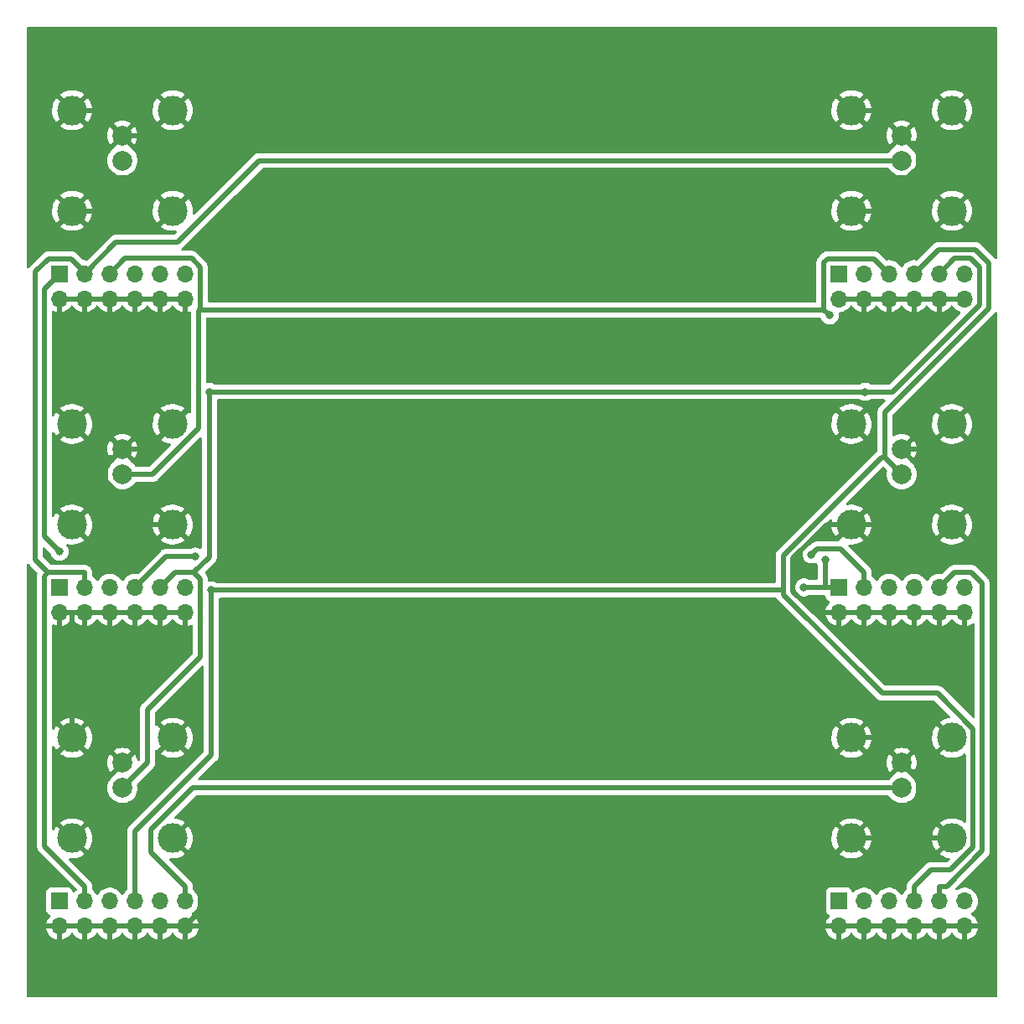
<source format=gtl>
G04 #@! TF.GenerationSoftware,KiCad,Pcbnew,6.0.9-8da3e8f707~116~ubuntu20.04.1*
G04 #@! TF.CreationDate,2023-03-27T15:44:57+02:00*
G04 #@! TF.ProjectId,six_to_six_vertical,7369785f-746f-45f7-9369-785f76657274,rev?*
G04 #@! TF.SameCoordinates,Original*
G04 #@! TF.FileFunction,Copper,L1,Top*
G04 #@! TF.FilePolarity,Positive*
%FSLAX46Y46*%
G04 Gerber Fmt 4.6, Leading zero omitted, Abs format (unit mm)*
G04 Created by KiCad (PCBNEW 6.0.9-8da3e8f707~116~ubuntu20.04.1) date 2023-03-27 15:44:57*
%MOMM*%
%LPD*%
G01*
G04 APERTURE LIST*
G04 #@! TA.AperFunction,ComponentPad*
%ADD10R,1.700000X1.700000*%
G04 #@! TD*
G04 #@! TA.AperFunction,ComponentPad*
%ADD11O,1.700000X1.700000*%
G04 #@! TD*
G04 #@! TA.AperFunction,ComponentPad*
%ADD12C,2.000000*%
G04 #@! TD*
G04 #@! TA.AperFunction,ComponentPad*
%ADD13C,3.000000*%
G04 #@! TD*
G04 #@! TA.AperFunction,ViaPad*
%ADD14C,0.800000*%
G04 #@! TD*
G04 #@! TA.AperFunction,Conductor*
%ADD15C,0.500000*%
G04 #@! TD*
G04 APERTURE END LIST*
D10*
X101600000Y-101600000D03*
D11*
X101600000Y-104140000D03*
X104140000Y-101600000D03*
X104140000Y-104140000D03*
X106680000Y-101600000D03*
X106680000Y-104140000D03*
X109220000Y-101600000D03*
X109220000Y-104140000D03*
X111760000Y-101600000D03*
X111760000Y-104140000D03*
X114300000Y-101600000D03*
X114300000Y-104140000D03*
D10*
X101600000Y-69900000D03*
D11*
X101600000Y-72440000D03*
X104140000Y-69900000D03*
X104140000Y-72440000D03*
X106680000Y-69900000D03*
X106680000Y-72440000D03*
X109220000Y-69900000D03*
X109220000Y-72440000D03*
X111760000Y-69900000D03*
X111760000Y-72440000D03*
X114300000Y-69900000D03*
X114300000Y-72440000D03*
D10*
X180340000Y-133300000D03*
D11*
X180340000Y-135840000D03*
X182880000Y-133300000D03*
X182880000Y-135840000D03*
X185420000Y-133300000D03*
X185420000Y-135840000D03*
X187960000Y-133300000D03*
X187960000Y-135840000D03*
X190500000Y-133300000D03*
X190500000Y-135840000D03*
X193040000Y-133300000D03*
X193040000Y-135840000D03*
D10*
X101600000Y-133300000D03*
D11*
X101600000Y-135840000D03*
X104140000Y-133300000D03*
X104140000Y-135840000D03*
X106680000Y-133300000D03*
X106680000Y-135840000D03*
X109220000Y-133300000D03*
X109220000Y-135840000D03*
X111760000Y-133300000D03*
X111760000Y-135840000D03*
X114300000Y-133300000D03*
X114300000Y-135840000D03*
D10*
X180340000Y-69900000D03*
D11*
X180340000Y-72440000D03*
X182880000Y-69900000D03*
X182880000Y-72440000D03*
X185420000Y-69900000D03*
X185420000Y-72440000D03*
X187960000Y-69900000D03*
X187960000Y-72440000D03*
X190500000Y-69900000D03*
X190500000Y-72440000D03*
X193040000Y-69900000D03*
X193040000Y-72440000D03*
D10*
X180340000Y-101600000D03*
D11*
X180340000Y-104140000D03*
X182880000Y-101600000D03*
X182880000Y-104140000D03*
X185420000Y-101600000D03*
X185420000Y-104140000D03*
X187960000Y-101600000D03*
X187960000Y-104140000D03*
X190500000Y-101600000D03*
X190500000Y-104140000D03*
X193040000Y-101600000D03*
X193040000Y-104140000D03*
D12*
X107950000Y-58470000D03*
D13*
X102870000Y-63550000D03*
X113030000Y-63550000D03*
D12*
X107950000Y-55930000D03*
D13*
X102870000Y-53390000D03*
X113030000Y-53390000D03*
D12*
X186690000Y-58470000D03*
D13*
X181610000Y-63550000D03*
X191770000Y-63550000D03*
X191770000Y-53390000D03*
X181610000Y-53390000D03*
D12*
X186690000Y-55930000D03*
X107950000Y-90170000D03*
D13*
X102870000Y-95250000D03*
X102870000Y-85090000D03*
X113030000Y-85090000D03*
X113030000Y-95250000D03*
D12*
X107950000Y-87630000D03*
X186690000Y-90170000D03*
X186690000Y-87630000D03*
D13*
X191770000Y-95250000D03*
X181610000Y-95250000D03*
X181610000Y-85090000D03*
X191770000Y-85090000D03*
D12*
X186690000Y-121870000D03*
D13*
X181610000Y-116790000D03*
D12*
X186690000Y-119330000D03*
D13*
X191770000Y-116790000D03*
X181610000Y-126950000D03*
X191770000Y-126950000D03*
D12*
X107950000Y-121870000D03*
D13*
X102870000Y-116790000D03*
X102870000Y-126950000D03*
D12*
X107950000Y-119330000D03*
D13*
X113030000Y-126950000D03*
X113030000Y-116790000D03*
D14*
X176817600Y-101600000D03*
X101600000Y-97996700D03*
X178942200Y-98790700D03*
X178839700Y-131012400D03*
X107950000Y-64770000D03*
X177574400Y-98278300D03*
X179414300Y-74126900D03*
X115315800Y-98475500D03*
X116927500Y-101900000D03*
X182982200Y-81836800D03*
X116718100Y-81836800D03*
D15*
X176817600Y-101600000D02*
X178942200Y-101600000D01*
X100052600Y-96449300D02*
X101600000Y-97996700D01*
X178942200Y-101600000D02*
X178942200Y-98790700D01*
X101600000Y-69900000D02*
X100052600Y-71447400D01*
X100052600Y-71447400D02*
X100052600Y-96449300D01*
X178942200Y-101600000D02*
X180340000Y-101600000D01*
X110490000Y-55930000D02*
X113030000Y-53390000D01*
X114300000Y-135840000D02*
X113260300Y-135840000D01*
X187960000Y-135840000D02*
X185420000Y-135840000D01*
X106244200Y-90819200D02*
X106772500Y-91347500D01*
X106680000Y-104140000D02*
X109220000Y-104140000D01*
X107950000Y-55930000D02*
X105410000Y-53390000D01*
X102870000Y-63550000D02*
X107950000Y-63550000D01*
X106680000Y-72440000D02*
X104140000Y-72440000D01*
X188340400Y-126950000D02*
X188340400Y-120219600D01*
X181610000Y-95250000D02*
X186690000Y-95250000D01*
X109220000Y-104140000D02*
X111760000Y-104140000D01*
X191770000Y-116790000D02*
X188340400Y-120219600D01*
X105410000Y-53390000D02*
X102870000Y-53390000D01*
X187516900Y-56756900D02*
X186690000Y-55930000D01*
X178839700Y-104140000D02*
X177848800Y-104140000D01*
X106680000Y-135840000D02*
X104140000Y-135840000D01*
X115854900Y-131012400D02*
X178839700Y-131012400D01*
X184150000Y-116790000D02*
X181610000Y-116790000D01*
X181610000Y-126950000D02*
X178839700Y-129720300D01*
X111760000Y-72440000D02*
X109220000Y-72440000D01*
X191770000Y-63550000D02*
X187867500Y-59647500D01*
X106772500Y-91347500D02*
X102870000Y-95250000D01*
X104140000Y-135840000D02*
X101600000Y-135840000D01*
X185420000Y-72440000D02*
X182880000Y-72440000D01*
X188343800Y-56756900D02*
X188343800Y-59171200D01*
X188403100Y-56756900D02*
X191770000Y-53390000D01*
X190500000Y-104140000D02*
X187960000Y-104140000D01*
X182880000Y-135840000D02*
X180340000Y-135840000D01*
X189230000Y-87630000D02*
X191770000Y-85090000D01*
X107950000Y-55930000D02*
X110490000Y-55930000D01*
X190500000Y-72440000D02*
X187960000Y-72440000D01*
X102870000Y-116790000D02*
X102870000Y-104140000D01*
X107115800Y-88464200D02*
X107950000Y-87630000D01*
X187579600Y-120219600D02*
X186690000Y-119330000D01*
X106244200Y-88464200D02*
X102870000Y-85090000D01*
X188343800Y-59171200D02*
X187867500Y-59647500D01*
X102870000Y-104140000D02*
X101600000Y-104140000D01*
X107950000Y-87630000D02*
X110490000Y-87630000D01*
X111760000Y-135840000D02*
X109220000Y-135840000D01*
X186690000Y-87630000D02*
X189230000Y-87630000D01*
X115854900Y-134285100D02*
X114300000Y-135840000D01*
X107950000Y-63550000D02*
X110490000Y-61010000D01*
X110490000Y-55930000D02*
X110490000Y-61010000D01*
X188343800Y-56756900D02*
X187516900Y-56756900D01*
X109220000Y-135840000D02*
X106680000Y-135840000D01*
X115854900Y-131012400D02*
X115854900Y-134285100D01*
X185420000Y-135840000D02*
X182880000Y-135840000D01*
X187960000Y-104140000D02*
X185420000Y-104140000D01*
X193040000Y-135840000D02*
X190500000Y-135840000D01*
X106680000Y-104140000D02*
X105179700Y-104140000D01*
X193040000Y-104140000D02*
X190500000Y-104140000D01*
X188343800Y-56756900D02*
X188403100Y-56756900D01*
X188340400Y-126950000D02*
X191770000Y-126950000D01*
X179117400Y-95250000D02*
X181610000Y-95250000D01*
X187867500Y-59647500D02*
X183965000Y-63550000D01*
X113030000Y-126950000D02*
X115854900Y-129774900D01*
X187960000Y-72440000D02*
X185420000Y-72440000D01*
X110490000Y-87630000D02*
X113030000Y-85090000D01*
X177848800Y-104140000D02*
X175708200Y-101999400D01*
X180340000Y-104140000D02*
X178839700Y-104140000D01*
X106772500Y-91347500D02*
X110675000Y-95250000D01*
X175708200Y-101999400D02*
X175708200Y-98659200D01*
X106244200Y-88464200D02*
X107115800Y-88464200D01*
X109220000Y-72440000D02*
X106680000Y-72440000D01*
X183965000Y-63550000D02*
X181610000Y-63550000D01*
X190500000Y-135840000D02*
X187960000Y-135840000D01*
X189230000Y-87630000D02*
X189230000Y-92710000D01*
X184150000Y-53390000D02*
X181610000Y-53390000D01*
X181610000Y-126950000D02*
X188340400Y-126950000D01*
X180340000Y-135840000D02*
X178839700Y-135840000D01*
X104140000Y-72440000D02*
X101600000Y-72440000D01*
X104140000Y-104140000D02*
X102870000Y-104140000D01*
X186690000Y-55930000D02*
X184150000Y-53390000D01*
X178839700Y-129720300D02*
X178839700Y-131012400D01*
X105179700Y-104140000D02*
X104140000Y-104140000D01*
X111760000Y-135840000D02*
X113260300Y-135840000D01*
X110490000Y-61010000D02*
X113030000Y-63550000D01*
X111760000Y-104140000D02*
X114300000Y-104140000D01*
X189230000Y-92710000D02*
X191770000Y-95250000D01*
X186690000Y-119330000D02*
X184150000Y-116790000D01*
X185420000Y-104140000D02*
X182880000Y-104140000D01*
X106244200Y-88464200D02*
X106244200Y-90819200D01*
X182880000Y-104140000D02*
X180340000Y-104140000D01*
X110675000Y-95250000D02*
X113030000Y-95250000D01*
X188340400Y-120219600D02*
X187579600Y-120219600D01*
X186690000Y-95250000D02*
X189230000Y-92710000D01*
X175708200Y-98659200D02*
X179117400Y-95250000D01*
X193040000Y-72440000D02*
X190500000Y-72440000D01*
X178839700Y-131012400D02*
X178839700Y-135840000D01*
X182880000Y-72440000D02*
X180340000Y-72440000D01*
X115854900Y-129774900D02*
X115854900Y-131012400D01*
X180505600Y-97725300D02*
X182880000Y-100099700D01*
X121772700Y-58470000D02*
X113502700Y-66740000D01*
X104140000Y-101600000D02*
X104140000Y-100099700D01*
X100068900Y-127728600D02*
X100068900Y-100466900D01*
X107300000Y-66740000D02*
X104214600Y-69825400D01*
X100479800Y-68399600D02*
X99152300Y-69727100D01*
X100436100Y-100099700D02*
X104140000Y-100099700D01*
X182880000Y-101600000D02*
X182880000Y-100099700D01*
X102788800Y-68399600D02*
X100479800Y-68399600D01*
X177574400Y-98278300D02*
X178127400Y-97725300D01*
X113502700Y-66740000D02*
X107300000Y-66740000D01*
X104140000Y-133300000D02*
X104140000Y-131799700D01*
X178127400Y-97725300D02*
X180505600Y-97725300D01*
X104214600Y-69825400D02*
X102788800Y-68399600D01*
X100068900Y-100466900D02*
X100436100Y-100099700D01*
X186690000Y-58470000D02*
X121772700Y-58470000D01*
X104214600Y-69825400D02*
X104140000Y-69900000D01*
X99152300Y-98815900D02*
X100436100Y-100099700D01*
X104140000Y-131799700D02*
X100068900Y-127728600D01*
X99152300Y-69727100D02*
X99152300Y-98815900D01*
X178839600Y-73552200D02*
X115815000Y-73552200D01*
X115815000Y-73552200D02*
X115815000Y-69229000D01*
X115815000Y-69229000D02*
X114937300Y-68351300D01*
X179228800Y-68391500D02*
X178839600Y-68780700D01*
X110992300Y-90170000D02*
X107950000Y-90170000D01*
X185420000Y-69900000D02*
X183911500Y-68391500D01*
X178839600Y-68780700D02*
X178839600Y-73552200D01*
X115815000Y-73552200D02*
X115667800Y-73699400D01*
X115667800Y-85494500D02*
X110992300Y-90170000D01*
X183911500Y-68391500D02*
X179228800Y-68391500D01*
X108228700Y-68351300D02*
X106680000Y-69900000D01*
X178839600Y-73552200D02*
X179414300Y-74126900D01*
X115667800Y-73699400D02*
X115667800Y-85494500D01*
X114937300Y-68351300D02*
X108228700Y-68351300D01*
X109220000Y-133300000D02*
X109220000Y-131799700D01*
X116927500Y-118535300D02*
X116927500Y-101900000D01*
X174738900Y-101900000D02*
X174738900Y-102326600D01*
X184999500Y-88479500D02*
X184999500Y-83885800D01*
X174738900Y-101900000D02*
X116927500Y-101900000D01*
X195506800Y-73378500D02*
X195506800Y-68854400D01*
X174738900Y-102326600D02*
X184716000Y-112303700D01*
X184999500Y-88479500D02*
X184614600Y-88479500D01*
X115315800Y-98475500D02*
X112344500Y-98475500D01*
X112344500Y-98475500D02*
X109220000Y-101600000D01*
X184716000Y-112303700D02*
X190335900Y-112303700D01*
X109220000Y-131799700D02*
X109220000Y-126242800D01*
X109220000Y-126242800D02*
X116927500Y-118535300D01*
X190396300Y-67463700D02*
X187960000Y-69900000D01*
X190335900Y-112303700D02*
X193924500Y-115892300D01*
X187960000Y-133300000D02*
X187960000Y-131799700D01*
X191630000Y-130132500D02*
X189627200Y-130132500D01*
X186690000Y-90170000D02*
X184999500Y-88479500D01*
X189627200Y-130132500D02*
X187960000Y-131799700D01*
X174738900Y-98355200D02*
X174738900Y-101900000D01*
X193924500Y-115892300D02*
X193924500Y-127838000D01*
X184999500Y-83885800D02*
X195506800Y-73378500D01*
X194116100Y-67463700D02*
X190396300Y-67463700D01*
X184614600Y-88479500D02*
X174738900Y-98355200D01*
X195506800Y-68854400D02*
X194116100Y-67463700D01*
X193924500Y-127838000D02*
X191630000Y-130132500D01*
X190500000Y-133300000D02*
X190500000Y-131799700D01*
X116718100Y-98558600D02*
X116718100Y-81836800D01*
X192035900Y-68364100D02*
X190500000Y-69900000D01*
X194551900Y-69258800D02*
X193657200Y-68364100D01*
X110490000Y-113929400D02*
X115800300Y-108619100D01*
X182982200Y-81836800D02*
X185775200Y-81836800D01*
X190500000Y-101600000D02*
X192009700Y-100090300D01*
X182982200Y-81836800D02*
X116718100Y-81836800D01*
X111760000Y-101600000D02*
X113260300Y-100099700D01*
X113260300Y-100099700D02*
X115177000Y-100099700D01*
X192009700Y-100090300D02*
X193701000Y-100090300D01*
X194829700Y-128206100D02*
X191236100Y-131799700D01*
X185775200Y-81836800D02*
X194551900Y-73060100D01*
X115800300Y-100723000D02*
X115177000Y-100099700D01*
X191236100Y-131799700D02*
X190500000Y-131799700D01*
X193701000Y-100090300D02*
X194829700Y-101219000D01*
X115177000Y-100099700D02*
X116718100Y-98558600D01*
X115800300Y-108619100D02*
X115800300Y-100723000D01*
X193657200Y-68364100D02*
X192035900Y-68364100D01*
X194829700Y-101219000D02*
X194829700Y-128206100D01*
X110490000Y-119330000D02*
X110490000Y-113929400D01*
X107950000Y-121870000D02*
X110490000Y-119330000D01*
X194551900Y-73060100D02*
X194551900Y-69258800D01*
X186690000Y-121870000D02*
X115067500Y-121870000D01*
X110865200Y-128364900D02*
X114300000Y-131799700D01*
X114300000Y-133300000D02*
X114300000Y-131799700D01*
X115067500Y-121870000D02*
X110865200Y-126072300D01*
X110865200Y-126072300D02*
X110865200Y-128364900D01*
G04 #@! TA.AperFunction,Conductor*
G36*
X196309916Y-73827029D02*
G01*
X196340037Y-73891319D01*
X196341500Y-73910465D01*
X196341500Y-142825633D01*
X196340000Y-142845018D01*
X196336309Y-142868724D01*
X196337065Y-142874508D01*
X196316693Y-142940868D01*
X196262472Y-142986700D01*
X196221127Y-142995165D01*
X196221277Y-142996309D01*
X196221276Y-142996309D01*
X196189714Y-143000436D01*
X196173379Y-143001500D01*
X98474367Y-143001500D01*
X98454982Y-143000000D01*
X98440148Y-142997690D01*
X98440145Y-142997690D01*
X98431276Y-142996309D01*
X98426065Y-142996990D01*
X98359984Y-142976706D01*
X98314150Y-142922486D01*
X98303671Y-142879778D01*
X98303729Y-142875000D01*
X98299773Y-142847376D01*
X98298500Y-142829514D01*
X98298500Y-136107966D01*
X100268257Y-136107966D01*
X100298565Y-136242446D01*
X100301645Y-136252275D01*
X100381770Y-136449603D01*
X100386413Y-136458794D01*
X100497694Y-136640388D01*
X100503777Y-136648699D01*
X100643213Y-136809667D01*
X100650580Y-136816883D01*
X100814434Y-136952916D01*
X100822881Y-136958831D01*
X101006756Y-137066279D01*
X101016042Y-137070729D01*
X101215001Y-137146703D01*
X101224899Y-137149579D01*
X101328250Y-137170606D01*
X101342299Y-137169410D01*
X101346000Y-137159065D01*
X101346000Y-137158517D01*
X101854000Y-137158517D01*
X101858064Y-137172359D01*
X101871478Y-137174393D01*
X101878184Y-137173534D01*
X101888262Y-137171392D01*
X102092255Y-137110191D01*
X102101842Y-137106433D01*
X102293095Y-137012739D01*
X102301945Y-137007464D01*
X102475328Y-136883792D01*
X102483200Y-136877139D01*
X102634052Y-136726812D01*
X102640730Y-136718965D01*
X102768022Y-136541819D01*
X102769147Y-136542627D01*
X102816669Y-136498876D01*
X102886607Y-136486661D01*
X102952046Y-136514197D01*
X102979870Y-136546028D01*
X103037690Y-136640383D01*
X103043777Y-136648699D01*
X103183213Y-136809667D01*
X103190580Y-136816883D01*
X103354434Y-136952916D01*
X103362881Y-136958831D01*
X103546756Y-137066279D01*
X103556042Y-137070729D01*
X103755001Y-137146703D01*
X103764899Y-137149579D01*
X103868250Y-137170606D01*
X103882299Y-137169410D01*
X103886000Y-137159065D01*
X103886000Y-137158517D01*
X104394000Y-137158517D01*
X104398064Y-137172359D01*
X104411478Y-137174393D01*
X104418184Y-137173534D01*
X104428262Y-137171392D01*
X104632255Y-137110191D01*
X104641842Y-137106433D01*
X104833095Y-137012739D01*
X104841945Y-137007464D01*
X105015328Y-136883792D01*
X105023200Y-136877139D01*
X105174052Y-136726812D01*
X105180730Y-136718965D01*
X105308022Y-136541819D01*
X105309147Y-136542627D01*
X105356669Y-136498876D01*
X105426607Y-136486661D01*
X105492046Y-136514197D01*
X105519870Y-136546028D01*
X105577690Y-136640383D01*
X105583777Y-136648699D01*
X105723213Y-136809667D01*
X105730580Y-136816883D01*
X105894434Y-136952916D01*
X105902881Y-136958831D01*
X106086756Y-137066279D01*
X106096042Y-137070729D01*
X106295001Y-137146703D01*
X106304899Y-137149579D01*
X106408250Y-137170606D01*
X106422299Y-137169410D01*
X106426000Y-137159065D01*
X106426000Y-137158517D01*
X106934000Y-137158517D01*
X106938064Y-137172359D01*
X106951478Y-137174393D01*
X106958184Y-137173534D01*
X106968262Y-137171392D01*
X107172255Y-137110191D01*
X107181842Y-137106433D01*
X107373095Y-137012739D01*
X107381945Y-137007464D01*
X107555328Y-136883792D01*
X107563200Y-136877139D01*
X107714052Y-136726812D01*
X107720730Y-136718965D01*
X107848022Y-136541819D01*
X107849147Y-136542627D01*
X107896669Y-136498876D01*
X107966607Y-136486661D01*
X108032046Y-136514197D01*
X108059870Y-136546028D01*
X108117690Y-136640383D01*
X108123777Y-136648699D01*
X108263213Y-136809667D01*
X108270580Y-136816883D01*
X108434434Y-136952916D01*
X108442881Y-136958831D01*
X108626756Y-137066279D01*
X108636042Y-137070729D01*
X108835001Y-137146703D01*
X108844899Y-137149579D01*
X108948250Y-137170606D01*
X108962299Y-137169410D01*
X108966000Y-137159065D01*
X108966000Y-137158517D01*
X109474000Y-137158517D01*
X109478064Y-137172359D01*
X109491478Y-137174393D01*
X109498184Y-137173534D01*
X109508262Y-137171392D01*
X109712255Y-137110191D01*
X109721842Y-137106433D01*
X109913095Y-137012739D01*
X109921945Y-137007464D01*
X110095328Y-136883792D01*
X110103200Y-136877139D01*
X110254052Y-136726812D01*
X110260730Y-136718965D01*
X110388022Y-136541819D01*
X110389147Y-136542627D01*
X110436669Y-136498876D01*
X110506607Y-136486661D01*
X110572046Y-136514197D01*
X110599870Y-136546028D01*
X110657690Y-136640383D01*
X110663777Y-136648699D01*
X110803213Y-136809667D01*
X110810580Y-136816883D01*
X110974434Y-136952916D01*
X110982881Y-136958831D01*
X111166756Y-137066279D01*
X111176042Y-137070729D01*
X111375001Y-137146703D01*
X111384899Y-137149579D01*
X111488250Y-137170606D01*
X111502299Y-137169410D01*
X111506000Y-137159065D01*
X111506000Y-137158517D01*
X112014000Y-137158517D01*
X112018064Y-137172359D01*
X112031478Y-137174393D01*
X112038184Y-137173534D01*
X112048262Y-137171392D01*
X112252255Y-137110191D01*
X112261842Y-137106433D01*
X112453095Y-137012739D01*
X112461945Y-137007464D01*
X112635328Y-136883792D01*
X112643200Y-136877139D01*
X112794052Y-136726812D01*
X112800730Y-136718965D01*
X112928022Y-136541819D01*
X112929147Y-136542627D01*
X112976669Y-136498876D01*
X113046607Y-136486661D01*
X113112046Y-136514197D01*
X113139870Y-136546028D01*
X113197690Y-136640383D01*
X113203777Y-136648699D01*
X113343213Y-136809667D01*
X113350580Y-136816883D01*
X113514434Y-136952916D01*
X113522881Y-136958831D01*
X113706756Y-137066279D01*
X113716042Y-137070729D01*
X113915001Y-137146703D01*
X113924899Y-137149579D01*
X114028250Y-137170606D01*
X114042299Y-137169410D01*
X114046000Y-137159065D01*
X114046000Y-137158517D01*
X114554000Y-137158517D01*
X114558064Y-137172359D01*
X114571478Y-137174393D01*
X114578184Y-137173534D01*
X114588262Y-137171392D01*
X114792255Y-137110191D01*
X114801842Y-137106433D01*
X114993095Y-137012739D01*
X115001945Y-137007464D01*
X115175328Y-136883792D01*
X115183200Y-136877139D01*
X115334052Y-136726812D01*
X115340730Y-136718965D01*
X115465003Y-136546020D01*
X115470313Y-136537183D01*
X115564670Y-136346267D01*
X115568469Y-136336672D01*
X115630377Y-136132910D01*
X115632555Y-136122837D01*
X115633986Y-136111962D01*
X115633363Y-136107966D01*
X179008257Y-136107966D01*
X179038565Y-136242446D01*
X179041645Y-136252275D01*
X179121770Y-136449603D01*
X179126413Y-136458794D01*
X179237694Y-136640388D01*
X179243777Y-136648699D01*
X179383213Y-136809667D01*
X179390580Y-136816883D01*
X179554434Y-136952916D01*
X179562881Y-136958831D01*
X179746756Y-137066279D01*
X179756042Y-137070729D01*
X179955001Y-137146703D01*
X179964899Y-137149579D01*
X180068250Y-137170606D01*
X180082299Y-137169410D01*
X180086000Y-137159065D01*
X180086000Y-137158517D01*
X180594000Y-137158517D01*
X180598064Y-137172359D01*
X180611478Y-137174393D01*
X180618184Y-137173534D01*
X180628262Y-137171392D01*
X180832255Y-137110191D01*
X180841842Y-137106433D01*
X181033095Y-137012739D01*
X181041945Y-137007464D01*
X181215328Y-136883792D01*
X181223200Y-136877139D01*
X181374052Y-136726812D01*
X181380730Y-136718965D01*
X181508022Y-136541819D01*
X181509147Y-136542627D01*
X181556669Y-136498876D01*
X181626607Y-136486661D01*
X181692046Y-136514197D01*
X181719870Y-136546028D01*
X181777690Y-136640383D01*
X181783777Y-136648699D01*
X181923213Y-136809667D01*
X181930580Y-136816883D01*
X182094434Y-136952916D01*
X182102881Y-136958831D01*
X182286756Y-137066279D01*
X182296042Y-137070729D01*
X182495001Y-137146703D01*
X182504899Y-137149579D01*
X182608250Y-137170606D01*
X182622299Y-137169410D01*
X182626000Y-137159065D01*
X182626000Y-137158517D01*
X183134000Y-137158517D01*
X183138064Y-137172359D01*
X183151478Y-137174393D01*
X183158184Y-137173534D01*
X183168262Y-137171392D01*
X183372255Y-137110191D01*
X183381842Y-137106433D01*
X183573095Y-137012739D01*
X183581945Y-137007464D01*
X183755328Y-136883792D01*
X183763200Y-136877139D01*
X183914052Y-136726812D01*
X183920730Y-136718965D01*
X184048022Y-136541819D01*
X184049147Y-136542627D01*
X184096669Y-136498876D01*
X184166607Y-136486661D01*
X184232046Y-136514197D01*
X184259870Y-136546028D01*
X184317690Y-136640383D01*
X184323777Y-136648699D01*
X184463213Y-136809667D01*
X184470580Y-136816883D01*
X184634434Y-136952916D01*
X184642881Y-136958831D01*
X184826756Y-137066279D01*
X184836042Y-137070729D01*
X185035001Y-137146703D01*
X185044899Y-137149579D01*
X185148250Y-137170606D01*
X185162299Y-137169410D01*
X185166000Y-137159065D01*
X185166000Y-137158517D01*
X185674000Y-137158517D01*
X185678064Y-137172359D01*
X185691478Y-137174393D01*
X185698184Y-137173534D01*
X185708262Y-137171392D01*
X185912255Y-137110191D01*
X185921842Y-137106433D01*
X186113095Y-137012739D01*
X186121945Y-137007464D01*
X186295328Y-136883792D01*
X186303200Y-136877139D01*
X186454052Y-136726812D01*
X186460730Y-136718965D01*
X186588022Y-136541819D01*
X186589147Y-136542627D01*
X186636669Y-136498876D01*
X186706607Y-136486661D01*
X186772046Y-136514197D01*
X186799870Y-136546028D01*
X186857690Y-136640383D01*
X186863777Y-136648699D01*
X187003213Y-136809667D01*
X187010580Y-136816883D01*
X187174434Y-136952916D01*
X187182881Y-136958831D01*
X187366756Y-137066279D01*
X187376042Y-137070729D01*
X187575001Y-137146703D01*
X187584899Y-137149579D01*
X187688250Y-137170606D01*
X187702299Y-137169410D01*
X187706000Y-137159065D01*
X187706000Y-137158517D01*
X188214000Y-137158517D01*
X188218064Y-137172359D01*
X188231478Y-137174393D01*
X188238184Y-137173534D01*
X188248262Y-137171392D01*
X188452255Y-137110191D01*
X188461842Y-137106433D01*
X188653095Y-137012739D01*
X188661945Y-137007464D01*
X188835328Y-136883792D01*
X188843200Y-136877139D01*
X188994052Y-136726812D01*
X189000730Y-136718965D01*
X189128022Y-136541819D01*
X189129147Y-136542627D01*
X189176669Y-136498876D01*
X189246607Y-136486661D01*
X189312046Y-136514197D01*
X189339870Y-136546028D01*
X189397690Y-136640383D01*
X189403777Y-136648699D01*
X189543213Y-136809667D01*
X189550580Y-136816883D01*
X189714434Y-136952916D01*
X189722881Y-136958831D01*
X189906756Y-137066279D01*
X189916042Y-137070729D01*
X190115001Y-137146703D01*
X190124899Y-137149579D01*
X190228250Y-137170606D01*
X190242299Y-137169410D01*
X190246000Y-137159065D01*
X190246000Y-137158517D01*
X190754000Y-137158517D01*
X190758064Y-137172359D01*
X190771478Y-137174393D01*
X190778184Y-137173534D01*
X190788262Y-137171392D01*
X190992255Y-137110191D01*
X191001842Y-137106433D01*
X191193095Y-137012739D01*
X191201945Y-137007464D01*
X191375328Y-136883792D01*
X191383200Y-136877139D01*
X191534052Y-136726812D01*
X191540730Y-136718965D01*
X191668022Y-136541819D01*
X191669147Y-136542627D01*
X191716669Y-136498876D01*
X191786607Y-136486661D01*
X191852046Y-136514197D01*
X191879870Y-136546028D01*
X191937690Y-136640383D01*
X191943777Y-136648699D01*
X192083213Y-136809667D01*
X192090580Y-136816883D01*
X192254434Y-136952916D01*
X192262881Y-136958831D01*
X192446756Y-137066279D01*
X192456042Y-137070729D01*
X192655001Y-137146703D01*
X192664899Y-137149579D01*
X192768250Y-137170606D01*
X192782299Y-137169410D01*
X192786000Y-137159065D01*
X192786000Y-137158517D01*
X193294000Y-137158517D01*
X193298064Y-137172359D01*
X193311478Y-137174393D01*
X193318184Y-137173534D01*
X193328262Y-137171392D01*
X193532255Y-137110191D01*
X193541842Y-137106433D01*
X193733095Y-137012739D01*
X193741945Y-137007464D01*
X193915328Y-136883792D01*
X193923200Y-136877139D01*
X194074052Y-136726812D01*
X194080730Y-136718965D01*
X194205003Y-136546020D01*
X194210313Y-136537183D01*
X194304670Y-136346267D01*
X194308469Y-136336672D01*
X194370377Y-136132910D01*
X194372555Y-136122837D01*
X194373986Y-136111962D01*
X194371775Y-136097778D01*
X194358617Y-136094000D01*
X193312115Y-136094000D01*
X193296876Y-136098475D01*
X193295671Y-136099865D01*
X193294000Y-136107548D01*
X193294000Y-137158517D01*
X192786000Y-137158517D01*
X192786000Y-136112115D01*
X192781525Y-136096876D01*
X192780135Y-136095671D01*
X192772452Y-136094000D01*
X190772115Y-136094000D01*
X190756876Y-136098475D01*
X190755671Y-136099865D01*
X190754000Y-136107548D01*
X190754000Y-137158517D01*
X190246000Y-137158517D01*
X190246000Y-136112115D01*
X190241525Y-136096876D01*
X190240135Y-136095671D01*
X190232452Y-136094000D01*
X188232115Y-136094000D01*
X188216876Y-136098475D01*
X188215671Y-136099865D01*
X188214000Y-136107548D01*
X188214000Y-137158517D01*
X187706000Y-137158517D01*
X187706000Y-136112115D01*
X187701525Y-136096876D01*
X187700135Y-136095671D01*
X187692452Y-136094000D01*
X185692115Y-136094000D01*
X185676876Y-136098475D01*
X185675671Y-136099865D01*
X185674000Y-136107548D01*
X185674000Y-137158517D01*
X185166000Y-137158517D01*
X185166000Y-136112115D01*
X185161525Y-136096876D01*
X185160135Y-136095671D01*
X185152452Y-136094000D01*
X183152115Y-136094000D01*
X183136876Y-136098475D01*
X183135671Y-136099865D01*
X183134000Y-136107548D01*
X183134000Y-137158517D01*
X182626000Y-137158517D01*
X182626000Y-136112115D01*
X182621525Y-136096876D01*
X182620135Y-136095671D01*
X182612452Y-136094000D01*
X180612115Y-136094000D01*
X180596876Y-136098475D01*
X180595671Y-136099865D01*
X180594000Y-136107548D01*
X180594000Y-137158517D01*
X180086000Y-137158517D01*
X180086000Y-136112115D01*
X180081525Y-136096876D01*
X180080135Y-136095671D01*
X180072452Y-136094000D01*
X179023225Y-136094000D01*
X179009694Y-136097973D01*
X179008257Y-136107966D01*
X115633363Y-136107966D01*
X115631775Y-136097778D01*
X115618617Y-136094000D01*
X114572115Y-136094000D01*
X114556876Y-136098475D01*
X114555671Y-136099865D01*
X114554000Y-136107548D01*
X114554000Y-137158517D01*
X114046000Y-137158517D01*
X114046000Y-136112115D01*
X114041525Y-136096876D01*
X114040135Y-136095671D01*
X114032452Y-136094000D01*
X112032115Y-136094000D01*
X112016876Y-136098475D01*
X112015671Y-136099865D01*
X112014000Y-136107548D01*
X112014000Y-137158517D01*
X111506000Y-137158517D01*
X111506000Y-136112115D01*
X111501525Y-136096876D01*
X111500135Y-136095671D01*
X111492452Y-136094000D01*
X109492115Y-136094000D01*
X109476876Y-136098475D01*
X109475671Y-136099865D01*
X109474000Y-136107548D01*
X109474000Y-137158517D01*
X108966000Y-137158517D01*
X108966000Y-136112115D01*
X108961525Y-136096876D01*
X108960135Y-136095671D01*
X108952452Y-136094000D01*
X106952115Y-136094000D01*
X106936876Y-136098475D01*
X106935671Y-136099865D01*
X106934000Y-136107548D01*
X106934000Y-137158517D01*
X106426000Y-137158517D01*
X106426000Y-136112115D01*
X106421525Y-136096876D01*
X106420135Y-136095671D01*
X106412452Y-136094000D01*
X104412115Y-136094000D01*
X104396876Y-136098475D01*
X104395671Y-136099865D01*
X104394000Y-136107548D01*
X104394000Y-137158517D01*
X103886000Y-137158517D01*
X103886000Y-136112115D01*
X103881525Y-136096876D01*
X103880135Y-136095671D01*
X103872452Y-136094000D01*
X101872115Y-136094000D01*
X101856876Y-136098475D01*
X101855671Y-136099865D01*
X101854000Y-136107548D01*
X101854000Y-137158517D01*
X101346000Y-137158517D01*
X101346000Y-136112115D01*
X101341525Y-136096876D01*
X101340135Y-136095671D01*
X101332452Y-136094000D01*
X100283225Y-136094000D01*
X100269694Y-136097973D01*
X100268257Y-136107966D01*
X98298500Y-136107966D01*
X98298500Y-99321556D01*
X98318502Y-99253435D01*
X98372158Y-99206942D01*
X98442432Y-99196838D01*
X98507012Y-99226332D01*
X98532219Y-99256191D01*
X98549705Y-99285007D01*
X98553421Y-99289215D01*
X98553422Y-99289216D01*
X98557103Y-99293384D01*
X98557076Y-99293408D01*
X98559729Y-99296400D01*
X98562432Y-99299633D01*
X98566444Y-99305752D01*
X98612744Y-99349613D01*
X98622683Y-99359028D01*
X98625125Y-99361406D01*
X99326762Y-100063043D01*
X99360788Y-100125355D01*
X99355807Y-100195468D01*
X99353131Y-100200708D01*
X99351392Y-100207815D01*
X99349293Y-100213459D01*
X99347376Y-100219222D01*
X99344278Y-100225850D01*
X99342788Y-100233012D01*
X99342788Y-100233013D01*
X99329414Y-100297312D01*
X99328444Y-100301596D01*
X99311092Y-100372510D01*
X99310400Y-100383664D01*
X99310364Y-100383662D01*
X99310125Y-100387655D01*
X99309751Y-100391847D01*
X99308260Y-100399015D01*
X99308458Y-100406332D01*
X99310354Y-100476421D01*
X99310400Y-100479828D01*
X99310400Y-127661530D01*
X99308967Y-127680480D01*
X99305701Y-127701949D01*
X99306294Y-127709241D01*
X99306294Y-127709244D01*
X99309985Y-127754618D01*
X99310400Y-127764833D01*
X99310400Y-127772893D01*
X99310825Y-127776537D01*
X99313689Y-127801107D01*
X99314122Y-127805482D01*
X99320040Y-127878237D01*
X99322296Y-127885201D01*
X99323487Y-127891160D01*
X99324871Y-127897015D01*
X99325718Y-127904281D01*
X99350635Y-127972927D01*
X99352052Y-127977055D01*
X99369824Y-128031913D01*
X99374549Y-128046499D01*
X99378345Y-128052754D01*
X99380851Y-128058228D01*
X99383570Y-128063658D01*
X99386067Y-128070537D01*
X99390080Y-128076657D01*
X99390080Y-128076658D01*
X99426086Y-128131576D01*
X99428423Y-128135280D01*
X99466305Y-128197707D01*
X99470021Y-128201915D01*
X99470022Y-128201916D01*
X99473703Y-128206084D01*
X99473676Y-128206108D01*
X99476329Y-128209100D01*
X99479032Y-128212333D01*
X99483044Y-128218452D01*
X99488356Y-128223484D01*
X99539283Y-128271728D01*
X99541725Y-128274106D01*
X103311231Y-132043611D01*
X103345257Y-132105923D01*
X103340192Y-132176738D01*
X103297789Y-132233466D01*
X103234965Y-132280635D01*
X103178537Y-132339684D01*
X103154283Y-132365064D01*
X103092759Y-132400494D01*
X103021846Y-132397037D01*
X102964060Y-132355791D01*
X102945207Y-132322243D01*
X102903767Y-132211703D01*
X102900615Y-132203295D01*
X102813261Y-132086739D01*
X102696705Y-131999385D01*
X102560316Y-131948255D01*
X102498134Y-131941500D01*
X100701866Y-131941500D01*
X100639684Y-131948255D01*
X100503295Y-131999385D01*
X100386739Y-132086739D01*
X100299385Y-132203295D01*
X100248255Y-132339684D01*
X100241500Y-132401866D01*
X100241500Y-134198134D01*
X100248255Y-134260316D01*
X100299385Y-134396705D01*
X100386739Y-134513261D01*
X100503295Y-134600615D01*
X100511704Y-134603767D01*
X100511705Y-134603768D01*
X100620960Y-134644726D01*
X100677725Y-134687367D01*
X100702425Y-134753929D01*
X100687218Y-134823278D01*
X100667825Y-134849759D01*
X100544590Y-134978717D01*
X100538104Y-134986727D01*
X100418098Y-135162649D01*
X100413000Y-135171623D01*
X100323338Y-135364783D01*
X100319775Y-135374470D01*
X100264389Y-135574183D01*
X100265912Y-135582607D01*
X100278292Y-135586000D01*
X115618344Y-135586000D01*
X115631875Y-135582027D01*
X115633180Y-135572947D01*
X115591214Y-135405875D01*
X115587894Y-135396124D01*
X115502972Y-135200814D01*
X115498105Y-135191739D01*
X115382426Y-135012926D01*
X115376136Y-135004757D01*
X115232806Y-134847240D01*
X115225273Y-134840215D01*
X115058139Y-134708222D01*
X115049556Y-134702520D01*
X115012602Y-134682120D01*
X114962631Y-134631687D01*
X114947859Y-134562245D01*
X114972975Y-134495839D01*
X115000327Y-134469232D01*
X115023797Y-134452491D01*
X115179860Y-134341173D01*
X115338096Y-134183489D01*
X115468453Y-134002077D01*
X115489320Y-133959857D01*
X115565136Y-133806453D01*
X115565137Y-133806451D01*
X115567430Y-133801811D01*
X115632370Y-133588069D01*
X115661529Y-133366590D01*
X115663156Y-133300000D01*
X115644852Y-133077361D01*
X115590431Y-132860702D01*
X115501354Y-132655840D01*
X115380014Y-132468277D01*
X115229670Y-132303051D01*
X115225615Y-132299848D01*
X115106407Y-132205703D01*
X115065345Y-132147785D01*
X115058500Y-132106821D01*
X115058500Y-131866770D01*
X115059933Y-131847820D01*
X115062099Y-131833585D01*
X115062099Y-131833581D01*
X115063199Y-131826351D01*
X115059085Y-131775766D01*
X115058915Y-131773682D01*
X115058500Y-131763467D01*
X115058500Y-131755407D01*
X115055209Y-131727180D01*
X115054778Y-131722821D01*
X115054103Y-131714525D01*
X115048860Y-131650064D01*
X115046605Y-131643103D01*
X115045418Y-131637163D01*
X115044029Y-131631288D01*
X115043182Y-131624019D01*
X115018264Y-131555370D01*
X115016847Y-131551242D01*
X114996607Y-131488764D01*
X114996606Y-131488762D01*
X114994351Y-131481801D01*
X114990555Y-131475546D01*
X114988049Y-131470072D01*
X114985330Y-131464642D01*
X114982833Y-131457763D01*
X114968869Y-131436465D01*
X114942814Y-131396724D01*
X114940467Y-131393005D01*
X114937157Y-131387550D01*
X114902595Y-131330593D01*
X114895197Y-131322216D01*
X114895224Y-131322192D01*
X114892571Y-131319200D01*
X114889868Y-131315967D01*
X114885856Y-131309848D01*
X114829617Y-131256572D01*
X114827175Y-131254194D01*
X112740241Y-129167260D01*
X112706215Y-129104948D01*
X112711280Y-129034133D01*
X112753827Y-128977297D01*
X112820347Y-128952486D01*
X112848396Y-128953615D01*
X112857343Y-128954984D01*
X112865874Y-128955700D01*
X113131045Y-128959867D01*
X113139596Y-128959418D01*
X113402883Y-128927557D01*
X113411284Y-128925955D01*
X113667824Y-128858653D01*
X113675926Y-128855926D01*
X113920949Y-128754434D01*
X113928617Y-128750628D01*
X114157598Y-128616822D01*
X114164679Y-128612009D01*
X114244655Y-128549301D01*
X114251545Y-128539654D01*
X180385618Y-128539654D01*
X180392673Y-128549627D01*
X180423679Y-128575551D01*
X180430598Y-128580579D01*
X180655272Y-128721515D01*
X180662807Y-128725556D01*
X180904520Y-128834694D01*
X180912551Y-128837680D01*
X181166832Y-128913002D01*
X181175184Y-128914869D01*
X181437340Y-128954984D01*
X181445874Y-128955700D01*
X181711045Y-128959867D01*
X181719596Y-128959418D01*
X181982883Y-128927557D01*
X181991284Y-128925955D01*
X182247824Y-128858653D01*
X182255926Y-128855926D01*
X182500949Y-128754434D01*
X182508617Y-128750628D01*
X182737598Y-128616822D01*
X182744679Y-128612009D01*
X182824655Y-128549301D01*
X182833125Y-128537442D01*
X182826608Y-128525818D01*
X181622812Y-127322022D01*
X181608868Y-127314408D01*
X181607035Y-127314539D01*
X181600420Y-127318790D01*
X180392910Y-128526300D01*
X180385618Y-128539654D01*
X114251545Y-128539654D01*
X114253125Y-128537442D01*
X114246608Y-128525818D01*
X112759885Y-127039095D01*
X112725859Y-126976783D01*
X112727694Y-126951132D01*
X113394408Y-126951132D01*
X113394539Y-126952965D01*
X113398790Y-126959580D01*
X114605730Y-128166520D01*
X114617939Y-128173187D01*
X114629439Y-128164497D01*
X114726831Y-128031913D01*
X114731418Y-128024685D01*
X114857962Y-127791621D01*
X114861530Y-127783827D01*
X114955271Y-127535750D01*
X114957748Y-127527544D01*
X115016954Y-127269038D01*
X115018294Y-127260577D01*
X115042031Y-126994616D01*
X115042277Y-126989677D01*
X115042666Y-126952485D01*
X115042523Y-126947519D01*
X115041547Y-126933204D01*
X179597665Y-126933204D01*
X179612932Y-127197969D01*
X179614005Y-127206470D01*
X179665065Y-127466722D01*
X179667276Y-127474974D01*
X179753184Y-127725894D01*
X179756499Y-127733779D01*
X179875664Y-127970713D01*
X179880020Y-127978079D01*
X180009347Y-128166250D01*
X180019601Y-128174594D01*
X180033342Y-128167448D01*
X181237978Y-126962812D01*
X181244356Y-126951132D01*
X181974408Y-126951132D01*
X181974539Y-126952965D01*
X181978790Y-126959580D01*
X183185730Y-128166520D01*
X183197939Y-128173187D01*
X183209439Y-128164497D01*
X183306831Y-128031913D01*
X183311418Y-128024685D01*
X183437962Y-127791621D01*
X183441530Y-127783827D01*
X183535271Y-127535750D01*
X183537748Y-127527544D01*
X183596954Y-127269038D01*
X183598294Y-127260577D01*
X183622031Y-126994616D01*
X183622277Y-126989677D01*
X183622666Y-126952485D01*
X183622523Y-126947519D01*
X183621547Y-126933204D01*
X189757665Y-126933204D01*
X189772932Y-127197969D01*
X189774005Y-127206470D01*
X189825065Y-127466722D01*
X189827276Y-127474974D01*
X189913184Y-127725894D01*
X189916499Y-127733779D01*
X190035664Y-127970713D01*
X190040020Y-127978079D01*
X190169347Y-128166250D01*
X190179601Y-128174594D01*
X190193342Y-128167448D01*
X191397978Y-126962812D01*
X191405592Y-126948868D01*
X191405461Y-126947035D01*
X191401210Y-126940420D01*
X190193814Y-125733024D01*
X190181804Y-125726466D01*
X190170064Y-125735434D01*
X190061935Y-125885911D01*
X190057418Y-125893196D01*
X189933325Y-126127567D01*
X189929839Y-126135395D01*
X189838700Y-126384446D01*
X189836311Y-126392670D01*
X189779812Y-126651795D01*
X189778563Y-126660250D01*
X189757754Y-126924653D01*
X189757665Y-126933204D01*
X183621547Y-126933204D01*
X183604362Y-126681123D01*
X183603201Y-126672649D01*
X183549419Y-126412944D01*
X183547120Y-126404709D01*
X183458588Y-126154705D01*
X183455191Y-126146854D01*
X183333550Y-125911178D01*
X183329122Y-125903866D01*
X183210031Y-125734417D01*
X183199509Y-125726037D01*
X183186121Y-125733089D01*
X181982022Y-126937188D01*
X181974408Y-126951132D01*
X181244356Y-126951132D01*
X181245592Y-126948868D01*
X181245461Y-126947035D01*
X181241210Y-126940420D01*
X180033814Y-125733024D01*
X180021804Y-125726466D01*
X180010064Y-125735434D01*
X179901935Y-125885911D01*
X179897418Y-125893196D01*
X179773325Y-126127567D01*
X179769839Y-126135395D01*
X179678700Y-126384446D01*
X179676311Y-126392670D01*
X179619812Y-126651795D01*
X179618563Y-126660250D01*
X179597754Y-126924653D01*
X179597665Y-126933204D01*
X115041547Y-126933204D01*
X115024362Y-126681123D01*
X115023201Y-126672649D01*
X114969419Y-126412944D01*
X114967120Y-126404709D01*
X114878588Y-126154705D01*
X114875191Y-126146854D01*
X114753550Y-125911178D01*
X114749122Y-125903866D01*
X114630031Y-125734417D01*
X114619509Y-125726037D01*
X114606121Y-125733089D01*
X113402022Y-126937188D01*
X113394408Y-126951132D01*
X112727694Y-126951132D01*
X112730924Y-126905968D01*
X112759885Y-126860905D01*
X114246604Y-125374186D01*
X114252985Y-125362500D01*
X180386584Y-125362500D01*
X180392980Y-125373770D01*
X181597188Y-126577978D01*
X181611132Y-126585592D01*
X181612965Y-126585461D01*
X181619580Y-126581210D01*
X182826604Y-125374186D01*
X182833795Y-125361017D01*
X182826473Y-125350780D01*
X182779233Y-125312115D01*
X182772261Y-125307160D01*
X182546122Y-125168582D01*
X182538552Y-125164624D01*
X182295704Y-125058022D01*
X182287644Y-125055120D01*
X182032592Y-124982467D01*
X182024214Y-124980685D01*
X181761656Y-124943318D01*
X181753111Y-124942691D01*
X181487908Y-124941302D01*
X181479374Y-124941839D01*
X181216433Y-124976456D01*
X181208035Y-124978149D01*
X180952238Y-125048127D01*
X180944143Y-125050946D01*
X180700199Y-125154997D01*
X180692577Y-125158881D01*
X180465013Y-125295075D01*
X180457981Y-125299962D01*
X180395053Y-125350377D01*
X180386584Y-125362500D01*
X114252985Y-125362500D01*
X114253795Y-125361017D01*
X114246473Y-125350780D01*
X114199233Y-125312115D01*
X114192261Y-125307160D01*
X113966122Y-125168582D01*
X113958552Y-125164624D01*
X113715704Y-125058022D01*
X113707644Y-125055120D01*
X113452592Y-124982467D01*
X113444214Y-124980685D01*
X113330814Y-124964546D01*
X113266191Y-124935145D01*
X113227723Y-124875474D01*
X113227621Y-124804477D01*
X113259473Y-124750708D01*
X115344776Y-122665405D01*
X115407088Y-122631379D01*
X115433871Y-122628500D01*
X185315035Y-122628500D01*
X185383156Y-122648502D01*
X185422466Y-122688663D01*
X185465824Y-122759416D01*
X185620031Y-122939969D01*
X185800584Y-123094176D01*
X185804792Y-123096755D01*
X185804798Y-123096759D01*
X185998817Y-123215654D01*
X186003037Y-123218240D01*
X186007607Y-123220133D01*
X186007611Y-123220135D01*
X186217833Y-123307211D01*
X186222406Y-123309105D01*
X186302609Y-123328360D01*
X186448476Y-123363380D01*
X186448482Y-123363381D01*
X186453289Y-123364535D01*
X186690000Y-123383165D01*
X186926711Y-123364535D01*
X186931518Y-123363381D01*
X186931524Y-123363380D01*
X187077391Y-123328360D01*
X187157594Y-123309105D01*
X187162167Y-123307211D01*
X187372389Y-123220135D01*
X187372393Y-123220133D01*
X187376963Y-123218240D01*
X187381183Y-123215654D01*
X187575202Y-123096759D01*
X187575208Y-123096755D01*
X187579416Y-123094176D01*
X187759969Y-122939969D01*
X187914176Y-122759416D01*
X187916755Y-122755208D01*
X187916759Y-122755202D01*
X188035654Y-122561183D01*
X188038240Y-122556963D01*
X188129105Y-122337594D01*
X188184535Y-122106711D01*
X188203165Y-121870000D01*
X188184535Y-121633289D01*
X188129105Y-121402406D01*
X188038240Y-121183037D01*
X187982145Y-121091498D01*
X187916759Y-120984798D01*
X187916755Y-120984792D01*
X187914176Y-120980584D01*
X187759969Y-120800031D01*
X187756213Y-120796823D01*
X187756208Y-120796818D01*
X187603384Y-120666294D01*
X187564574Y-120606844D01*
X187562360Y-120572442D01*
X187554123Y-120553333D01*
X186702812Y-119702022D01*
X186688868Y-119694408D01*
X186687035Y-119694539D01*
X186680420Y-119698790D01*
X185828920Y-120550290D01*
X185819740Y-120567102D01*
X185805980Y-120630350D01*
X185777224Y-120665775D01*
X185623793Y-120796818D01*
X185620031Y-120800031D01*
X185465824Y-120980584D01*
X185430736Y-121037842D01*
X185422467Y-121051336D01*
X185369819Y-121098967D01*
X185315035Y-121111500D01*
X115728171Y-121111500D01*
X115660050Y-121091498D01*
X115613557Y-121037842D01*
X115603453Y-120967568D01*
X115632947Y-120902988D01*
X115639076Y-120896405D01*
X117200551Y-119334930D01*
X185177725Y-119334930D01*
X185195572Y-119561699D01*
X185197115Y-119571446D01*
X185250217Y-119792627D01*
X185253266Y-119802012D01*
X185340313Y-120012163D01*
X185344795Y-120020958D01*
X185447432Y-120188445D01*
X185457890Y-120197907D01*
X185466666Y-120194124D01*
X186317978Y-119342812D01*
X186324356Y-119331132D01*
X187054408Y-119331132D01*
X187054539Y-119332965D01*
X187058790Y-119339580D01*
X187910290Y-120191080D01*
X187922670Y-120197840D01*
X187930320Y-120192113D01*
X188035205Y-120020958D01*
X188039687Y-120012163D01*
X188126734Y-119802012D01*
X188129783Y-119792627D01*
X188182885Y-119571446D01*
X188184428Y-119561699D01*
X188202275Y-119334930D01*
X188202275Y-119325070D01*
X188184428Y-119098301D01*
X188182885Y-119088554D01*
X188129783Y-118867373D01*
X188126734Y-118857988D01*
X188039687Y-118647837D01*
X188035205Y-118639042D01*
X187932568Y-118471555D01*
X187922110Y-118462093D01*
X187913334Y-118465876D01*
X187062022Y-119317188D01*
X187054408Y-119331132D01*
X186324356Y-119331132D01*
X186325592Y-119328868D01*
X186325461Y-119327035D01*
X186321210Y-119320420D01*
X185469710Y-118468920D01*
X185457330Y-118462160D01*
X185449680Y-118467887D01*
X185344795Y-118639042D01*
X185340313Y-118647837D01*
X185253266Y-118857988D01*
X185250217Y-118867373D01*
X185197115Y-119088554D01*
X185195572Y-119098301D01*
X185177725Y-119325070D01*
X185177725Y-119334930D01*
X117200551Y-119334930D01*
X117416411Y-119119070D01*
X117430823Y-119106684D01*
X117442418Y-119098151D01*
X117442423Y-119098146D01*
X117448318Y-119093808D01*
X117453057Y-119088230D01*
X117453060Y-119088227D01*
X117482535Y-119053532D01*
X117489465Y-119046016D01*
X117495160Y-119040321D01*
X117512781Y-119018049D01*
X117515572Y-119014645D01*
X117558091Y-118964597D01*
X117558092Y-118964595D01*
X117562833Y-118959015D01*
X117566161Y-118952499D01*
X117569528Y-118947450D01*
X117572695Y-118942321D01*
X117577234Y-118936584D01*
X117608155Y-118870425D01*
X117610061Y-118866525D01*
X117614420Y-118857988D01*
X117643269Y-118801492D01*
X117645008Y-118794384D01*
X117647107Y-118788741D01*
X117649024Y-118782978D01*
X117652122Y-118776350D01*
X117666987Y-118704883D01*
X117667957Y-118700599D01*
X117668433Y-118698653D01*
X117685308Y-118629690D01*
X117686000Y-118618536D01*
X117686036Y-118618538D01*
X117686275Y-118614545D01*
X117686649Y-118610353D01*
X117688140Y-118603185D01*
X117686046Y-118525779D01*
X117686000Y-118522372D01*
X117686000Y-118379654D01*
X180385618Y-118379654D01*
X180392673Y-118389627D01*
X180423679Y-118415551D01*
X180430598Y-118420579D01*
X180655272Y-118561515D01*
X180662807Y-118565556D01*
X180904520Y-118674694D01*
X180912551Y-118677680D01*
X181166832Y-118753002D01*
X181175184Y-118754869D01*
X181437340Y-118794984D01*
X181445874Y-118795700D01*
X181711045Y-118799867D01*
X181719596Y-118799418D01*
X181982883Y-118767557D01*
X181991284Y-118765955D01*
X182247824Y-118698653D01*
X182255926Y-118695926D01*
X182500949Y-118594434D01*
X182508617Y-118590628D01*
X182737598Y-118456822D01*
X182744679Y-118452009D01*
X182824655Y-118389301D01*
X182833125Y-118377442D01*
X182826608Y-118365818D01*
X182558680Y-118097890D01*
X185822093Y-118097890D01*
X185825876Y-118106666D01*
X186677188Y-118957978D01*
X186691132Y-118965592D01*
X186692965Y-118965461D01*
X186699580Y-118961210D01*
X187551080Y-118109710D01*
X187557840Y-118097330D01*
X187552113Y-118089680D01*
X187380958Y-117984795D01*
X187372163Y-117980313D01*
X187162012Y-117893266D01*
X187152627Y-117890217D01*
X186931446Y-117837115D01*
X186921699Y-117835572D01*
X186694930Y-117817725D01*
X186685070Y-117817725D01*
X186458301Y-117835572D01*
X186448554Y-117837115D01*
X186227373Y-117890217D01*
X186217988Y-117893266D01*
X186007837Y-117980313D01*
X185999042Y-117984795D01*
X185831555Y-118087432D01*
X185822093Y-118097890D01*
X182558680Y-118097890D01*
X181622812Y-117162022D01*
X181608868Y-117154408D01*
X181607035Y-117154539D01*
X181600420Y-117158790D01*
X180392910Y-118366300D01*
X180385618Y-118379654D01*
X117686000Y-118379654D01*
X117686000Y-116773204D01*
X179597665Y-116773204D01*
X179612932Y-117037969D01*
X179614005Y-117046470D01*
X179665065Y-117306722D01*
X179667276Y-117314974D01*
X179753184Y-117565894D01*
X179756499Y-117573779D01*
X179875664Y-117810713D01*
X179880020Y-117818079D01*
X180009347Y-118006250D01*
X180019601Y-118014594D01*
X180033342Y-118007448D01*
X181237978Y-116802812D01*
X181244356Y-116791132D01*
X181974408Y-116791132D01*
X181974539Y-116792965D01*
X181978790Y-116799580D01*
X183185730Y-118006520D01*
X183197939Y-118013187D01*
X183209439Y-118004497D01*
X183306831Y-117871913D01*
X183311418Y-117864685D01*
X183437962Y-117631621D01*
X183441530Y-117623827D01*
X183535271Y-117375750D01*
X183537748Y-117367544D01*
X183596954Y-117109038D01*
X183598294Y-117100577D01*
X183622031Y-116834616D01*
X183622277Y-116829677D01*
X183622666Y-116792485D01*
X183622523Y-116787519D01*
X183621547Y-116773204D01*
X189757665Y-116773204D01*
X189772932Y-117037969D01*
X189774005Y-117046470D01*
X189825065Y-117306722D01*
X189827276Y-117314974D01*
X189913184Y-117565894D01*
X189916499Y-117573779D01*
X190035664Y-117810713D01*
X190040020Y-117818079D01*
X190169347Y-118006250D01*
X190179601Y-118014594D01*
X190193342Y-118007448D01*
X191397978Y-116802812D01*
X191405592Y-116788868D01*
X191405461Y-116787035D01*
X191401210Y-116780420D01*
X190193814Y-115573024D01*
X190181804Y-115566466D01*
X190170064Y-115575434D01*
X190061935Y-115725911D01*
X190057418Y-115733196D01*
X189933325Y-115967567D01*
X189929839Y-115975395D01*
X189838700Y-116224446D01*
X189836311Y-116232670D01*
X189779812Y-116491795D01*
X189778563Y-116500250D01*
X189757754Y-116764653D01*
X189757665Y-116773204D01*
X183621547Y-116773204D01*
X183604362Y-116521123D01*
X183603201Y-116512649D01*
X183549419Y-116252944D01*
X183547120Y-116244709D01*
X183458588Y-115994705D01*
X183455191Y-115986854D01*
X183333550Y-115751178D01*
X183329122Y-115743866D01*
X183210031Y-115574417D01*
X183199509Y-115566037D01*
X183186121Y-115573089D01*
X181982022Y-116777188D01*
X181974408Y-116791132D01*
X181244356Y-116791132D01*
X181245592Y-116788868D01*
X181245461Y-116787035D01*
X181241210Y-116780420D01*
X180033814Y-115573024D01*
X180021804Y-115566466D01*
X180010064Y-115575434D01*
X179901935Y-115725911D01*
X179897418Y-115733196D01*
X179773325Y-115967567D01*
X179769839Y-115975395D01*
X179678700Y-116224446D01*
X179676311Y-116232670D01*
X179619812Y-116491795D01*
X179618563Y-116500250D01*
X179597754Y-116764653D01*
X179597665Y-116773204D01*
X117686000Y-116773204D01*
X117686000Y-115202500D01*
X180386584Y-115202500D01*
X180392980Y-115213770D01*
X181597188Y-116417978D01*
X181611132Y-116425592D01*
X181612965Y-116425461D01*
X181619580Y-116421210D01*
X182826604Y-115214186D01*
X182833795Y-115201017D01*
X182826473Y-115190780D01*
X182779233Y-115152115D01*
X182772261Y-115147160D01*
X182546122Y-115008582D01*
X182538552Y-115004624D01*
X182295704Y-114898022D01*
X182287644Y-114895120D01*
X182032592Y-114822467D01*
X182024214Y-114820685D01*
X181761656Y-114783318D01*
X181753111Y-114782691D01*
X181487908Y-114781302D01*
X181479374Y-114781839D01*
X181216433Y-114816456D01*
X181208035Y-114818149D01*
X180952238Y-114888127D01*
X180944143Y-114890946D01*
X180700199Y-114994997D01*
X180692577Y-114998881D01*
X180465013Y-115135075D01*
X180457981Y-115139962D01*
X180395053Y-115190377D01*
X180386584Y-115202500D01*
X117686000Y-115202500D01*
X117686000Y-102784500D01*
X117706002Y-102716379D01*
X117759658Y-102669886D01*
X117812000Y-102658500D01*
X173981430Y-102658500D01*
X174049551Y-102678502D01*
X174086803Y-102715417D01*
X174096087Y-102729578D01*
X174098423Y-102733280D01*
X174136305Y-102795707D01*
X174140021Y-102799915D01*
X174140022Y-102799916D01*
X174143703Y-102804084D01*
X174143676Y-102804108D01*
X174146329Y-102807100D01*
X174149032Y-102810333D01*
X174153044Y-102816452D01*
X174158356Y-102821484D01*
X174209283Y-102869728D01*
X174211725Y-102872106D01*
X184132230Y-112792611D01*
X184144616Y-112807023D01*
X184153149Y-112818618D01*
X184153154Y-112818623D01*
X184157492Y-112824518D01*
X184163070Y-112829257D01*
X184163073Y-112829260D01*
X184197768Y-112858735D01*
X184205284Y-112865665D01*
X184210979Y-112871360D01*
X184213861Y-112873640D01*
X184233251Y-112888981D01*
X184236655Y-112891772D01*
X184286703Y-112934291D01*
X184292285Y-112939033D01*
X184298801Y-112942361D01*
X184303850Y-112945728D01*
X184308979Y-112948895D01*
X184314716Y-112953434D01*
X184380875Y-112984355D01*
X184384769Y-112986258D01*
X184449808Y-113019469D01*
X184456916Y-113021208D01*
X184462559Y-113023307D01*
X184468322Y-113025224D01*
X184474950Y-113028322D01*
X184482112Y-113029812D01*
X184482113Y-113029812D01*
X184546412Y-113043186D01*
X184550696Y-113044156D01*
X184621610Y-113061508D01*
X184627212Y-113061856D01*
X184627215Y-113061856D01*
X184632764Y-113062200D01*
X184632762Y-113062236D01*
X184636755Y-113062475D01*
X184640947Y-113062849D01*
X184648115Y-113064340D01*
X184725520Y-113062246D01*
X184728928Y-113062200D01*
X189969529Y-113062200D01*
X190037650Y-113082202D01*
X190058624Y-113099105D01*
X191548826Y-114589307D01*
X191582852Y-114651619D01*
X191577787Y-114722434D01*
X191535240Y-114779270D01*
X191476177Y-114803324D01*
X191376433Y-114816456D01*
X191368035Y-114818149D01*
X191112238Y-114888127D01*
X191104143Y-114890946D01*
X190860199Y-114994997D01*
X190852577Y-114998881D01*
X190625013Y-115135075D01*
X190617981Y-115139962D01*
X190555053Y-115190377D01*
X190546584Y-115202500D01*
X190552980Y-115213770D01*
X192040115Y-116700905D01*
X192074141Y-116763217D01*
X192069076Y-116834032D01*
X192040115Y-116879095D01*
X190552910Y-118366300D01*
X190545618Y-118379654D01*
X190552673Y-118389627D01*
X190583679Y-118415551D01*
X190590598Y-118420579D01*
X190815272Y-118561515D01*
X190822807Y-118565556D01*
X191064520Y-118674694D01*
X191072551Y-118677680D01*
X191326832Y-118753002D01*
X191335184Y-118754869D01*
X191597340Y-118794984D01*
X191605874Y-118795700D01*
X191871045Y-118799867D01*
X191879596Y-118799418D01*
X192142883Y-118767557D01*
X192151284Y-118765955D01*
X192407824Y-118698653D01*
X192415926Y-118695926D01*
X192660949Y-118594434D01*
X192668617Y-118590628D01*
X192897598Y-118456822D01*
X192904679Y-118452009D01*
X192962254Y-118406865D01*
X193028202Y-118380573D01*
X193097897Y-118394108D01*
X193149209Y-118443175D01*
X193166000Y-118506019D01*
X193166000Y-125231767D01*
X193145998Y-125299888D01*
X193092342Y-125346381D01*
X193022068Y-125356485D01*
X192960194Y-125329271D01*
X192939233Y-125312115D01*
X192932261Y-125307160D01*
X192706122Y-125168582D01*
X192698552Y-125164624D01*
X192455704Y-125058022D01*
X192447644Y-125055120D01*
X192192592Y-124982467D01*
X192184214Y-124980685D01*
X191921656Y-124943318D01*
X191913111Y-124942691D01*
X191647908Y-124941302D01*
X191639374Y-124941839D01*
X191376433Y-124976456D01*
X191368035Y-124978149D01*
X191112238Y-125048127D01*
X191104143Y-125050946D01*
X190860199Y-125154997D01*
X190852577Y-125158881D01*
X190625013Y-125295075D01*
X190617981Y-125299962D01*
X190555053Y-125350377D01*
X190546584Y-125362500D01*
X190552980Y-125373770D01*
X192040115Y-126860905D01*
X192074141Y-126923217D01*
X192069076Y-126994032D01*
X192040115Y-127039095D01*
X190552910Y-128526300D01*
X190545618Y-128539654D01*
X190552673Y-128549627D01*
X190583679Y-128575551D01*
X190590598Y-128580579D01*
X190815272Y-128721515D01*
X190822807Y-128725556D01*
X191064520Y-128834694D01*
X191072551Y-128837680D01*
X191326832Y-128913002D01*
X191335184Y-128914869D01*
X191470555Y-128935583D01*
X191534866Y-128965658D01*
X191572708Y-129025729D01*
X191572066Y-129096723D01*
X191540591Y-129149228D01*
X191352724Y-129337095D01*
X191290412Y-129371121D01*
X191263629Y-129374000D01*
X189694270Y-129374000D01*
X189675320Y-129372567D01*
X189661085Y-129370401D01*
X189661081Y-129370401D01*
X189653851Y-129369301D01*
X189646559Y-129369894D01*
X189646556Y-129369894D01*
X189601182Y-129373585D01*
X189590967Y-129374000D01*
X189582907Y-129374000D01*
X189579273Y-129374424D01*
X189579267Y-129374424D01*
X189566242Y-129375943D01*
X189554680Y-129377291D01*
X189550332Y-129377721D01*
X189477564Y-129383640D01*
X189470603Y-129385895D01*
X189464663Y-129387082D01*
X189458788Y-129388471D01*
X189451519Y-129389318D01*
X189382870Y-129414236D01*
X189378742Y-129415653D01*
X189316264Y-129435893D01*
X189316262Y-129435894D01*
X189309301Y-129438149D01*
X189303046Y-129441945D01*
X189297572Y-129444451D01*
X189292142Y-129447170D01*
X189285263Y-129449667D01*
X189279143Y-129453680D01*
X189279142Y-129453680D01*
X189224224Y-129489686D01*
X189220520Y-129492023D01*
X189158093Y-129529905D01*
X189149716Y-129537303D01*
X189149692Y-129537276D01*
X189146700Y-129539929D01*
X189143467Y-129542632D01*
X189137348Y-129546644D01*
X189132316Y-129551956D01*
X189084072Y-129602883D01*
X189081694Y-129605325D01*
X187471089Y-131215930D01*
X187456677Y-131228316D01*
X187445082Y-131236849D01*
X187445077Y-131236854D01*
X187439182Y-131241192D01*
X187434443Y-131246770D01*
X187434440Y-131246773D01*
X187404965Y-131281468D01*
X187398035Y-131288984D01*
X187392340Y-131294679D01*
X187390060Y-131297561D01*
X187374719Y-131316951D01*
X187371928Y-131320355D01*
X187330816Y-131368747D01*
X187324667Y-131375985D01*
X187321339Y-131382501D01*
X187317972Y-131387550D01*
X187314805Y-131392679D01*
X187310266Y-131398416D01*
X187279345Y-131464575D01*
X187277442Y-131468469D01*
X187244231Y-131533508D01*
X187242492Y-131540616D01*
X187240393Y-131546259D01*
X187238476Y-131552022D01*
X187235378Y-131558650D01*
X187233888Y-131565812D01*
X187233888Y-131565813D01*
X187220514Y-131630112D01*
X187219544Y-131634396D01*
X187202192Y-131705310D01*
X187201500Y-131716464D01*
X187201464Y-131716462D01*
X187201225Y-131720455D01*
X187200851Y-131724647D01*
X187199360Y-131731815D01*
X187199558Y-131739132D01*
X187201454Y-131809221D01*
X187201500Y-131812628D01*
X187201500Y-132107655D01*
X187181498Y-132175776D01*
X187151153Y-132208415D01*
X187117787Y-132233467D01*
X187054965Y-132280635D01*
X187051393Y-132284373D01*
X186943729Y-132397037D01*
X186900629Y-132442138D01*
X186793201Y-132599621D01*
X186738293Y-132644621D01*
X186667768Y-132652792D01*
X186604021Y-132621538D01*
X186583324Y-132597054D01*
X186502822Y-132472617D01*
X186502820Y-132472614D01*
X186500014Y-132468277D01*
X186349670Y-132303051D01*
X186345619Y-132299852D01*
X186345615Y-132299848D01*
X186178414Y-132167800D01*
X186178410Y-132167798D01*
X186174359Y-132164598D01*
X185978789Y-132056638D01*
X185973920Y-132054914D01*
X185973916Y-132054912D01*
X185773087Y-131983795D01*
X185773083Y-131983794D01*
X185768212Y-131982069D01*
X185763119Y-131981162D01*
X185763116Y-131981161D01*
X185553373Y-131943800D01*
X185553367Y-131943799D01*
X185548284Y-131942894D01*
X185474452Y-131941992D01*
X185330081Y-131940228D01*
X185330079Y-131940228D01*
X185324911Y-131940165D01*
X185104091Y-131973955D01*
X184891756Y-132043357D01*
X184693607Y-132146507D01*
X184689474Y-132149610D01*
X184689471Y-132149612D01*
X184519100Y-132277530D01*
X184514965Y-132280635D01*
X184511393Y-132284373D01*
X184403729Y-132397037D01*
X184360629Y-132442138D01*
X184253201Y-132599621D01*
X184198293Y-132644621D01*
X184127768Y-132652792D01*
X184064021Y-132621538D01*
X184043324Y-132597054D01*
X183962822Y-132472617D01*
X183962820Y-132472614D01*
X183960014Y-132468277D01*
X183809670Y-132303051D01*
X183805619Y-132299852D01*
X183805615Y-132299848D01*
X183638414Y-132167800D01*
X183638410Y-132167798D01*
X183634359Y-132164598D01*
X183438789Y-132056638D01*
X183433920Y-132054914D01*
X183433916Y-132054912D01*
X183233087Y-131983795D01*
X183233083Y-131983794D01*
X183228212Y-131982069D01*
X183223119Y-131981162D01*
X183223116Y-131981161D01*
X183013373Y-131943800D01*
X183013367Y-131943799D01*
X183008284Y-131942894D01*
X182934452Y-131941992D01*
X182790081Y-131940228D01*
X182790079Y-131940228D01*
X182784911Y-131940165D01*
X182564091Y-131973955D01*
X182351756Y-132043357D01*
X182153607Y-132146507D01*
X182149474Y-132149610D01*
X182149471Y-132149612D01*
X181979100Y-132277530D01*
X181974965Y-132280635D01*
X181918537Y-132339684D01*
X181894283Y-132365064D01*
X181832759Y-132400494D01*
X181761846Y-132397037D01*
X181704060Y-132355791D01*
X181685207Y-132322243D01*
X181643767Y-132211703D01*
X181640615Y-132203295D01*
X181553261Y-132086739D01*
X181436705Y-131999385D01*
X181300316Y-131948255D01*
X181238134Y-131941500D01*
X179441866Y-131941500D01*
X179379684Y-131948255D01*
X179243295Y-131999385D01*
X179126739Y-132086739D01*
X179039385Y-132203295D01*
X178988255Y-132339684D01*
X178981500Y-132401866D01*
X178981500Y-134198134D01*
X178988255Y-134260316D01*
X179039385Y-134396705D01*
X179126739Y-134513261D01*
X179243295Y-134600615D01*
X179251704Y-134603767D01*
X179251705Y-134603768D01*
X179360960Y-134644726D01*
X179417725Y-134687367D01*
X179442425Y-134753929D01*
X179427218Y-134823278D01*
X179407825Y-134849759D01*
X179284590Y-134978717D01*
X179278104Y-134986727D01*
X179158098Y-135162649D01*
X179153000Y-135171623D01*
X179063338Y-135364783D01*
X179059775Y-135374470D01*
X179004389Y-135574183D01*
X179005912Y-135582607D01*
X179018292Y-135586000D01*
X194358344Y-135586000D01*
X194371875Y-135582027D01*
X194373180Y-135572947D01*
X194331214Y-135405875D01*
X194327894Y-135396124D01*
X194242972Y-135200814D01*
X194238105Y-135191739D01*
X194122426Y-135012926D01*
X194116136Y-135004757D01*
X193972806Y-134847240D01*
X193965273Y-134840215D01*
X193798139Y-134708222D01*
X193789556Y-134702520D01*
X193752602Y-134682120D01*
X193702631Y-134631687D01*
X193687859Y-134562245D01*
X193712975Y-134495839D01*
X193740327Y-134469232D01*
X193763797Y-134452491D01*
X193919860Y-134341173D01*
X194078096Y-134183489D01*
X194208453Y-134002077D01*
X194229320Y-133959857D01*
X194305136Y-133806453D01*
X194305137Y-133806451D01*
X194307430Y-133801811D01*
X194372370Y-133588069D01*
X194401529Y-133366590D01*
X194403156Y-133300000D01*
X194384852Y-133077361D01*
X194330431Y-132860702D01*
X194241354Y-132655840D01*
X194120014Y-132468277D01*
X193969670Y-132303051D01*
X193965619Y-132299852D01*
X193965615Y-132299848D01*
X193798414Y-132167800D01*
X193798410Y-132167798D01*
X193794359Y-132164598D01*
X193598789Y-132056638D01*
X193593920Y-132054914D01*
X193593916Y-132054912D01*
X193393087Y-131983795D01*
X193393083Y-131983794D01*
X193388212Y-131982069D01*
X193383119Y-131981162D01*
X193383116Y-131981161D01*
X193173373Y-131943800D01*
X193173367Y-131943799D01*
X193168284Y-131942894D01*
X193094452Y-131941992D01*
X192950081Y-131940228D01*
X192950079Y-131940228D01*
X192944911Y-131940165D01*
X192724091Y-131973955D01*
X192511756Y-132043357D01*
X192507164Y-132045747D01*
X192507165Y-132045747D01*
X192318199Y-132144116D01*
X192318196Y-132144118D01*
X192313607Y-132146507D01*
X192312170Y-132147586D01*
X192244813Y-132166691D01*
X192176880Y-132146061D01*
X192130884Y-132091979D01*
X192121428Y-132021615D01*
X192151515Y-131957309D01*
X192156880Y-131951601D01*
X195318611Y-128789870D01*
X195333023Y-128777484D01*
X195344618Y-128768951D01*
X195344623Y-128768946D01*
X195350518Y-128764608D01*
X195355257Y-128759030D01*
X195355260Y-128759027D01*
X195384735Y-128724332D01*
X195391665Y-128716816D01*
X195397360Y-128711121D01*
X195414981Y-128688849D01*
X195417772Y-128685445D01*
X195460291Y-128635397D01*
X195460292Y-128635395D01*
X195465033Y-128629815D01*
X195468361Y-128623299D01*
X195471728Y-128618250D01*
X195474895Y-128613121D01*
X195479434Y-128607384D01*
X195510355Y-128541225D01*
X195512261Y-128537325D01*
X195523897Y-128514537D01*
X195545469Y-128472292D01*
X195547208Y-128465183D01*
X195549304Y-128459549D01*
X195551223Y-128453779D01*
X195554322Y-128447150D01*
X195555895Y-128439592D01*
X195569190Y-128375671D01*
X195570161Y-128371382D01*
X195587508Y-128300490D01*
X195588200Y-128289336D01*
X195588235Y-128289338D01*
X195588475Y-128285366D01*
X195588852Y-128281145D01*
X195590341Y-128273985D01*
X195588246Y-128196558D01*
X195588200Y-128193150D01*
X195588200Y-101286070D01*
X195589633Y-101267120D01*
X195591799Y-101252885D01*
X195591799Y-101252881D01*
X195592899Y-101245651D01*
X195591500Y-101228444D01*
X195588615Y-101192982D01*
X195588200Y-101182767D01*
X195588200Y-101174707D01*
X195584909Y-101146480D01*
X195584478Y-101142121D01*
X195578560Y-101069364D01*
X195576305Y-101062403D01*
X195575118Y-101056463D01*
X195573729Y-101050588D01*
X195572882Y-101043319D01*
X195547964Y-100974670D01*
X195546547Y-100970542D01*
X195526307Y-100908064D01*
X195526306Y-100908062D01*
X195524051Y-100901101D01*
X195520255Y-100894846D01*
X195517749Y-100889372D01*
X195515030Y-100883942D01*
X195512533Y-100877063D01*
X195472514Y-100816024D01*
X195470167Y-100812305D01*
X195456674Y-100790069D01*
X195432295Y-100749893D01*
X195424897Y-100741516D01*
X195424924Y-100741492D01*
X195422271Y-100738500D01*
X195419568Y-100735267D01*
X195415556Y-100729148D01*
X195359317Y-100675872D01*
X195356875Y-100673494D01*
X194284770Y-99601389D01*
X194272384Y-99586977D01*
X194263851Y-99575382D01*
X194263846Y-99575377D01*
X194259508Y-99569482D01*
X194253930Y-99564743D01*
X194253927Y-99564740D01*
X194219232Y-99535265D01*
X194211716Y-99528335D01*
X194206021Y-99522640D01*
X194194903Y-99513844D01*
X194183749Y-99505019D01*
X194180345Y-99502228D01*
X194130297Y-99459709D01*
X194130295Y-99459708D01*
X194124715Y-99454967D01*
X194118199Y-99451639D01*
X194113150Y-99448272D01*
X194108021Y-99445105D01*
X194102284Y-99440566D01*
X194036125Y-99409645D01*
X194032225Y-99407739D01*
X193967192Y-99374531D01*
X193960084Y-99372792D01*
X193954441Y-99370693D01*
X193948678Y-99368776D01*
X193942050Y-99365678D01*
X193915613Y-99360179D01*
X193901252Y-99357192D01*
X193870583Y-99350813D01*
X193866299Y-99349843D01*
X193865359Y-99349613D01*
X193795390Y-99332492D01*
X193789788Y-99332144D01*
X193789785Y-99332144D01*
X193784236Y-99331800D01*
X193784238Y-99331764D01*
X193780245Y-99331525D01*
X193776053Y-99331151D01*
X193768885Y-99329660D01*
X193705120Y-99331385D01*
X193691479Y-99331754D01*
X193688072Y-99331800D01*
X192076769Y-99331800D01*
X192057821Y-99330367D01*
X192050480Y-99329250D01*
X192043583Y-99328201D01*
X192043581Y-99328201D01*
X192036351Y-99327101D01*
X192029059Y-99327694D01*
X192029056Y-99327694D01*
X191983682Y-99331385D01*
X191973467Y-99331800D01*
X191965407Y-99331800D01*
X191952117Y-99333349D01*
X191937193Y-99335089D01*
X191932818Y-99335522D01*
X191867361Y-99340846D01*
X191867358Y-99340847D01*
X191860063Y-99341440D01*
X191853099Y-99343696D01*
X191847140Y-99344887D01*
X191841285Y-99346271D01*
X191834019Y-99347118D01*
X191765373Y-99372035D01*
X191761245Y-99373452D01*
X191698764Y-99393693D01*
X191698762Y-99393694D01*
X191691801Y-99395949D01*
X191685546Y-99399745D01*
X191680072Y-99402251D01*
X191674642Y-99404970D01*
X191667763Y-99407467D01*
X191606716Y-99447491D01*
X191603027Y-99449818D01*
X191594543Y-99454967D01*
X191545393Y-99484791D01*
X191545388Y-99484795D01*
X191540592Y-99487705D01*
X191532216Y-99495103D01*
X191532193Y-99495077D01*
X191529203Y-99497726D01*
X191525964Y-99500434D01*
X191519848Y-99504444D01*
X191514821Y-99509751D01*
X191514817Y-99509754D01*
X191466572Y-99560683D01*
X191464194Y-99563125D01*
X190807296Y-100220023D01*
X190744984Y-100254049D01*
X190696105Y-100254975D01*
X190628284Y-100242894D01*
X190550034Y-100241938D01*
X190410081Y-100240228D01*
X190410079Y-100240228D01*
X190404911Y-100240165D01*
X190184091Y-100273955D01*
X189971756Y-100343357D01*
X189773607Y-100446507D01*
X189769474Y-100449610D01*
X189769471Y-100449612D01*
X189621862Y-100560440D01*
X189594965Y-100580635D01*
X189591393Y-100584373D01*
X189444643Y-100737938D01*
X189440629Y-100742138D01*
X189333201Y-100899621D01*
X189278293Y-100944621D01*
X189207768Y-100952792D01*
X189144021Y-100921538D01*
X189123324Y-100897054D01*
X189042822Y-100772617D01*
X189042820Y-100772614D01*
X189040014Y-100768277D01*
X188889670Y-100603051D01*
X188885619Y-100599852D01*
X188885615Y-100599848D01*
X188718414Y-100467800D01*
X188718410Y-100467798D01*
X188714359Y-100464598D01*
X188518789Y-100356638D01*
X188513920Y-100354914D01*
X188513916Y-100354912D01*
X188313087Y-100283795D01*
X188313083Y-100283794D01*
X188308212Y-100282069D01*
X188303119Y-100281162D01*
X188303116Y-100281161D01*
X188093373Y-100243800D01*
X188093367Y-100243799D01*
X188088284Y-100242894D01*
X188010034Y-100241938D01*
X187870081Y-100240228D01*
X187870079Y-100240228D01*
X187864911Y-100240165D01*
X187644091Y-100273955D01*
X187431756Y-100343357D01*
X187233607Y-100446507D01*
X187229474Y-100449610D01*
X187229471Y-100449612D01*
X187081862Y-100560440D01*
X187054965Y-100580635D01*
X187051393Y-100584373D01*
X186904643Y-100737938D01*
X186900629Y-100742138D01*
X186793201Y-100899621D01*
X186738293Y-100944621D01*
X186667768Y-100952792D01*
X186604021Y-100921538D01*
X186583324Y-100897054D01*
X186502822Y-100772617D01*
X186502820Y-100772614D01*
X186500014Y-100768277D01*
X186349670Y-100603051D01*
X186345619Y-100599852D01*
X186345615Y-100599848D01*
X186178414Y-100467800D01*
X186178410Y-100467798D01*
X186174359Y-100464598D01*
X185978789Y-100356638D01*
X185973920Y-100354914D01*
X185973916Y-100354912D01*
X185773087Y-100283795D01*
X185773083Y-100283794D01*
X185768212Y-100282069D01*
X185763119Y-100281162D01*
X185763116Y-100281161D01*
X185553373Y-100243800D01*
X185553367Y-100243799D01*
X185548284Y-100242894D01*
X185470034Y-100241938D01*
X185330081Y-100240228D01*
X185330079Y-100240228D01*
X185324911Y-100240165D01*
X185104091Y-100273955D01*
X184891756Y-100343357D01*
X184693607Y-100446507D01*
X184689474Y-100449610D01*
X184689471Y-100449612D01*
X184541862Y-100560440D01*
X184514965Y-100580635D01*
X184511393Y-100584373D01*
X184364643Y-100737938D01*
X184360629Y-100742138D01*
X184253201Y-100899621D01*
X184198293Y-100944621D01*
X184127768Y-100952792D01*
X184064021Y-100921538D01*
X184043324Y-100897054D01*
X183962822Y-100772617D01*
X183962820Y-100772614D01*
X183960014Y-100768277D01*
X183809670Y-100603051D01*
X183805615Y-100599848D01*
X183686407Y-100505703D01*
X183645345Y-100447785D01*
X183638500Y-100406821D01*
X183638500Y-100166770D01*
X183639933Y-100147820D01*
X183642099Y-100133585D01*
X183642099Y-100133581D01*
X183643199Y-100126351D01*
X183642317Y-100115500D01*
X183638915Y-100073682D01*
X183638500Y-100063467D01*
X183638500Y-100055407D01*
X183635209Y-100027180D01*
X183634778Y-100022821D01*
X183629454Y-99957362D01*
X183629453Y-99957359D01*
X183628860Y-99950064D01*
X183626604Y-99943100D01*
X183625417Y-99937161D01*
X183624029Y-99931289D01*
X183623182Y-99924019D01*
X183620686Y-99917143D01*
X183620684Y-99917134D01*
X183598275Y-99855402D01*
X183596865Y-99851298D01*
X183574352Y-99781801D01*
X183570556Y-99775546D01*
X183568057Y-99770087D01*
X183565328Y-99764638D01*
X183562833Y-99757763D01*
X183522805Y-99696710D01*
X183520481Y-99693027D01*
X183485504Y-99635386D01*
X183485501Y-99635382D01*
X183482595Y-99630593D01*
X183478886Y-99626394D01*
X183478883Y-99626389D01*
X183475197Y-99622216D01*
X183475224Y-99622192D01*
X183472571Y-99619200D01*
X183469868Y-99615967D01*
X183465856Y-99609848D01*
X183409617Y-99556572D01*
X183407175Y-99554194D01*
X181320241Y-97467260D01*
X181286215Y-97404948D01*
X181291280Y-97334133D01*
X181333827Y-97277297D01*
X181400347Y-97252486D01*
X181428396Y-97253615D01*
X181437343Y-97254984D01*
X181445874Y-97255700D01*
X181711045Y-97259867D01*
X181719596Y-97259418D01*
X181982883Y-97227557D01*
X181991284Y-97225955D01*
X182247824Y-97158653D01*
X182255926Y-97155926D01*
X182500949Y-97054434D01*
X182508617Y-97050628D01*
X182737598Y-96916822D01*
X182744679Y-96912009D01*
X182824655Y-96849301D01*
X182831545Y-96839654D01*
X190545618Y-96839654D01*
X190552673Y-96849627D01*
X190583679Y-96875551D01*
X190590598Y-96880579D01*
X190815272Y-97021515D01*
X190822807Y-97025556D01*
X191064520Y-97134694D01*
X191072551Y-97137680D01*
X191326832Y-97213002D01*
X191335184Y-97214869D01*
X191597340Y-97254984D01*
X191605874Y-97255700D01*
X191871045Y-97259867D01*
X191879596Y-97259418D01*
X192142883Y-97227557D01*
X192151284Y-97225955D01*
X192407824Y-97158653D01*
X192415926Y-97155926D01*
X192660949Y-97054434D01*
X192668617Y-97050628D01*
X192897598Y-96916822D01*
X192904679Y-96912009D01*
X192984655Y-96849301D01*
X192993125Y-96837442D01*
X192986608Y-96825818D01*
X191782812Y-95622022D01*
X191768868Y-95614408D01*
X191767035Y-95614539D01*
X191760420Y-95618790D01*
X190552910Y-96826300D01*
X190545618Y-96839654D01*
X182831545Y-96839654D01*
X182833125Y-96837442D01*
X182826608Y-96825818D01*
X181622812Y-95622022D01*
X181608868Y-95614408D01*
X181607035Y-95614539D01*
X181600420Y-95618790D01*
X180392910Y-96826300D01*
X180381243Y-96847665D01*
X180369600Y-96901186D01*
X180319397Y-96951388D01*
X180259013Y-96966800D01*
X178194470Y-96966800D01*
X178175520Y-96965367D01*
X178161285Y-96963201D01*
X178161281Y-96963201D01*
X178154051Y-96962101D01*
X178146759Y-96962694D01*
X178146756Y-96962694D01*
X178101382Y-96966385D01*
X178091167Y-96966800D01*
X178083107Y-96966800D01*
X178069817Y-96968349D01*
X178054893Y-96970089D01*
X178050518Y-96970522D01*
X177985061Y-96975846D01*
X177985058Y-96975847D01*
X177977763Y-96976440D01*
X177970799Y-96978696D01*
X177964840Y-96979887D01*
X177958985Y-96981271D01*
X177951719Y-96982118D01*
X177883073Y-97007035D01*
X177878945Y-97008452D01*
X177816464Y-97028693D01*
X177816462Y-97028694D01*
X177809501Y-97030949D01*
X177803246Y-97034745D01*
X177797772Y-97037251D01*
X177792342Y-97039970D01*
X177785463Y-97042467D01*
X177779343Y-97046480D01*
X177779342Y-97046480D01*
X177724424Y-97082486D01*
X177720720Y-97084823D01*
X177658293Y-97122705D01*
X177649916Y-97130103D01*
X177649892Y-97130076D01*
X177646900Y-97132729D01*
X177643667Y-97135432D01*
X177637548Y-97139444D01*
X177584272Y-97195683D01*
X177581894Y-97198125D01*
X177418069Y-97361950D01*
X177355172Y-97396101D01*
X177298576Y-97408131D01*
X177298567Y-97408134D01*
X177292112Y-97409506D01*
X177286082Y-97412191D01*
X177286081Y-97412191D01*
X177123678Y-97484497D01*
X177123676Y-97484498D01*
X177117648Y-97487182D01*
X176963147Y-97599434D01*
X176958726Y-97604344D01*
X176958725Y-97604345D01*
X176845507Y-97730087D01*
X176835360Y-97741356D01*
X176739873Y-97906744D01*
X176680858Y-98088372D01*
X176680168Y-98094933D01*
X176680168Y-98094935D01*
X176677396Y-98121313D01*
X176660896Y-98278300D01*
X176661586Y-98284865D01*
X176678893Y-98449529D01*
X176680858Y-98468228D01*
X176739873Y-98649856D01*
X176743176Y-98655578D01*
X176743177Y-98655579D01*
X176777086Y-98714310D01*
X176835360Y-98815244D01*
X176839778Y-98820151D01*
X176839779Y-98820152D01*
X176904254Y-98891759D01*
X176963147Y-98957166D01*
X177005443Y-98987896D01*
X177107799Y-99062262D01*
X177117648Y-99069418D01*
X177123676Y-99072102D01*
X177123678Y-99072103D01*
X177286081Y-99144409D01*
X177292112Y-99147094D01*
X177385513Y-99166947D01*
X177472456Y-99185428D01*
X177472461Y-99185428D01*
X177478913Y-99186800D01*
X177669887Y-99186800D01*
X177676339Y-99185428D01*
X177676344Y-99185428D01*
X177763287Y-99166947D01*
X177856688Y-99147094D01*
X177867299Y-99142370D01*
X177936573Y-99111527D01*
X177946043Y-99107311D01*
X178016409Y-99097877D01*
X178080706Y-99127983D01*
X178106394Y-99162994D01*
X178107673Y-99162256D01*
X178160316Y-99253435D01*
X178166819Y-99264699D01*
X178183700Y-99327699D01*
X178183700Y-100715500D01*
X178163698Y-100783621D01*
X178110042Y-100830114D01*
X178057700Y-100841500D01*
X177360187Y-100841500D01*
X177286128Y-100817437D01*
X177279698Y-100812765D01*
X177279691Y-100812761D01*
X177274352Y-100808882D01*
X177268324Y-100806198D01*
X177268322Y-100806197D01*
X177105919Y-100733891D01*
X177105918Y-100733891D01*
X177099888Y-100731206D01*
X177006488Y-100711353D01*
X176919544Y-100692872D01*
X176919539Y-100692872D01*
X176913087Y-100691500D01*
X176722113Y-100691500D01*
X176715661Y-100692872D01*
X176715656Y-100692872D01*
X176628712Y-100711353D01*
X176535312Y-100731206D01*
X176529282Y-100733891D01*
X176529281Y-100733891D01*
X176366878Y-100806197D01*
X176366876Y-100806198D01*
X176360848Y-100808882D01*
X176355507Y-100812762D01*
X176355506Y-100812763D01*
X176353545Y-100814188D01*
X176206347Y-100921134D01*
X176201926Y-100926044D01*
X176201925Y-100926045D01*
X176084350Y-101056626D01*
X176078560Y-101063056D01*
X175983073Y-101228444D01*
X175924058Y-101410072D01*
X175904096Y-101600000D01*
X175924058Y-101789928D01*
X175983073Y-101971556D01*
X175986376Y-101977278D01*
X175986377Y-101977279D01*
X176006665Y-102012419D01*
X176078560Y-102136944D01*
X176082978Y-102141851D01*
X176082979Y-102141852D01*
X176201925Y-102273955D01*
X176206347Y-102278866D01*
X176238294Y-102302077D01*
X176355504Y-102387235D01*
X176360848Y-102391118D01*
X176366876Y-102393802D01*
X176366878Y-102393803D01*
X176529281Y-102466109D01*
X176535312Y-102468794D01*
X176609203Y-102484500D01*
X176715656Y-102507128D01*
X176715661Y-102507128D01*
X176722113Y-102508500D01*
X176913087Y-102508500D01*
X176919539Y-102507128D01*
X176919544Y-102507128D01*
X177025997Y-102484500D01*
X177099888Y-102468794D01*
X177105919Y-102466109D01*
X177268322Y-102393803D01*
X177268324Y-102393802D01*
X177274352Y-102391118D01*
X177279691Y-102387239D01*
X177279698Y-102387235D01*
X177286128Y-102382563D01*
X177360187Y-102358500D01*
X178855500Y-102358500D01*
X178923621Y-102378502D01*
X178970114Y-102432158D01*
X178981500Y-102484500D01*
X178981500Y-102498134D01*
X178988255Y-102560316D01*
X179039385Y-102696705D01*
X179126739Y-102813261D01*
X179243295Y-102900615D01*
X179251704Y-102903767D01*
X179251705Y-102903768D01*
X179360960Y-102944726D01*
X179417725Y-102987367D01*
X179442425Y-103053929D01*
X179427218Y-103123278D01*
X179407825Y-103149759D01*
X179284590Y-103278717D01*
X179278104Y-103286727D01*
X179158098Y-103462649D01*
X179153000Y-103471623D01*
X179063338Y-103664783D01*
X179059775Y-103674470D01*
X179004389Y-103874183D01*
X179005912Y-103882607D01*
X179018292Y-103886000D01*
X193168000Y-103886000D01*
X193236121Y-103906002D01*
X193282614Y-103959658D01*
X193294000Y-104012000D01*
X193294000Y-105458517D01*
X193298064Y-105472359D01*
X193311478Y-105474393D01*
X193318184Y-105473534D01*
X193328262Y-105471392D01*
X193532255Y-105410191D01*
X193541842Y-105406433D01*
X193733095Y-105312739D01*
X193741945Y-105307464D01*
X193872032Y-105214674D01*
X193939105Y-105191400D01*
X194008114Y-105208084D01*
X194057148Y-105259428D01*
X194071200Y-105317253D01*
X194071200Y-114662129D01*
X194051198Y-114730250D01*
X193997542Y-114776743D01*
X193927268Y-114786847D01*
X193862688Y-114757353D01*
X193856105Y-114751224D01*
X190919670Y-111814789D01*
X190907284Y-111800377D01*
X190898751Y-111788782D01*
X190898746Y-111788777D01*
X190894408Y-111782882D01*
X190888830Y-111778143D01*
X190888827Y-111778140D01*
X190854132Y-111748665D01*
X190846616Y-111741735D01*
X190840921Y-111736040D01*
X190834780Y-111731182D01*
X190818649Y-111718419D01*
X190815245Y-111715628D01*
X190765197Y-111673109D01*
X190765195Y-111673108D01*
X190759615Y-111668367D01*
X190753099Y-111665039D01*
X190748050Y-111661672D01*
X190742921Y-111658505D01*
X190737184Y-111653966D01*
X190671025Y-111623045D01*
X190667125Y-111621139D01*
X190602092Y-111587931D01*
X190594984Y-111586192D01*
X190589341Y-111584093D01*
X190583578Y-111582176D01*
X190576950Y-111579078D01*
X190505483Y-111564213D01*
X190501199Y-111563243D01*
X190430290Y-111545892D01*
X190424688Y-111545544D01*
X190424685Y-111545544D01*
X190419136Y-111545200D01*
X190419138Y-111545164D01*
X190415145Y-111544925D01*
X190410953Y-111544551D01*
X190403785Y-111543060D01*
X190337575Y-111544851D01*
X190326379Y-111545154D01*
X190322972Y-111545200D01*
X185082371Y-111545200D01*
X185014250Y-111525198D01*
X184993276Y-111508295D01*
X177892947Y-104407966D01*
X179008257Y-104407966D01*
X179038565Y-104542446D01*
X179041645Y-104552275D01*
X179121770Y-104749603D01*
X179126413Y-104758794D01*
X179237694Y-104940388D01*
X179243777Y-104948699D01*
X179383213Y-105109667D01*
X179390580Y-105116883D01*
X179554434Y-105252916D01*
X179562881Y-105258831D01*
X179746756Y-105366279D01*
X179756042Y-105370729D01*
X179955001Y-105446703D01*
X179964899Y-105449579D01*
X180068250Y-105470606D01*
X180082299Y-105469410D01*
X180086000Y-105459065D01*
X180086000Y-105458517D01*
X180594000Y-105458517D01*
X180598064Y-105472359D01*
X180611478Y-105474393D01*
X180618184Y-105473534D01*
X180628262Y-105471392D01*
X180832255Y-105410191D01*
X180841842Y-105406433D01*
X181033095Y-105312739D01*
X181041945Y-105307464D01*
X181215328Y-105183792D01*
X181223200Y-105177139D01*
X181374052Y-105026812D01*
X181380730Y-105018965D01*
X181508022Y-104841819D01*
X181509147Y-104842627D01*
X181556669Y-104798876D01*
X181626607Y-104786661D01*
X181692046Y-104814197D01*
X181719870Y-104846028D01*
X181777690Y-104940383D01*
X181783777Y-104948699D01*
X181923213Y-105109667D01*
X181930580Y-105116883D01*
X182094434Y-105252916D01*
X182102881Y-105258831D01*
X182286756Y-105366279D01*
X182296042Y-105370729D01*
X182495001Y-105446703D01*
X182504899Y-105449579D01*
X182608250Y-105470606D01*
X182622299Y-105469410D01*
X182626000Y-105459065D01*
X182626000Y-105458517D01*
X183134000Y-105458517D01*
X183138064Y-105472359D01*
X183151478Y-105474393D01*
X183158184Y-105473534D01*
X183168262Y-105471392D01*
X183372255Y-105410191D01*
X183381842Y-105406433D01*
X183573095Y-105312739D01*
X183581945Y-105307464D01*
X183755328Y-105183792D01*
X183763200Y-105177139D01*
X183914052Y-105026812D01*
X183920730Y-105018965D01*
X184048022Y-104841819D01*
X184049147Y-104842627D01*
X184096669Y-104798876D01*
X184166607Y-104786661D01*
X184232046Y-104814197D01*
X184259870Y-104846028D01*
X184317690Y-104940383D01*
X184323777Y-104948699D01*
X184463213Y-105109667D01*
X184470580Y-105116883D01*
X184634434Y-105252916D01*
X184642881Y-105258831D01*
X184826756Y-105366279D01*
X184836042Y-105370729D01*
X185035001Y-105446703D01*
X185044899Y-105449579D01*
X185148250Y-105470606D01*
X185162299Y-105469410D01*
X185166000Y-105459065D01*
X185166000Y-105458517D01*
X185674000Y-105458517D01*
X185678064Y-105472359D01*
X185691478Y-105474393D01*
X185698184Y-105473534D01*
X185708262Y-105471392D01*
X185912255Y-105410191D01*
X185921842Y-105406433D01*
X186113095Y-105312739D01*
X186121945Y-105307464D01*
X186295328Y-105183792D01*
X186303200Y-105177139D01*
X186454052Y-105026812D01*
X186460730Y-105018965D01*
X186588022Y-104841819D01*
X186589147Y-104842627D01*
X186636669Y-104798876D01*
X186706607Y-104786661D01*
X186772046Y-104814197D01*
X186799870Y-104846028D01*
X186857690Y-104940383D01*
X186863777Y-104948699D01*
X187003213Y-105109667D01*
X187010580Y-105116883D01*
X187174434Y-105252916D01*
X187182881Y-105258831D01*
X187366756Y-105366279D01*
X187376042Y-105370729D01*
X187575001Y-105446703D01*
X187584899Y-105449579D01*
X187688250Y-105470606D01*
X187702299Y-105469410D01*
X187706000Y-105459065D01*
X187706000Y-105458517D01*
X188214000Y-105458517D01*
X188218064Y-105472359D01*
X188231478Y-105474393D01*
X188238184Y-105473534D01*
X188248262Y-105471392D01*
X188452255Y-105410191D01*
X188461842Y-105406433D01*
X188653095Y-105312739D01*
X188661945Y-105307464D01*
X188835328Y-105183792D01*
X188843200Y-105177139D01*
X188994052Y-105026812D01*
X189000730Y-105018965D01*
X189128022Y-104841819D01*
X189129147Y-104842627D01*
X189176669Y-104798876D01*
X189246607Y-104786661D01*
X189312046Y-104814197D01*
X189339870Y-104846028D01*
X189397690Y-104940383D01*
X189403777Y-104948699D01*
X189543213Y-105109667D01*
X189550580Y-105116883D01*
X189714434Y-105252916D01*
X189722881Y-105258831D01*
X189906756Y-105366279D01*
X189916042Y-105370729D01*
X190115001Y-105446703D01*
X190124899Y-105449579D01*
X190228250Y-105470606D01*
X190242299Y-105469410D01*
X190246000Y-105459065D01*
X190246000Y-105458517D01*
X190754000Y-105458517D01*
X190758064Y-105472359D01*
X190771478Y-105474393D01*
X190778184Y-105473534D01*
X190788262Y-105471392D01*
X190992255Y-105410191D01*
X191001842Y-105406433D01*
X191193095Y-105312739D01*
X191201945Y-105307464D01*
X191375328Y-105183792D01*
X191383200Y-105177139D01*
X191534052Y-105026812D01*
X191540730Y-105018965D01*
X191668022Y-104841819D01*
X191669147Y-104842627D01*
X191716669Y-104798876D01*
X191786607Y-104786661D01*
X191852046Y-104814197D01*
X191879870Y-104846028D01*
X191937690Y-104940383D01*
X191943777Y-104948699D01*
X192083213Y-105109667D01*
X192090580Y-105116883D01*
X192254434Y-105252916D01*
X192262881Y-105258831D01*
X192446756Y-105366279D01*
X192456042Y-105370729D01*
X192655001Y-105446703D01*
X192664899Y-105449579D01*
X192768250Y-105470606D01*
X192782299Y-105469410D01*
X192786000Y-105459065D01*
X192786000Y-104412115D01*
X192781525Y-104396876D01*
X192780135Y-104395671D01*
X192772452Y-104394000D01*
X190772115Y-104394000D01*
X190756876Y-104398475D01*
X190755671Y-104399865D01*
X190754000Y-104407548D01*
X190754000Y-105458517D01*
X190246000Y-105458517D01*
X190246000Y-104412115D01*
X190241525Y-104396876D01*
X190240135Y-104395671D01*
X190232452Y-104394000D01*
X188232115Y-104394000D01*
X188216876Y-104398475D01*
X188215671Y-104399865D01*
X188214000Y-104407548D01*
X188214000Y-105458517D01*
X187706000Y-105458517D01*
X187706000Y-104412115D01*
X187701525Y-104396876D01*
X187700135Y-104395671D01*
X187692452Y-104394000D01*
X185692115Y-104394000D01*
X185676876Y-104398475D01*
X185675671Y-104399865D01*
X185674000Y-104407548D01*
X185674000Y-105458517D01*
X185166000Y-105458517D01*
X185166000Y-104412115D01*
X185161525Y-104396876D01*
X185160135Y-104395671D01*
X185152452Y-104394000D01*
X183152115Y-104394000D01*
X183136876Y-104398475D01*
X183135671Y-104399865D01*
X183134000Y-104407548D01*
X183134000Y-105458517D01*
X182626000Y-105458517D01*
X182626000Y-104412115D01*
X182621525Y-104396876D01*
X182620135Y-104395671D01*
X182612452Y-104394000D01*
X180612115Y-104394000D01*
X180596876Y-104398475D01*
X180595671Y-104399865D01*
X180594000Y-104407548D01*
X180594000Y-105458517D01*
X180086000Y-105458517D01*
X180086000Y-104412115D01*
X180081525Y-104396876D01*
X180080135Y-104395671D01*
X180072452Y-104394000D01*
X179023225Y-104394000D01*
X179009694Y-104397973D01*
X179008257Y-104407966D01*
X177892947Y-104407966D01*
X175534305Y-102049324D01*
X175500279Y-101987012D01*
X175497400Y-101960229D01*
X175497400Y-101927835D01*
X175497642Y-101920033D01*
X175500993Y-101866013D01*
X175501447Y-101858702D01*
X175499220Y-101845740D01*
X175497400Y-101824404D01*
X175497400Y-98721571D01*
X175517402Y-98653450D01*
X175534305Y-98632476D01*
X179428991Y-94737790D01*
X179491303Y-94703764D01*
X179562118Y-94708829D01*
X179618954Y-94751376D01*
X179643765Y-94817896D01*
X179641194Y-94853727D01*
X179619812Y-94951794D01*
X179618563Y-94960250D01*
X179597754Y-95224653D01*
X179597665Y-95233204D01*
X179612932Y-95497969D01*
X179614005Y-95506470D01*
X179665065Y-95766722D01*
X179667276Y-95774974D01*
X179753184Y-96025894D01*
X179756499Y-96033779D01*
X179875664Y-96270713D01*
X179880020Y-96278079D01*
X180009347Y-96466250D01*
X180019601Y-96474594D01*
X180033342Y-96467448D01*
X181249658Y-95251132D01*
X181974408Y-95251132D01*
X181974539Y-95252965D01*
X181978790Y-95259580D01*
X183185730Y-96466520D01*
X183197939Y-96473187D01*
X183209439Y-96464497D01*
X183306831Y-96331913D01*
X183311418Y-96324685D01*
X183437962Y-96091621D01*
X183441530Y-96083827D01*
X183535271Y-95835750D01*
X183537748Y-95827544D01*
X183596954Y-95569038D01*
X183598294Y-95560577D01*
X183622031Y-95294616D01*
X183622277Y-95289677D01*
X183622666Y-95252485D01*
X183622523Y-95247519D01*
X183621547Y-95233204D01*
X189757665Y-95233204D01*
X189772932Y-95497969D01*
X189774005Y-95506470D01*
X189825065Y-95766722D01*
X189827276Y-95774974D01*
X189913184Y-96025894D01*
X189916499Y-96033779D01*
X190035664Y-96270713D01*
X190040020Y-96278079D01*
X190169347Y-96466250D01*
X190179601Y-96474594D01*
X190193342Y-96467448D01*
X191397978Y-95262812D01*
X191404356Y-95251132D01*
X192134408Y-95251132D01*
X192134539Y-95252965D01*
X192138790Y-95259580D01*
X193345730Y-96466520D01*
X193357939Y-96473187D01*
X193369439Y-96464497D01*
X193466831Y-96331913D01*
X193471418Y-96324685D01*
X193597962Y-96091621D01*
X193601530Y-96083827D01*
X193695271Y-95835750D01*
X193697748Y-95827544D01*
X193756954Y-95569038D01*
X193758294Y-95560577D01*
X193782031Y-95294616D01*
X193782277Y-95289677D01*
X193782666Y-95252485D01*
X193782523Y-95247519D01*
X193764362Y-94981123D01*
X193763201Y-94972649D01*
X193709419Y-94712944D01*
X193707120Y-94704709D01*
X193618588Y-94454705D01*
X193615191Y-94446854D01*
X193493550Y-94211178D01*
X193489122Y-94203866D01*
X193370031Y-94034417D01*
X193359509Y-94026037D01*
X193346121Y-94033089D01*
X192142022Y-95237188D01*
X192134408Y-95251132D01*
X191404356Y-95251132D01*
X191405592Y-95248868D01*
X191405461Y-95247035D01*
X191401210Y-95240420D01*
X190193814Y-94033024D01*
X190181804Y-94026466D01*
X190170064Y-94035434D01*
X190061935Y-94185911D01*
X190057418Y-94193196D01*
X189933325Y-94427567D01*
X189929839Y-94435395D01*
X189838700Y-94684446D01*
X189836311Y-94692670D01*
X189779812Y-94951795D01*
X189778563Y-94960250D01*
X189757754Y-95224653D01*
X189757665Y-95233204D01*
X183621547Y-95233204D01*
X183604362Y-94981123D01*
X183603201Y-94972649D01*
X183549419Y-94712944D01*
X183547120Y-94704709D01*
X183458588Y-94454705D01*
X183455191Y-94446854D01*
X183333550Y-94211178D01*
X183329122Y-94203866D01*
X183210031Y-94034417D01*
X183199509Y-94026037D01*
X183186121Y-94033089D01*
X181982022Y-95237188D01*
X181974408Y-95251132D01*
X181249658Y-95251132D01*
X182826604Y-93674186D01*
X182832985Y-93662500D01*
X190546584Y-93662500D01*
X190552980Y-93673770D01*
X191757188Y-94877978D01*
X191771132Y-94885592D01*
X191772965Y-94885461D01*
X191779580Y-94881210D01*
X192986604Y-93674186D01*
X192993795Y-93661017D01*
X192986473Y-93650780D01*
X192939233Y-93612115D01*
X192932261Y-93607160D01*
X192706122Y-93468582D01*
X192698552Y-93464624D01*
X192455704Y-93358022D01*
X192447644Y-93355120D01*
X192192592Y-93282467D01*
X192184214Y-93280685D01*
X191921656Y-93243318D01*
X191913111Y-93242691D01*
X191647908Y-93241302D01*
X191639374Y-93241839D01*
X191376433Y-93276456D01*
X191368035Y-93278149D01*
X191112238Y-93348127D01*
X191104143Y-93350946D01*
X190860199Y-93454997D01*
X190852577Y-93458881D01*
X190625013Y-93595075D01*
X190617981Y-93599962D01*
X190555053Y-93650377D01*
X190546584Y-93662500D01*
X182832985Y-93662500D01*
X182833795Y-93661017D01*
X182826473Y-93650780D01*
X182779233Y-93612115D01*
X182772261Y-93607160D01*
X182546122Y-93468582D01*
X182538552Y-93464624D01*
X182295704Y-93358022D01*
X182287644Y-93355120D01*
X182032592Y-93282467D01*
X182024214Y-93280685D01*
X181761656Y-93243318D01*
X181753111Y-93242691D01*
X181487908Y-93241302D01*
X181479374Y-93241839D01*
X181212177Y-93277016D01*
X181212029Y-93275891D01*
X181146335Y-93270188D01*
X181090152Y-93226783D01*
X181066355Y-93159894D01*
X181082498Y-93090757D01*
X181103061Y-93063720D01*
X184717955Y-89448826D01*
X184780267Y-89414800D01*
X184851082Y-89419865D01*
X184896145Y-89448826D01*
X185181412Y-89734093D01*
X185215438Y-89796405D01*
X185214836Y-89852602D01*
X185196620Y-89928476D01*
X185196619Y-89928482D01*
X185195465Y-89933289D01*
X185176835Y-90170000D01*
X185195465Y-90406711D01*
X185250895Y-90637594D01*
X185252788Y-90642165D01*
X185252789Y-90642167D01*
X185322501Y-90810467D01*
X185341760Y-90856963D01*
X185344346Y-90861183D01*
X185463241Y-91055202D01*
X185463245Y-91055208D01*
X185465824Y-91059416D01*
X185620031Y-91239969D01*
X185800584Y-91394176D01*
X185804792Y-91396755D01*
X185804798Y-91396759D01*
X185998817Y-91515654D01*
X186003037Y-91518240D01*
X186007607Y-91520133D01*
X186007611Y-91520135D01*
X186217833Y-91607211D01*
X186222406Y-91609105D01*
X186302609Y-91628360D01*
X186448476Y-91663380D01*
X186448482Y-91663381D01*
X186453289Y-91664535D01*
X186690000Y-91683165D01*
X186926711Y-91664535D01*
X186931518Y-91663381D01*
X186931524Y-91663380D01*
X187077391Y-91628360D01*
X187157594Y-91609105D01*
X187162167Y-91607211D01*
X187372389Y-91520135D01*
X187372393Y-91520133D01*
X187376963Y-91518240D01*
X187381183Y-91515654D01*
X187575202Y-91396759D01*
X187575208Y-91396755D01*
X187579416Y-91394176D01*
X187759969Y-91239969D01*
X187914176Y-91059416D01*
X187916755Y-91055208D01*
X187916759Y-91055202D01*
X188035654Y-90861183D01*
X188038240Y-90856963D01*
X188057500Y-90810467D01*
X188127211Y-90642167D01*
X188127212Y-90642165D01*
X188129105Y-90637594D01*
X188184535Y-90406711D01*
X188203165Y-90170000D01*
X188184535Y-89933289D01*
X188129105Y-89702406D01*
X188038240Y-89483037D01*
X187982145Y-89391498D01*
X187916759Y-89284798D01*
X187916755Y-89284792D01*
X187914176Y-89280584D01*
X187759969Y-89100031D01*
X187756213Y-89096823D01*
X187756208Y-89096818D01*
X187603384Y-88966294D01*
X187564574Y-88906844D01*
X187562360Y-88872442D01*
X187554123Y-88853333D01*
X186419885Y-87719095D01*
X186385859Y-87656783D01*
X186387694Y-87631132D01*
X187054408Y-87631132D01*
X187054539Y-87632965D01*
X187058790Y-87639580D01*
X187910290Y-88491080D01*
X187922670Y-88497840D01*
X187930320Y-88492113D01*
X188035205Y-88320958D01*
X188039687Y-88312163D01*
X188126734Y-88102012D01*
X188129783Y-88092627D01*
X188182885Y-87871446D01*
X188184428Y-87861699D01*
X188202275Y-87634930D01*
X188202275Y-87625070D01*
X188184428Y-87398301D01*
X188182885Y-87388554D01*
X188129783Y-87167373D01*
X188126734Y-87157988D01*
X188039687Y-86947837D01*
X188035205Y-86939042D01*
X187932568Y-86771555D01*
X187922110Y-86762093D01*
X187913334Y-86765876D01*
X187062022Y-87617188D01*
X187054408Y-87631132D01*
X186387694Y-87631132D01*
X186390924Y-87585968D01*
X186419885Y-87540905D01*
X187281136Y-86679654D01*
X190545618Y-86679654D01*
X190552673Y-86689627D01*
X190583679Y-86715551D01*
X190590598Y-86720579D01*
X190815272Y-86861515D01*
X190822807Y-86865556D01*
X191064520Y-86974694D01*
X191072551Y-86977680D01*
X191326832Y-87053002D01*
X191335184Y-87054869D01*
X191597340Y-87094984D01*
X191605874Y-87095700D01*
X191871045Y-87099867D01*
X191879596Y-87099418D01*
X192142883Y-87067557D01*
X192151284Y-87065955D01*
X192407824Y-86998653D01*
X192415926Y-86995926D01*
X192660949Y-86894434D01*
X192668617Y-86890628D01*
X192897598Y-86756822D01*
X192904679Y-86752009D01*
X192984655Y-86689301D01*
X192993125Y-86677442D01*
X192986608Y-86665818D01*
X191782812Y-85462022D01*
X191768868Y-85454408D01*
X191767035Y-85454539D01*
X191760420Y-85458790D01*
X190552910Y-86666300D01*
X190545618Y-86679654D01*
X187281136Y-86679654D01*
X187551080Y-86409710D01*
X187557840Y-86397330D01*
X187552113Y-86389680D01*
X187380958Y-86284795D01*
X187372163Y-86280313D01*
X187162012Y-86193266D01*
X187152627Y-86190217D01*
X186931446Y-86137115D01*
X186921699Y-86135572D01*
X186694930Y-86117725D01*
X186685070Y-86117725D01*
X186458301Y-86135572D01*
X186448554Y-86137115D01*
X186227373Y-86190217D01*
X186217988Y-86193266D01*
X186007837Y-86280313D01*
X185999052Y-86284790D01*
X185949835Y-86314950D01*
X185881301Y-86333488D01*
X185813625Y-86312032D01*
X185768292Y-86257393D01*
X185758000Y-86207517D01*
X185758000Y-85073204D01*
X189757665Y-85073204D01*
X189772932Y-85337969D01*
X189774005Y-85346470D01*
X189825065Y-85606722D01*
X189827276Y-85614974D01*
X189913184Y-85865894D01*
X189916499Y-85873779D01*
X190035664Y-86110713D01*
X190040020Y-86118079D01*
X190169347Y-86306250D01*
X190179601Y-86314594D01*
X190193342Y-86307448D01*
X191397978Y-85102812D01*
X191404356Y-85091132D01*
X192134408Y-85091132D01*
X192134539Y-85092965D01*
X192138790Y-85099580D01*
X193345730Y-86306520D01*
X193357939Y-86313187D01*
X193369439Y-86304497D01*
X193466831Y-86171913D01*
X193471418Y-86164685D01*
X193597962Y-85931621D01*
X193601530Y-85923827D01*
X193695271Y-85675750D01*
X193697748Y-85667544D01*
X193756954Y-85409038D01*
X193758294Y-85400577D01*
X193782031Y-85134616D01*
X193782277Y-85129677D01*
X193782666Y-85092485D01*
X193782523Y-85087519D01*
X193764362Y-84821123D01*
X193763201Y-84812649D01*
X193709419Y-84552944D01*
X193707120Y-84544709D01*
X193618588Y-84294705D01*
X193615191Y-84286854D01*
X193493550Y-84051178D01*
X193489122Y-84043866D01*
X193370031Y-83874417D01*
X193359509Y-83866037D01*
X193346121Y-83873089D01*
X192142022Y-85077188D01*
X192134408Y-85091132D01*
X191404356Y-85091132D01*
X191405592Y-85088868D01*
X191405461Y-85087035D01*
X191401210Y-85080420D01*
X190193814Y-83873024D01*
X190181804Y-83866466D01*
X190170064Y-83875434D01*
X190061935Y-84025911D01*
X190057418Y-84033196D01*
X189933325Y-84267567D01*
X189929839Y-84275395D01*
X189838700Y-84524446D01*
X189836311Y-84532670D01*
X189779812Y-84791795D01*
X189778563Y-84800250D01*
X189757754Y-85064653D01*
X189757665Y-85073204D01*
X185758000Y-85073204D01*
X185758000Y-84252171D01*
X185778002Y-84184050D01*
X185794905Y-84163076D01*
X186455481Y-83502500D01*
X190546584Y-83502500D01*
X190552980Y-83513770D01*
X191757188Y-84717978D01*
X191771132Y-84725592D01*
X191772965Y-84725461D01*
X191779580Y-84721210D01*
X192986604Y-83514186D01*
X192993795Y-83501017D01*
X192986473Y-83490780D01*
X192939233Y-83452115D01*
X192932261Y-83447160D01*
X192706122Y-83308582D01*
X192698552Y-83304624D01*
X192455704Y-83198022D01*
X192447644Y-83195120D01*
X192192592Y-83122467D01*
X192184214Y-83120685D01*
X191921656Y-83083318D01*
X191913111Y-83082691D01*
X191647908Y-83081302D01*
X191639374Y-83081839D01*
X191376433Y-83116456D01*
X191368035Y-83118149D01*
X191112238Y-83188127D01*
X191104143Y-83190946D01*
X190860199Y-83294997D01*
X190852577Y-83298881D01*
X190625013Y-83435075D01*
X190617981Y-83439962D01*
X190555053Y-83490377D01*
X190546584Y-83502500D01*
X186455481Y-83502500D01*
X195995711Y-73962270D01*
X196010123Y-73949884D01*
X196021718Y-73941351D01*
X196021723Y-73941346D01*
X196027618Y-73937008D01*
X196032357Y-73931430D01*
X196032360Y-73931427D01*
X196061835Y-73896732D01*
X196068765Y-73889216D01*
X196074460Y-73883521D01*
X196079318Y-73877380D01*
X196092081Y-73861249D01*
X196094872Y-73857844D01*
X196119476Y-73828884D01*
X196178825Y-73789921D01*
X196249819Y-73789229D01*
X196309916Y-73827029D01*
G37*
G04 #@! TD.AperFunction*
G04 #@! TA.AperFunction,Conductor*
G36*
X114496121Y-103906002D02*
G01*
X114542614Y-103959658D01*
X114554000Y-104012000D01*
X114554000Y-105458517D01*
X114558064Y-105472359D01*
X114571478Y-105474393D01*
X114578184Y-105473534D01*
X114588262Y-105471392D01*
X114792255Y-105410191D01*
X114801842Y-105406433D01*
X114860367Y-105377762D01*
X114930341Y-105365755D01*
X114995698Y-105393485D01*
X115035688Y-105452148D01*
X115041800Y-105490913D01*
X115041800Y-108252729D01*
X115021798Y-108320850D01*
X115004895Y-108341824D01*
X110001089Y-113345630D01*
X109986677Y-113358016D01*
X109975082Y-113366549D01*
X109975077Y-113366554D01*
X109969182Y-113370892D01*
X109964443Y-113376470D01*
X109964440Y-113376473D01*
X109934965Y-113411168D01*
X109928035Y-113418684D01*
X109922340Y-113424379D01*
X109920060Y-113427261D01*
X109904719Y-113446651D01*
X109901928Y-113450055D01*
X109859409Y-113500103D01*
X109854667Y-113505685D01*
X109851339Y-113512201D01*
X109847972Y-113517250D01*
X109844805Y-113522379D01*
X109840266Y-113528116D01*
X109809345Y-113594275D01*
X109807442Y-113598169D01*
X109774231Y-113663208D01*
X109772492Y-113670316D01*
X109770393Y-113675959D01*
X109768476Y-113681722D01*
X109765378Y-113688350D01*
X109763888Y-113695512D01*
X109763888Y-113695513D01*
X109750514Y-113759812D01*
X109749544Y-113764096D01*
X109732192Y-113835010D01*
X109731500Y-113846164D01*
X109731464Y-113846162D01*
X109731225Y-113850155D01*
X109730851Y-113854347D01*
X109729360Y-113861515D01*
X109729558Y-113868832D01*
X109731454Y-113938921D01*
X109731500Y-113942328D01*
X109731500Y-118963629D01*
X109711498Y-119031750D01*
X109694595Y-119052724D01*
X109643770Y-119103549D01*
X109581458Y-119137575D01*
X109510643Y-119132510D01*
X109453807Y-119089963D01*
X109432156Y-119043868D01*
X109389783Y-118867373D01*
X109386734Y-118857988D01*
X109299687Y-118647837D01*
X109295205Y-118639042D01*
X109192568Y-118471555D01*
X109182110Y-118462093D01*
X109173334Y-118465876D01*
X107088920Y-120550290D01*
X107079740Y-120567102D01*
X107065980Y-120630350D01*
X107037224Y-120665775D01*
X106883793Y-120796818D01*
X106880031Y-120800031D01*
X106725824Y-120980584D01*
X106723245Y-120984792D01*
X106723241Y-120984798D01*
X106657855Y-121091498D01*
X106601760Y-121183037D01*
X106510895Y-121402406D01*
X106455465Y-121633289D01*
X106436835Y-121870000D01*
X106455465Y-122106711D01*
X106510895Y-122337594D01*
X106601760Y-122556963D01*
X106604346Y-122561183D01*
X106723241Y-122755202D01*
X106723245Y-122755208D01*
X106725824Y-122759416D01*
X106880031Y-122939969D01*
X107060584Y-123094176D01*
X107064792Y-123096755D01*
X107064798Y-123096759D01*
X107258817Y-123215654D01*
X107263037Y-123218240D01*
X107267607Y-123220133D01*
X107267611Y-123220135D01*
X107477833Y-123307211D01*
X107482406Y-123309105D01*
X107562609Y-123328360D01*
X107708476Y-123363380D01*
X107708482Y-123363381D01*
X107713289Y-123364535D01*
X107950000Y-123383165D01*
X108186711Y-123364535D01*
X108191518Y-123363381D01*
X108191524Y-123363380D01*
X108337391Y-123328360D01*
X108417594Y-123309105D01*
X108422167Y-123307211D01*
X108632389Y-123220135D01*
X108632393Y-123220133D01*
X108636963Y-123218240D01*
X108641183Y-123215654D01*
X108835202Y-123096759D01*
X108835208Y-123096755D01*
X108839416Y-123094176D01*
X109019969Y-122939969D01*
X109174176Y-122759416D01*
X109176755Y-122755208D01*
X109176759Y-122755202D01*
X109295654Y-122561183D01*
X109298240Y-122556963D01*
X109389105Y-122337594D01*
X109444535Y-122106711D01*
X109463165Y-121870000D01*
X109444535Y-121633289D01*
X109443381Y-121628482D01*
X109443380Y-121628476D01*
X109425164Y-121552602D01*
X109428711Y-121481694D01*
X109458588Y-121434093D01*
X110978911Y-119913770D01*
X110993323Y-119901384D01*
X111004918Y-119892851D01*
X111004923Y-119892846D01*
X111010818Y-119888508D01*
X111015557Y-119882930D01*
X111015560Y-119882927D01*
X111045035Y-119848232D01*
X111051965Y-119840716D01*
X111057660Y-119835021D01*
X111075281Y-119812749D01*
X111078072Y-119809345D01*
X111120591Y-119759297D01*
X111120592Y-119759295D01*
X111125333Y-119753715D01*
X111128661Y-119747199D01*
X111132020Y-119742162D01*
X111135194Y-119737023D01*
X111139734Y-119731284D01*
X111170636Y-119665163D01*
X111172569Y-119661209D01*
X111176239Y-119654021D01*
X111205769Y-119596192D01*
X111207510Y-119589076D01*
X111209604Y-119583446D01*
X111211523Y-119577679D01*
X111214621Y-119571050D01*
X111229483Y-119499600D01*
X111230453Y-119495315D01*
X111246473Y-119429844D01*
X111247808Y-119424390D01*
X111248500Y-119413236D01*
X111248536Y-119413238D01*
X111248775Y-119409248D01*
X111249150Y-119405050D01*
X111250640Y-119397885D01*
X111248546Y-119320479D01*
X111248500Y-119317072D01*
X111248500Y-118379654D01*
X111805618Y-118379654D01*
X111812673Y-118389627D01*
X111843679Y-118415551D01*
X111850598Y-118420579D01*
X112075272Y-118561515D01*
X112082807Y-118565556D01*
X112324520Y-118674694D01*
X112332551Y-118677680D01*
X112586832Y-118753002D01*
X112595184Y-118754869D01*
X112857340Y-118794984D01*
X112865874Y-118795700D01*
X113131045Y-118799867D01*
X113139596Y-118799418D01*
X113402883Y-118767557D01*
X113411284Y-118765955D01*
X113667824Y-118698653D01*
X113675926Y-118695926D01*
X113920949Y-118594434D01*
X113928617Y-118590628D01*
X114157598Y-118456822D01*
X114164679Y-118452009D01*
X114244655Y-118389301D01*
X114253125Y-118377442D01*
X114246608Y-118365818D01*
X113042812Y-117162022D01*
X113028868Y-117154408D01*
X113027035Y-117154539D01*
X113020420Y-117158790D01*
X111812910Y-118366300D01*
X111805618Y-118379654D01*
X111248500Y-118379654D01*
X111248500Y-118124065D01*
X111268502Y-118055944D01*
X111322158Y-118009451D01*
X111392432Y-117999347D01*
X111427417Y-118014675D01*
X111437309Y-118015786D01*
X111453342Y-118007448D01*
X112657978Y-116802812D01*
X112664356Y-116791132D01*
X113394408Y-116791132D01*
X113394539Y-116792965D01*
X113398790Y-116799580D01*
X114605730Y-118006520D01*
X114617939Y-118013187D01*
X114629439Y-118004497D01*
X114726831Y-117871913D01*
X114731418Y-117864685D01*
X114857962Y-117631621D01*
X114861530Y-117623827D01*
X114955271Y-117375750D01*
X114957748Y-117367544D01*
X115016954Y-117109038D01*
X115018294Y-117100577D01*
X115042031Y-116834616D01*
X115042277Y-116829677D01*
X115042666Y-116792485D01*
X115042523Y-116787519D01*
X115024362Y-116521123D01*
X115023201Y-116512649D01*
X114969419Y-116252944D01*
X114967120Y-116244709D01*
X114878588Y-115994705D01*
X114875191Y-115986854D01*
X114753550Y-115751178D01*
X114749122Y-115743866D01*
X114630031Y-115574417D01*
X114619509Y-115566037D01*
X114606121Y-115573089D01*
X113402022Y-116777188D01*
X113394408Y-116791132D01*
X112664356Y-116791132D01*
X112665592Y-116788868D01*
X112665461Y-116787035D01*
X112661210Y-116780420D01*
X111453814Y-115573024D01*
X111439870Y-115565410D01*
X111434466Y-115565796D01*
X111384716Y-115584907D01*
X111315198Y-115570494D01*
X111264508Y-115520785D01*
X111248500Y-115459322D01*
X111248500Y-115202500D01*
X111806584Y-115202500D01*
X111812980Y-115213770D01*
X113017188Y-116417978D01*
X113031132Y-116425592D01*
X113032965Y-116425461D01*
X113039580Y-116421210D01*
X114246604Y-115214186D01*
X114253795Y-115201017D01*
X114246473Y-115190780D01*
X114199233Y-115152115D01*
X114192261Y-115147160D01*
X113966122Y-115008582D01*
X113958552Y-115004624D01*
X113715704Y-114898022D01*
X113707644Y-114895120D01*
X113452592Y-114822467D01*
X113444214Y-114820685D01*
X113181656Y-114783318D01*
X113173111Y-114782691D01*
X112907908Y-114781302D01*
X112899374Y-114781839D01*
X112636433Y-114816456D01*
X112628035Y-114818149D01*
X112372238Y-114888127D01*
X112364143Y-114890946D01*
X112120199Y-114994997D01*
X112112577Y-114998881D01*
X111885013Y-115135075D01*
X111877981Y-115139962D01*
X111815053Y-115190377D01*
X111806584Y-115202500D01*
X111248500Y-115202500D01*
X111248500Y-114295771D01*
X111268502Y-114227650D01*
X111285405Y-114206676D01*
X115953905Y-109538176D01*
X116016217Y-109504150D01*
X116087032Y-109509215D01*
X116143868Y-109551762D01*
X116168679Y-109618282D01*
X116169000Y-109627271D01*
X116169000Y-118168929D01*
X116148998Y-118237050D01*
X116132095Y-118258024D01*
X108731089Y-125659030D01*
X108716677Y-125671416D01*
X108705082Y-125679949D01*
X108705077Y-125679954D01*
X108699182Y-125684292D01*
X108694443Y-125689870D01*
X108694440Y-125689873D01*
X108664965Y-125724568D01*
X108658035Y-125732084D01*
X108652340Y-125737779D01*
X108650060Y-125740661D01*
X108634719Y-125760051D01*
X108631928Y-125763455D01*
X108589409Y-125813503D01*
X108584667Y-125819085D01*
X108581339Y-125825601D01*
X108577972Y-125830650D01*
X108574805Y-125835779D01*
X108570266Y-125841516D01*
X108539345Y-125907675D01*
X108537442Y-125911569D01*
X108504231Y-125976608D01*
X108502492Y-125983716D01*
X108500393Y-125989359D01*
X108498476Y-125995122D01*
X108495378Y-126001750D01*
X108493888Y-126008912D01*
X108493888Y-126008913D01*
X108480514Y-126073212D01*
X108479544Y-126077496D01*
X108462192Y-126148410D01*
X108461500Y-126159564D01*
X108461464Y-126159562D01*
X108461225Y-126163555D01*
X108460851Y-126167747D01*
X108459360Y-126174915D01*
X108459558Y-126182232D01*
X108461454Y-126252321D01*
X108461500Y-126255728D01*
X108461500Y-132107655D01*
X108441498Y-132175776D01*
X108411153Y-132208415D01*
X108377787Y-132233467D01*
X108314965Y-132280635D01*
X108311393Y-132284373D01*
X108203729Y-132397037D01*
X108160629Y-132442138D01*
X108053201Y-132599621D01*
X107998293Y-132644621D01*
X107927768Y-132652792D01*
X107864021Y-132621538D01*
X107843324Y-132597054D01*
X107762822Y-132472617D01*
X107762820Y-132472614D01*
X107760014Y-132468277D01*
X107609670Y-132303051D01*
X107605619Y-132299852D01*
X107605615Y-132299848D01*
X107438414Y-132167800D01*
X107438410Y-132167798D01*
X107434359Y-132164598D01*
X107238789Y-132056638D01*
X107233920Y-132054914D01*
X107233916Y-132054912D01*
X107033087Y-131983795D01*
X107033083Y-131983794D01*
X107028212Y-131982069D01*
X107023119Y-131981162D01*
X107023116Y-131981161D01*
X106813373Y-131943800D01*
X106813367Y-131943799D01*
X106808284Y-131942894D01*
X106734452Y-131941992D01*
X106590081Y-131940228D01*
X106590079Y-131940228D01*
X106584911Y-131940165D01*
X106364091Y-131973955D01*
X106151756Y-132043357D01*
X105953607Y-132146507D01*
X105949474Y-132149610D01*
X105949471Y-132149612D01*
X105779100Y-132277530D01*
X105774965Y-132280635D01*
X105771393Y-132284373D01*
X105663729Y-132397037D01*
X105620629Y-132442138D01*
X105513201Y-132599621D01*
X105458293Y-132644621D01*
X105387768Y-132652792D01*
X105324021Y-132621538D01*
X105303324Y-132597054D01*
X105222822Y-132472617D01*
X105222820Y-132472614D01*
X105220014Y-132468277D01*
X105069670Y-132303051D01*
X105065615Y-132299848D01*
X104946407Y-132205703D01*
X104905345Y-132147785D01*
X104898500Y-132106821D01*
X104898500Y-131866770D01*
X104899933Y-131847820D01*
X104902099Y-131833585D01*
X104902099Y-131833581D01*
X104903199Y-131826351D01*
X104899085Y-131775766D01*
X104898915Y-131773682D01*
X104898500Y-131763467D01*
X104898500Y-131755407D01*
X104895209Y-131727180D01*
X104894778Y-131722821D01*
X104894103Y-131714525D01*
X104888860Y-131650064D01*
X104886605Y-131643103D01*
X104885418Y-131637163D01*
X104884029Y-131631288D01*
X104883182Y-131624019D01*
X104858264Y-131555370D01*
X104856847Y-131551242D01*
X104836607Y-131488764D01*
X104836606Y-131488762D01*
X104834351Y-131481801D01*
X104830555Y-131475546D01*
X104828049Y-131470072D01*
X104825330Y-131464642D01*
X104822833Y-131457763D01*
X104808869Y-131436465D01*
X104782814Y-131396724D01*
X104780467Y-131393005D01*
X104777157Y-131387550D01*
X104742595Y-131330593D01*
X104735197Y-131322216D01*
X104735224Y-131322192D01*
X104732571Y-131319200D01*
X104729868Y-131315967D01*
X104725856Y-131309848D01*
X104669617Y-131256572D01*
X104667175Y-131254194D01*
X102580241Y-129167260D01*
X102546215Y-129104948D01*
X102551280Y-129034133D01*
X102593827Y-128977297D01*
X102660347Y-128952486D01*
X102688396Y-128953615D01*
X102697343Y-128954984D01*
X102705874Y-128955700D01*
X102971045Y-128959867D01*
X102979596Y-128959418D01*
X103242883Y-128927557D01*
X103251284Y-128925955D01*
X103507824Y-128858653D01*
X103515926Y-128855926D01*
X103760949Y-128754434D01*
X103768617Y-128750628D01*
X103997598Y-128616822D01*
X104004679Y-128612009D01*
X104084655Y-128549301D01*
X104093125Y-128537442D01*
X104086608Y-128525818D01*
X102511922Y-126951132D01*
X103234408Y-126951132D01*
X103234539Y-126952965D01*
X103238790Y-126959580D01*
X104445730Y-128166520D01*
X104457939Y-128173187D01*
X104469439Y-128164497D01*
X104566831Y-128031913D01*
X104571418Y-128024685D01*
X104697962Y-127791621D01*
X104701530Y-127783827D01*
X104795271Y-127535750D01*
X104797748Y-127527544D01*
X104856954Y-127269038D01*
X104858294Y-127260577D01*
X104882031Y-126994616D01*
X104882277Y-126989677D01*
X104882666Y-126952485D01*
X104882523Y-126947519D01*
X104864362Y-126681123D01*
X104863201Y-126672649D01*
X104809419Y-126412944D01*
X104807120Y-126404709D01*
X104718588Y-126154705D01*
X104715191Y-126146854D01*
X104593550Y-125911178D01*
X104589122Y-125903866D01*
X104470031Y-125734417D01*
X104459509Y-125726037D01*
X104446121Y-125733089D01*
X103242022Y-126937188D01*
X103234408Y-126951132D01*
X102511922Y-126951132D01*
X101293814Y-125733024D01*
X101281804Y-125726466D01*
X101270064Y-125735434D01*
X101161935Y-125885911D01*
X101157418Y-125893197D01*
X101064754Y-126068207D01*
X101015201Y-126119051D01*
X100946027Y-126135032D01*
X100879193Y-126111078D01*
X100835920Y-126054794D01*
X100827400Y-126009248D01*
X100827400Y-125362500D01*
X101646584Y-125362500D01*
X101652980Y-125373770D01*
X102857188Y-126577978D01*
X102871132Y-126585592D01*
X102872965Y-126585461D01*
X102879580Y-126581210D01*
X104086604Y-125374186D01*
X104093795Y-125361017D01*
X104086473Y-125350780D01*
X104039233Y-125312115D01*
X104032261Y-125307160D01*
X103806122Y-125168582D01*
X103798552Y-125164624D01*
X103555704Y-125058022D01*
X103547644Y-125055120D01*
X103292592Y-124982467D01*
X103284214Y-124980685D01*
X103021656Y-124943318D01*
X103013111Y-124942691D01*
X102747908Y-124941302D01*
X102739374Y-124941839D01*
X102476433Y-124976456D01*
X102468035Y-124978149D01*
X102212238Y-125048127D01*
X102204143Y-125050946D01*
X101960199Y-125154997D01*
X101952577Y-125158881D01*
X101725013Y-125295075D01*
X101717981Y-125299962D01*
X101655053Y-125350377D01*
X101646584Y-125362500D01*
X100827400Y-125362500D01*
X100827400Y-119334930D01*
X106437725Y-119334930D01*
X106455572Y-119561699D01*
X106457115Y-119571446D01*
X106510217Y-119792627D01*
X106513266Y-119802012D01*
X106600313Y-120012163D01*
X106604795Y-120020958D01*
X106707432Y-120188445D01*
X106717890Y-120197907D01*
X106726666Y-120194124D01*
X107577978Y-119342812D01*
X107585592Y-119328868D01*
X107585461Y-119327035D01*
X107581210Y-119320420D01*
X106729710Y-118468920D01*
X106717330Y-118462160D01*
X106709680Y-118467887D01*
X106604795Y-118639042D01*
X106600313Y-118647837D01*
X106513266Y-118857988D01*
X106510217Y-118867373D01*
X106457115Y-119088554D01*
X106455572Y-119098301D01*
X106437725Y-119325070D01*
X106437725Y-119334930D01*
X100827400Y-119334930D01*
X100827400Y-118379654D01*
X101645618Y-118379654D01*
X101652673Y-118389627D01*
X101683679Y-118415551D01*
X101690598Y-118420579D01*
X101915272Y-118561515D01*
X101922807Y-118565556D01*
X102164520Y-118674694D01*
X102172551Y-118677680D01*
X102426832Y-118753002D01*
X102435184Y-118754869D01*
X102697340Y-118794984D01*
X102705874Y-118795700D01*
X102971045Y-118799867D01*
X102979596Y-118799418D01*
X103242883Y-118767557D01*
X103251284Y-118765955D01*
X103507824Y-118698653D01*
X103515926Y-118695926D01*
X103760949Y-118594434D01*
X103768617Y-118590628D01*
X103997598Y-118456822D01*
X104004679Y-118452009D01*
X104084655Y-118389301D01*
X104093125Y-118377442D01*
X104086608Y-118365818D01*
X103818680Y-118097890D01*
X107082093Y-118097890D01*
X107085876Y-118106666D01*
X107937188Y-118957978D01*
X107951132Y-118965592D01*
X107952965Y-118965461D01*
X107959580Y-118961210D01*
X108811080Y-118109710D01*
X108817840Y-118097330D01*
X108812113Y-118089680D01*
X108640958Y-117984795D01*
X108632163Y-117980313D01*
X108422012Y-117893266D01*
X108412627Y-117890217D01*
X108191446Y-117837115D01*
X108181699Y-117835572D01*
X107954930Y-117817725D01*
X107945070Y-117817725D01*
X107718301Y-117835572D01*
X107708554Y-117837115D01*
X107487373Y-117890217D01*
X107477988Y-117893266D01*
X107267837Y-117980313D01*
X107259042Y-117984795D01*
X107091555Y-118087432D01*
X107082093Y-118097890D01*
X103818680Y-118097890D01*
X102882812Y-117162022D01*
X102868868Y-117154408D01*
X102867035Y-117154539D01*
X102860420Y-117158790D01*
X101652910Y-118366300D01*
X101645618Y-118379654D01*
X100827400Y-118379654D01*
X100827400Y-117728746D01*
X100847402Y-117660625D01*
X100901058Y-117614132D01*
X100971332Y-117604028D01*
X101035912Y-117633522D01*
X101065965Y-117672132D01*
X101135664Y-117810713D01*
X101140020Y-117818079D01*
X101269347Y-118006250D01*
X101279601Y-118014594D01*
X101293342Y-118007448D01*
X102497978Y-116802812D01*
X102504356Y-116791132D01*
X103234408Y-116791132D01*
X103234539Y-116792965D01*
X103238790Y-116799580D01*
X104445730Y-118006520D01*
X104457939Y-118013187D01*
X104469439Y-118004497D01*
X104566831Y-117871913D01*
X104571418Y-117864685D01*
X104697962Y-117631621D01*
X104701530Y-117623827D01*
X104795271Y-117375750D01*
X104797748Y-117367544D01*
X104856954Y-117109038D01*
X104858294Y-117100577D01*
X104882031Y-116834616D01*
X104882277Y-116829677D01*
X104882666Y-116792485D01*
X104882523Y-116787519D01*
X104864362Y-116521123D01*
X104863201Y-116512649D01*
X104809419Y-116252944D01*
X104807120Y-116244709D01*
X104718588Y-115994705D01*
X104715191Y-115986854D01*
X104593550Y-115751178D01*
X104589122Y-115743866D01*
X104470031Y-115574417D01*
X104459509Y-115566037D01*
X104446121Y-115573089D01*
X103242022Y-116777188D01*
X103234408Y-116791132D01*
X102504356Y-116791132D01*
X102505592Y-116788868D01*
X102505461Y-116787035D01*
X102501210Y-116780420D01*
X101293814Y-115573024D01*
X101281804Y-115566466D01*
X101270064Y-115575434D01*
X101161935Y-115725911D01*
X101157418Y-115733197D01*
X101064754Y-115908207D01*
X101015201Y-115959051D01*
X100946027Y-115975032D01*
X100879193Y-115951078D01*
X100835920Y-115894794D01*
X100827400Y-115849248D01*
X100827400Y-115202500D01*
X101646584Y-115202500D01*
X101652980Y-115213770D01*
X102857188Y-116417978D01*
X102871132Y-116425592D01*
X102872965Y-116425461D01*
X102879580Y-116421210D01*
X104086604Y-115214186D01*
X104093795Y-115201017D01*
X104086473Y-115190780D01*
X104039233Y-115152115D01*
X104032261Y-115147160D01*
X103806122Y-115008582D01*
X103798552Y-115004624D01*
X103555704Y-114898022D01*
X103547644Y-114895120D01*
X103292592Y-114822467D01*
X103284214Y-114820685D01*
X103021656Y-114783318D01*
X103013111Y-114782691D01*
X102747908Y-114781302D01*
X102739374Y-114781839D01*
X102476433Y-114816456D01*
X102468035Y-114818149D01*
X102212238Y-114888127D01*
X102204143Y-114890946D01*
X101960199Y-114994997D01*
X101952577Y-114998881D01*
X101725013Y-115135075D01*
X101717981Y-115139962D01*
X101655053Y-115190377D01*
X101646584Y-115202500D01*
X100827400Y-115202500D01*
X100827400Y-105480430D01*
X100847402Y-105412309D01*
X100901058Y-105365816D01*
X100971332Y-105355712D01*
X101007848Y-105366801D01*
X101016054Y-105370733D01*
X101215001Y-105446703D01*
X101224899Y-105449579D01*
X101328250Y-105470606D01*
X101342299Y-105469410D01*
X101346000Y-105459065D01*
X101346000Y-105458517D01*
X101854000Y-105458517D01*
X101858064Y-105472359D01*
X101871478Y-105474393D01*
X101878184Y-105473534D01*
X101888262Y-105471392D01*
X102092255Y-105410191D01*
X102101842Y-105406433D01*
X102293095Y-105312739D01*
X102301945Y-105307464D01*
X102475328Y-105183792D01*
X102483200Y-105177139D01*
X102634052Y-105026812D01*
X102640730Y-105018965D01*
X102768022Y-104841819D01*
X102769147Y-104842627D01*
X102816669Y-104798876D01*
X102886607Y-104786661D01*
X102952046Y-104814197D01*
X102979870Y-104846028D01*
X103037690Y-104940383D01*
X103043777Y-104948699D01*
X103183213Y-105109667D01*
X103190580Y-105116883D01*
X103354434Y-105252916D01*
X103362881Y-105258831D01*
X103546756Y-105366279D01*
X103556042Y-105370729D01*
X103755001Y-105446703D01*
X103764899Y-105449579D01*
X103868250Y-105470606D01*
X103882299Y-105469410D01*
X103886000Y-105459065D01*
X103886000Y-105458517D01*
X104394000Y-105458517D01*
X104398064Y-105472359D01*
X104411478Y-105474393D01*
X104418184Y-105473534D01*
X104428262Y-105471392D01*
X104632255Y-105410191D01*
X104641842Y-105406433D01*
X104833095Y-105312739D01*
X104841945Y-105307464D01*
X105015328Y-105183792D01*
X105023200Y-105177139D01*
X105174052Y-105026812D01*
X105180730Y-105018965D01*
X105308022Y-104841819D01*
X105309147Y-104842627D01*
X105356669Y-104798876D01*
X105426607Y-104786661D01*
X105492046Y-104814197D01*
X105519870Y-104846028D01*
X105577690Y-104940383D01*
X105583777Y-104948699D01*
X105723213Y-105109667D01*
X105730580Y-105116883D01*
X105894434Y-105252916D01*
X105902881Y-105258831D01*
X106086756Y-105366279D01*
X106096042Y-105370729D01*
X106295001Y-105446703D01*
X106304899Y-105449579D01*
X106408250Y-105470606D01*
X106422299Y-105469410D01*
X106426000Y-105459065D01*
X106426000Y-105458517D01*
X106934000Y-105458517D01*
X106938064Y-105472359D01*
X106951478Y-105474393D01*
X106958184Y-105473534D01*
X106968262Y-105471392D01*
X107172255Y-105410191D01*
X107181842Y-105406433D01*
X107373095Y-105312739D01*
X107381945Y-105307464D01*
X107555328Y-105183792D01*
X107563200Y-105177139D01*
X107714052Y-105026812D01*
X107720730Y-105018965D01*
X107848022Y-104841819D01*
X107849147Y-104842627D01*
X107896669Y-104798876D01*
X107966607Y-104786661D01*
X108032046Y-104814197D01*
X108059870Y-104846028D01*
X108117690Y-104940383D01*
X108123777Y-104948699D01*
X108263213Y-105109667D01*
X108270580Y-105116883D01*
X108434434Y-105252916D01*
X108442881Y-105258831D01*
X108626756Y-105366279D01*
X108636042Y-105370729D01*
X108835001Y-105446703D01*
X108844899Y-105449579D01*
X108948250Y-105470606D01*
X108962299Y-105469410D01*
X108966000Y-105459065D01*
X108966000Y-105458517D01*
X109474000Y-105458517D01*
X109478064Y-105472359D01*
X109491478Y-105474393D01*
X109498184Y-105473534D01*
X109508262Y-105471392D01*
X109712255Y-105410191D01*
X109721842Y-105406433D01*
X109913095Y-105312739D01*
X109921945Y-105307464D01*
X110095328Y-105183792D01*
X110103200Y-105177139D01*
X110254052Y-105026812D01*
X110260730Y-105018965D01*
X110388022Y-104841819D01*
X110389147Y-104842627D01*
X110436669Y-104798876D01*
X110506607Y-104786661D01*
X110572046Y-104814197D01*
X110599870Y-104846028D01*
X110657690Y-104940383D01*
X110663777Y-104948699D01*
X110803213Y-105109667D01*
X110810580Y-105116883D01*
X110974434Y-105252916D01*
X110982881Y-105258831D01*
X111166756Y-105366279D01*
X111176042Y-105370729D01*
X111375001Y-105446703D01*
X111384899Y-105449579D01*
X111488250Y-105470606D01*
X111502299Y-105469410D01*
X111506000Y-105459065D01*
X111506000Y-105458517D01*
X112014000Y-105458517D01*
X112018064Y-105472359D01*
X112031478Y-105474393D01*
X112038184Y-105473534D01*
X112048262Y-105471392D01*
X112252255Y-105410191D01*
X112261842Y-105406433D01*
X112453095Y-105312739D01*
X112461945Y-105307464D01*
X112635328Y-105183792D01*
X112643200Y-105177139D01*
X112794052Y-105026812D01*
X112800730Y-105018965D01*
X112928022Y-104841819D01*
X112929147Y-104842627D01*
X112976669Y-104798876D01*
X113046607Y-104786661D01*
X113112046Y-104814197D01*
X113139870Y-104846028D01*
X113197690Y-104940383D01*
X113203777Y-104948699D01*
X113343213Y-105109667D01*
X113350580Y-105116883D01*
X113514434Y-105252916D01*
X113522881Y-105258831D01*
X113706756Y-105366279D01*
X113716042Y-105370729D01*
X113915001Y-105446703D01*
X113924899Y-105449579D01*
X114028250Y-105470606D01*
X114042299Y-105469410D01*
X114046000Y-105459065D01*
X114046000Y-104412115D01*
X114041525Y-104396876D01*
X114040135Y-104395671D01*
X114032452Y-104394000D01*
X112032115Y-104394000D01*
X112016876Y-104398475D01*
X112015671Y-104399865D01*
X112014000Y-104407548D01*
X112014000Y-105458517D01*
X111506000Y-105458517D01*
X111506000Y-104412115D01*
X111501525Y-104396876D01*
X111500135Y-104395671D01*
X111492452Y-104394000D01*
X109492115Y-104394000D01*
X109476876Y-104398475D01*
X109475671Y-104399865D01*
X109474000Y-104407548D01*
X109474000Y-105458517D01*
X108966000Y-105458517D01*
X108966000Y-104412115D01*
X108961525Y-104396876D01*
X108960135Y-104395671D01*
X108952452Y-104394000D01*
X106952115Y-104394000D01*
X106936876Y-104398475D01*
X106935671Y-104399865D01*
X106934000Y-104407548D01*
X106934000Y-105458517D01*
X106426000Y-105458517D01*
X106426000Y-104412115D01*
X106421525Y-104396876D01*
X106420135Y-104395671D01*
X106412452Y-104394000D01*
X104412115Y-104394000D01*
X104396876Y-104398475D01*
X104395671Y-104399865D01*
X104394000Y-104407548D01*
X104394000Y-105458517D01*
X103886000Y-105458517D01*
X103886000Y-104412115D01*
X103881525Y-104396876D01*
X103880135Y-104395671D01*
X103872452Y-104394000D01*
X101872115Y-104394000D01*
X101856876Y-104398475D01*
X101855671Y-104399865D01*
X101854000Y-104407548D01*
X101854000Y-105458517D01*
X101346000Y-105458517D01*
X101346000Y-104012000D01*
X101366002Y-103943879D01*
X101419658Y-103897386D01*
X101472000Y-103886000D01*
X114428000Y-103886000D01*
X114496121Y-103906002D01*
G37*
G04 #@! TD.AperFunction*
G04 #@! TA.AperFunction,Conductor*
G36*
X182513672Y-82619363D02*
G01*
X182520102Y-82624035D01*
X182520109Y-82624039D01*
X182525448Y-82627918D01*
X182531476Y-82630602D01*
X182531478Y-82630603D01*
X182693881Y-82702909D01*
X182699912Y-82705594D01*
X182773803Y-82721300D01*
X182880256Y-82743928D01*
X182880261Y-82743928D01*
X182886713Y-82745300D01*
X183077687Y-82745300D01*
X183084139Y-82743928D01*
X183084144Y-82743928D01*
X183190597Y-82721300D01*
X183264488Y-82705594D01*
X183270519Y-82702909D01*
X183432922Y-82630603D01*
X183432924Y-82630602D01*
X183438952Y-82627918D01*
X183444291Y-82624039D01*
X183444298Y-82624035D01*
X183450728Y-82619363D01*
X183524787Y-82595300D01*
X184913129Y-82595300D01*
X184981250Y-82615302D01*
X185027743Y-82668958D01*
X185037847Y-82739232D01*
X185008353Y-82803812D01*
X185002224Y-82810395D01*
X184510589Y-83302030D01*
X184496177Y-83314416D01*
X184484582Y-83322949D01*
X184484577Y-83322954D01*
X184478682Y-83327292D01*
X184473943Y-83332870D01*
X184473940Y-83332873D01*
X184444465Y-83367568D01*
X184437535Y-83375084D01*
X184431840Y-83380779D01*
X184429560Y-83383661D01*
X184414219Y-83403051D01*
X184411428Y-83406455D01*
X184372637Y-83452115D01*
X184364167Y-83462085D01*
X184360839Y-83468601D01*
X184357472Y-83473650D01*
X184354305Y-83478779D01*
X184349766Y-83484516D01*
X184318845Y-83550675D01*
X184316942Y-83554569D01*
X184283731Y-83619608D01*
X184281992Y-83626716D01*
X184279893Y-83632359D01*
X184277976Y-83638122D01*
X184274878Y-83644750D01*
X184273388Y-83651912D01*
X184273388Y-83651913D01*
X184260014Y-83716212D01*
X184259044Y-83720496D01*
X184241692Y-83791410D01*
X184241000Y-83802564D01*
X184240964Y-83802562D01*
X184240725Y-83806555D01*
X184240351Y-83810747D01*
X184238860Y-83817915D01*
X184239058Y-83825232D01*
X184240954Y-83895321D01*
X184241000Y-83898728D01*
X184241000Y-87748025D01*
X184220998Y-87816146D01*
X184180367Y-87855743D01*
X184145493Y-87876905D01*
X184137116Y-87884303D01*
X184137092Y-87884276D01*
X184134100Y-87886929D01*
X184130867Y-87889632D01*
X184124748Y-87893644D01*
X184119716Y-87898956D01*
X184071472Y-87949883D01*
X184069094Y-87952325D01*
X174249989Y-97771430D01*
X174235577Y-97783816D01*
X174223982Y-97792349D01*
X174223977Y-97792354D01*
X174218082Y-97796692D01*
X174213343Y-97802270D01*
X174213340Y-97802273D01*
X174183865Y-97836968D01*
X174176935Y-97844484D01*
X174171240Y-97850179D01*
X174168960Y-97853061D01*
X174153619Y-97872451D01*
X174150828Y-97875855D01*
X174108309Y-97925903D01*
X174103567Y-97931485D01*
X174100239Y-97938001D01*
X174096872Y-97943050D01*
X174093705Y-97948179D01*
X174089166Y-97953916D01*
X174058245Y-98020075D01*
X174056342Y-98023969D01*
X174023131Y-98089008D01*
X174021392Y-98096116D01*
X174019293Y-98101759D01*
X174017376Y-98107522D01*
X174014278Y-98114150D01*
X174012788Y-98121312D01*
X174012788Y-98121313D01*
X173999414Y-98185612D01*
X173998444Y-98189896D01*
X173981092Y-98260810D01*
X173980400Y-98271964D01*
X173980364Y-98271962D01*
X173980125Y-98275955D01*
X173979751Y-98280147D01*
X173978260Y-98287315D01*
X173978458Y-98294632D01*
X173980354Y-98364721D01*
X173980400Y-98368128D01*
X173980400Y-101015500D01*
X173960398Y-101083621D01*
X173906742Y-101130114D01*
X173854400Y-101141500D01*
X117470087Y-101141500D01*
X117396028Y-101117437D01*
X117389598Y-101112765D01*
X117389591Y-101112761D01*
X117384252Y-101108882D01*
X117378224Y-101106198D01*
X117378222Y-101106197D01*
X117215819Y-101033891D01*
X117215818Y-101033891D01*
X117209788Y-101031206D01*
X117116388Y-101011353D01*
X117029444Y-100992872D01*
X117029439Y-100992872D01*
X117022987Y-100991500D01*
X116832013Y-100991500D01*
X116825561Y-100992872D01*
X116825556Y-100992872D01*
X116736411Y-101011821D01*
X116710997Y-101017223D01*
X116640206Y-101011821D01*
X116583574Y-100969004D01*
X116559080Y-100902367D01*
X116558800Y-100893976D01*
X116558800Y-100790069D01*
X116560233Y-100771118D01*
X116562399Y-100756883D01*
X116562399Y-100756881D01*
X116563499Y-100749651D01*
X116562838Y-100741516D01*
X116559215Y-100696982D01*
X116558800Y-100686767D01*
X116558800Y-100678707D01*
X116557209Y-100665064D01*
X116555511Y-100650493D01*
X116555078Y-100646118D01*
X116549754Y-100580661D01*
X116549753Y-100580658D01*
X116549160Y-100573363D01*
X116546904Y-100566399D01*
X116545713Y-100560440D01*
X116544329Y-100554585D01*
X116543482Y-100547319D01*
X116518565Y-100478673D01*
X116517148Y-100474545D01*
X116496907Y-100412064D01*
X116496906Y-100412062D01*
X116494651Y-100405101D01*
X116490855Y-100398846D01*
X116488349Y-100393372D01*
X116485630Y-100387942D01*
X116483133Y-100381063D01*
X116443109Y-100320016D01*
X116440772Y-100316312D01*
X116431846Y-100301601D01*
X116419993Y-100282069D01*
X116405809Y-100258693D01*
X116405805Y-100258688D01*
X116402895Y-100253892D01*
X116395497Y-100245516D01*
X116395523Y-100245493D01*
X116392874Y-100242503D01*
X116390166Y-100239265D01*
X116386156Y-100233148D01*
X116351912Y-100200708D01*
X116341523Y-100190866D01*
X116305826Y-100129497D01*
X116308974Y-100058570D01*
X116339082Y-100010299D01*
X117207011Y-99142370D01*
X117221423Y-99129984D01*
X117233018Y-99121451D01*
X117233023Y-99121446D01*
X117238918Y-99117108D01*
X117243657Y-99111530D01*
X117243660Y-99111527D01*
X117273135Y-99076832D01*
X117280065Y-99069316D01*
X117285761Y-99063620D01*
X117288024Y-99060759D01*
X117288029Y-99060754D01*
X117303393Y-99041334D01*
X117306182Y-99037933D01*
X117348692Y-98987896D01*
X117348694Y-98987894D01*
X117353433Y-98982315D01*
X117356762Y-98975795D01*
X117360128Y-98970748D01*
X117363293Y-98965624D01*
X117367835Y-98959883D01*
X117371401Y-98952255D01*
X117398734Y-98893770D01*
X117400665Y-98889818D01*
X117430542Y-98831308D01*
X117430543Y-98831306D01*
X117433869Y-98824792D01*
X117435608Y-98817686D01*
X117437709Y-98812036D01*
X117439624Y-98806279D01*
X117442722Y-98799650D01*
X117457591Y-98728165D01*
X117458561Y-98723882D01*
X117475908Y-98652990D01*
X117476600Y-98641836D01*
X117476635Y-98641838D01*
X117476875Y-98637866D01*
X117477252Y-98633645D01*
X117478741Y-98626485D01*
X117476646Y-98549058D01*
X117476600Y-98545650D01*
X117476600Y-86679654D01*
X180385618Y-86679654D01*
X180392673Y-86689627D01*
X180423679Y-86715551D01*
X180430598Y-86720579D01*
X180655272Y-86861515D01*
X180662807Y-86865556D01*
X180904520Y-86974694D01*
X180912551Y-86977680D01*
X181166832Y-87053002D01*
X181175184Y-87054869D01*
X181437340Y-87094984D01*
X181445874Y-87095700D01*
X181711045Y-87099867D01*
X181719596Y-87099418D01*
X181982883Y-87067557D01*
X181991284Y-87065955D01*
X182247824Y-86998653D01*
X182255926Y-86995926D01*
X182500949Y-86894434D01*
X182508617Y-86890628D01*
X182737598Y-86756822D01*
X182744679Y-86752009D01*
X182824655Y-86689301D01*
X182833125Y-86677442D01*
X182826608Y-86665818D01*
X181622812Y-85462022D01*
X181608868Y-85454408D01*
X181607035Y-85454539D01*
X181600420Y-85458790D01*
X180392910Y-86666300D01*
X180385618Y-86679654D01*
X117476600Y-86679654D01*
X117476600Y-85073204D01*
X179597665Y-85073204D01*
X179612932Y-85337969D01*
X179614005Y-85346470D01*
X179665065Y-85606722D01*
X179667276Y-85614974D01*
X179753184Y-85865894D01*
X179756499Y-85873779D01*
X179875664Y-86110713D01*
X179880020Y-86118079D01*
X180009347Y-86306250D01*
X180019601Y-86314594D01*
X180033342Y-86307448D01*
X181237978Y-85102812D01*
X181244356Y-85091132D01*
X181974408Y-85091132D01*
X181974539Y-85092965D01*
X181978790Y-85099580D01*
X183185730Y-86306520D01*
X183197939Y-86313187D01*
X183209439Y-86304497D01*
X183306831Y-86171913D01*
X183311418Y-86164685D01*
X183437962Y-85931621D01*
X183441530Y-85923827D01*
X183535271Y-85675750D01*
X183537748Y-85667544D01*
X183596954Y-85409038D01*
X183598294Y-85400577D01*
X183622031Y-85134616D01*
X183622277Y-85129677D01*
X183622666Y-85092485D01*
X183622523Y-85087519D01*
X183604362Y-84821123D01*
X183603201Y-84812649D01*
X183549419Y-84552944D01*
X183547120Y-84544709D01*
X183458588Y-84294705D01*
X183455191Y-84286854D01*
X183333550Y-84051178D01*
X183329122Y-84043866D01*
X183210031Y-83874417D01*
X183199509Y-83866037D01*
X183186121Y-83873089D01*
X181982022Y-85077188D01*
X181974408Y-85091132D01*
X181244356Y-85091132D01*
X181245592Y-85088868D01*
X181245461Y-85087035D01*
X181241210Y-85080420D01*
X180033814Y-83873024D01*
X180021804Y-83866466D01*
X180010064Y-83875434D01*
X179901935Y-84025911D01*
X179897418Y-84033196D01*
X179773325Y-84267567D01*
X179769839Y-84275395D01*
X179678700Y-84524446D01*
X179676311Y-84532670D01*
X179619812Y-84791795D01*
X179618563Y-84800250D01*
X179597754Y-85064653D01*
X179597665Y-85073204D01*
X117476600Y-85073204D01*
X117476600Y-83502500D01*
X180386584Y-83502500D01*
X180392980Y-83513770D01*
X181597188Y-84717978D01*
X181611132Y-84725592D01*
X181612965Y-84725461D01*
X181619580Y-84721210D01*
X182826604Y-83514186D01*
X182833795Y-83501017D01*
X182826473Y-83490780D01*
X182779233Y-83452115D01*
X182772261Y-83447160D01*
X182546122Y-83308582D01*
X182538552Y-83304624D01*
X182295704Y-83198022D01*
X182287644Y-83195120D01*
X182032592Y-83122467D01*
X182024214Y-83120685D01*
X181761656Y-83083318D01*
X181753111Y-83082691D01*
X181487908Y-83081302D01*
X181479374Y-83081839D01*
X181216433Y-83116456D01*
X181208035Y-83118149D01*
X180952238Y-83188127D01*
X180944143Y-83190946D01*
X180700199Y-83294997D01*
X180692577Y-83298881D01*
X180465013Y-83435075D01*
X180457981Y-83439962D01*
X180395053Y-83490377D01*
X180386584Y-83502500D01*
X117476600Y-83502500D01*
X117476600Y-82721300D01*
X117496602Y-82653179D01*
X117550258Y-82606686D01*
X117602600Y-82595300D01*
X182439613Y-82595300D01*
X182513672Y-82619363D01*
G37*
G04 #@! TD.AperFunction*
G04 #@! TA.AperFunction,Conductor*
G36*
X114496121Y-72206002D02*
G01*
X114542614Y-72259658D01*
X114554000Y-72312000D01*
X114554000Y-73758517D01*
X114558064Y-73772359D01*
X114571478Y-73774393D01*
X114578184Y-73773534D01*
X114588262Y-73771392D01*
X114747092Y-73723740D01*
X114818088Y-73723323D01*
X114878038Y-73761356D01*
X114907910Y-73825762D01*
X114909300Y-73844426D01*
X114909300Y-83873368D01*
X114889298Y-83941489D01*
X114835642Y-83987982D01*
X114765368Y-83998086D01*
X114700788Y-83968592D01*
X114680213Y-83945819D01*
X114630031Y-83874418D01*
X114619509Y-83866037D01*
X114606121Y-83873089D01*
X111812910Y-86666300D01*
X111805618Y-86679654D01*
X111812673Y-86689627D01*
X111843679Y-86715551D01*
X111850598Y-86720579D01*
X112075272Y-86861515D01*
X112082807Y-86865556D01*
X112324520Y-86974694D01*
X112332551Y-86977680D01*
X112586832Y-87053002D01*
X112595185Y-87054869D01*
X112730381Y-87075557D01*
X112794692Y-87105633D01*
X112832534Y-87165704D01*
X112831892Y-87236697D01*
X112800417Y-87289202D01*
X110715024Y-89374595D01*
X110652712Y-89408621D01*
X110625929Y-89411500D01*
X109324965Y-89411500D01*
X109256844Y-89391498D01*
X109217533Y-89351336D01*
X109174176Y-89280584D01*
X109019969Y-89100031D01*
X109016213Y-89096823D01*
X109016208Y-89096818D01*
X108863384Y-88966294D01*
X108824574Y-88906844D01*
X108822360Y-88872442D01*
X108814123Y-88853333D01*
X107962812Y-88002022D01*
X107948868Y-87994408D01*
X107947035Y-87994539D01*
X107940420Y-87998790D01*
X107088920Y-88850290D01*
X107079740Y-88867102D01*
X107065980Y-88930350D01*
X107037224Y-88965775D01*
X106883793Y-89096818D01*
X106880031Y-89100031D01*
X106725824Y-89280584D01*
X106723245Y-89284792D01*
X106723241Y-89284798D01*
X106657855Y-89391498D01*
X106601760Y-89483037D01*
X106510895Y-89702406D01*
X106455465Y-89933289D01*
X106436835Y-90170000D01*
X106455465Y-90406711D01*
X106510895Y-90637594D01*
X106512788Y-90642165D01*
X106512789Y-90642167D01*
X106582501Y-90810467D01*
X106601760Y-90856963D01*
X106604346Y-90861183D01*
X106723241Y-91055202D01*
X106723245Y-91055208D01*
X106725824Y-91059416D01*
X106880031Y-91239969D01*
X107060584Y-91394176D01*
X107064792Y-91396755D01*
X107064798Y-91396759D01*
X107258817Y-91515654D01*
X107263037Y-91518240D01*
X107267607Y-91520133D01*
X107267611Y-91520135D01*
X107477833Y-91607211D01*
X107482406Y-91609105D01*
X107562609Y-91628360D01*
X107708476Y-91663380D01*
X107708482Y-91663381D01*
X107713289Y-91664535D01*
X107950000Y-91683165D01*
X108186711Y-91664535D01*
X108191518Y-91663381D01*
X108191524Y-91663380D01*
X108337391Y-91628360D01*
X108417594Y-91609105D01*
X108422167Y-91607211D01*
X108632389Y-91520135D01*
X108632393Y-91520133D01*
X108636963Y-91518240D01*
X108641183Y-91515654D01*
X108835202Y-91396759D01*
X108835208Y-91396755D01*
X108839416Y-91394176D01*
X109019969Y-91239969D01*
X109174176Y-91059416D01*
X109217533Y-90988664D01*
X109270181Y-90941033D01*
X109324965Y-90928500D01*
X110925230Y-90928500D01*
X110944180Y-90929933D01*
X110958415Y-90932099D01*
X110958419Y-90932099D01*
X110965649Y-90933199D01*
X110972941Y-90932606D01*
X110972944Y-90932606D01*
X111018318Y-90928915D01*
X111028533Y-90928500D01*
X111036593Y-90928500D01*
X111049883Y-90926951D01*
X111064807Y-90925211D01*
X111069182Y-90924778D01*
X111134639Y-90919454D01*
X111134642Y-90919453D01*
X111141937Y-90918860D01*
X111148901Y-90916604D01*
X111154860Y-90915413D01*
X111160715Y-90914029D01*
X111167981Y-90913182D01*
X111236627Y-90888265D01*
X111240755Y-90886848D01*
X111303236Y-90866607D01*
X111303238Y-90866606D01*
X111310199Y-90864351D01*
X111316454Y-90860555D01*
X111321928Y-90858049D01*
X111327358Y-90855330D01*
X111334237Y-90852833D01*
X111395276Y-90812814D01*
X111398980Y-90810477D01*
X111461407Y-90772595D01*
X111469784Y-90765197D01*
X111469808Y-90765224D01*
X111472800Y-90762571D01*
X111476033Y-90759868D01*
X111482152Y-90755856D01*
X111535428Y-90699617D01*
X111537806Y-90697175D01*
X115744505Y-86490476D01*
X115806817Y-86456450D01*
X115877632Y-86461515D01*
X115934468Y-86504062D01*
X115959279Y-86570582D01*
X115959600Y-86579571D01*
X115959600Y-97574933D01*
X115939598Y-97643054D01*
X115885942Y-97689547D01*
X115815668Y-97699651D01*
X115773460Y-97685042D01*
X115772552Y-97684382D01*
X115679728Y-97643054D01*
X115604119Y-97609391D01*
X115604118Y-97609391D01*
X115598088Y-97606706D01*
X115504688Y-97586853D01*
X115417744Y-97568372D01*
X115417739Y-97568372D01*
X115411287Y-97567000D01*
X115220313Y-97567000D01*
X115213861Y-97568372D01*
X115213856Y-97568372D01*
X115126912Y-97586853D01*
X115033512Y-97606706D01*
X115027482Y-97609391D01*
X115027481Y-97609391D01*
X114865078Y-97681697D01*
X114865076Y-97681698D01*
X114859048Y-97684382D01*
X114853709Y-97688261D01*
X114853702Y-97688265D01*
X114847272Y-97692937D01*
X114773213Y-97717000D01*
X112411569Y-97717000D01*
X112392621Y-97715567D01*
X112385280Y-97714450D01*
X112378383Y-97713401D01*
X112378381Y-97713401D01*
X112371151Y-97712301D01*
X112363859Y-97712894D01*
X112363856Y-97712894D01*
X112318482Y-97716585D01*
X112308267Y-97717000D01*
X112300207Y-97717000D01*
X112286917Y-97718549D01*
X112271993Y-97720289D01*
X112267618Y-97720722D01*
X112202161Y-97726046D01*
X112202158Y-97726047D01*
X112194863Y-97726640D01*
X112187899Y-97728896D01*
X112181940Y-97730087D01*
X112176085Y-97731471D01*
X112168819Y-97732318D01*
X112100173Y-97757235D01*
X112096045Y-97758652D01*
X112033564Y-97778893D01*
X112033562Y-97778894D01*
X112026601Y-97781149D01*
X112020346Y-97784945D01*
X112014872Y-97787451D01*
X112009442Y-97790170D01*
X112002563Y-97792667D01*
X111941516Y-97832691D01*
X111937827Y-97835018D01*
X111917635Y-97847271D01*
X111880193Y-97869991D01*
X111880188Y-97869995D01*
X111875392Y-97872905D01*
X111867016Y-97880303D01*
X111866993Y-97880277D01*
X111864003Y-97882926D01*
X111860764Y-97885634D01*
X111854648Y-97889644D01*
X111849621Y-97894951D01*
X111849617Y-97894954D01*
X111801372Y-97945883D01*
X111798994Y-97948325D01*
X109527296Y-100220023D01*
X109464984Y-100254049D01*
X109416105Y-100254975D01*
X109348284Y-100242894D01*
X109270034Y-100241938D01*
X109130081Y-100240228D01*
X109130079Y-100240228D01*
X109124911Y-100240165D01*
X108904091Y-100273955D01*
X108691756Y-100343357D01*
X108493607Y-100446507D01*
X108489474Y-100449610D01*
X108489471Y-100449612D01*
X108341862Y-100560440D01*
X108314965Y-100580635D01*
X108311393Y-100584373D01*
X108164643Y-100737938D01*
X108160629Y-100742138D01*
X108053201Y-100899621D01*
X107998293Y-100944621D01*
X107927768Y-100952792D01*
X107864021Y-100921538D01*
X107843324Y-100897054D01*
X107762822Y-100772617D01*
X107762820Y-100772614D01*
X107760014Y-100768277D01*
X107609670Y-100603051D01*
X107605619Y-100599852D01*
X107605615Y-100599848D01*
X107438414Y-100467800D01*
X107438410Y-100467798D01*
X107434359Y-100464598D01*
X107238789Y-100356638D01*
X107233920Y-100354914D01*
X107233916Y-100354912D01*
X107033087Y-100283795D01*
X107033083Y-100283794D01*
X107028212Y-100282069D01*
X107023119Y-100281162D01*
X107023116Y-100281161D01*
X106813373Y-100243800D01*
X106813367Y-100243799D01*
X106808284Y-100242894D01*
X106730034Y-100241938D01*
X106590081Y-100240228D01*
X106590079Y-100240228D01*
X106584911Y-100240165D01*
X106364091Y-100273955D01*
X106151756Y-100343357D01*
X105953607Y-100446507D01*
X105949474Y-100449610D01*
X105949471Y-100449612D01*
X105801862Y-100560440D01*
X105774965Y-100580635D01*
X105771393Y-100584373D01*
X105624643Y-100737938D01*
X105620629Y-100742138D01*
X105513201Y-100899621D01*
X105458293Y-100944621D01*
X105387768Y-100952792D01*
X105324021Y-100921538D01*
X105303324Y-100897054D01*
X105222822Y-100772617D01*
X105222820Y-100772614D01*
X105220014Y-100768277D01*
X105069670Y-100603051D01*
X105065615Y-100599848D01*
X104946407Y-100505703D01*
X104905345Y-100447785D01*
X104898500Y-100406821D01*
X104898500Y-100127535D01*
X104898742Y-100119733D01*
X104899985Y-100099700D01*
X104902547Y-100058402D01*
X104891620Y-99994811D01*
X104890651Y-99988082D01*
X104884030Y-99931289D01*
X104884029Y-99931286D01*
X104883182Y-99924019D01*
X104879942Y-99915093D01*
X104874201Y-99893442D01*
X104872594Y-99884086D01*
X104847327Y-99824704D01*
X104844848Y-99818411D01*
X104822833Y-99757763D01*
X104817627Y-99749822D01*
X104807067Y-99730085D01*
X104806213Y-99728077D01*
X104806206Y-99728065D01*
X104803343Y-99721336D01*
X104799007Y-99715444D01*
X104799004Y-99715439D01*
X104765100Y-99669368D01*
X104761210Y-99663772D01*
X104742599Y-99635386D01*
X104725856Y-99609848D01*
X104718961Y-99603316D01*
X104704139Y-99586534D01*
X104698508Y-99578882D01*
X104692935Y-99574147D01*
X104692928Y-99574140D01*
X104649351Y-99537119D01*
X104644277Y-99532567D01*
X104602766Y-99493243D01*
X104602765Y-99493242D01*
X104597453Y-99488210D01*
X104591126Y-99484535D01*
X104591117Y-99484528D01*
X104589232Y-99483433D01*
X104570953Y-99470515D01*
X104569294Y-99469106D01*
X104569291Y-99469104D01*
X104563715Y-99464367D01*
X104557201Y-99461041D01*
X104557197Y-99461038D01*
X104506264Y-99435030D01*
X104500281Y-99431768D01*
X104450841Y-99403051D01*
X104450839Y-99403050D01*
X104444510Y-99399374D01*
X104437506Y-99397253D01*
X104437502Y-99397251D01*
X104435425Y-99396622D01*
X104414649Y-99388249D01*
X104406192Y-99383931D01*
X104343505Y-99368592D01*
X104336988Y-99366809D01*
X104275233Y-99348105D01*
X104265983Y-99347531D01*
X104265754Y-99347517D01*
X104243617Y-99344149D01*
X104239846Y-99343226D01*
X104239834Y-99343224D01*
X104234390Y-99341892D01*
X104226539Y-99341405D01*
X104225175Y-99341320D01*
X104225165Y-99341320D01*
X104223236Y-99341200D01*
X104167835Y-99341200D01*
X104160033Y-99340958D01*
X104098702Y-99337153D01*
X104085740Y-99339380D01*
X104064404Y-99341200D01*
X100802471Y-99341200D01*
X100734350Y-99321198D01*
X100713376Y-99304295D01*
X99947705Y-98538624D01*
X99913679Y-98476312D01*
X99910800Y-98449529D01*
X99910800Y-97684371D01*
X99930802Y-97616250D01*
X99984458Y-97569757D01*
X100054732Y-97559653D01*
X100119312Y-97589147D01*
X100125895Y-97595276D01*
X100679875Y-98149256D01*
X100710613Y-98199414D01*
X100765473Y-98368256D01*
X100860960Y-98533644D01*
X100865378Y-98538551D01*
X100865379Y-98538552D01*
X100968834Y-98653450D01*
X100988747Y-98675566D01*
X101143248Y-98787818D01*
X101149276Y-98790502D01*
X101149278Y-98790503D01*
X101311681Y-98862809D01*
X101317712Y-98865494D01*
X101411112Y-98885347D01*
X101498056Y-98903828D01*
X101498061Y-98903828D01*
X101504513Y-98905200D01*
X101695487Y-98905200D01*
X101701939Y-98903828D01*
X101701944Y-98903828D01*
X101788888Y-98885347D01*
X101882288Y-98865494D01*
X101888319Y-98862809D01*
X102050722Y-98790503D01*
X102050724Y-98790502D01*
X102056752Y-98787818D01*
X102211253Y-98675566D01*
X102231166Y-98653450D01*
X102334621Y-98538552D01*
X102334622Y-98538551D01*
X102339040Y-98533644D01*
X102434527Y-98368256D01*
X102493542Y-98186628D01*
X102502435Y-98102021D01*
X102512814Y-98003265D01*
X102513504Y-97996700D01*
X102502252Y-97889644D01*
X102494232Y-97813335D01*
X102494232Y-97813333D01*
X102493542Y-97806772D01*
X102434527Y-97625144D01*
X102417442Y-97595551D01*
X102342341Y-97465474D01*
X102339040Y-97459756D01*
X102302934Y-97419656D01*
X102272216Y-97355649D01*
X102280981Y-97285195D01*
X102326444Y-97230664D01*
X102394171Y-97209369D01*
X102424060Y-97212381D01*
X102435195Y-97214870D01*
X102697340Y-97254984D01*
X102705874Y-97255700D01*
X102971045Y-97259867D01*
X102979596Y-97259418D01*
X103242883Y-97227557D01*
X103251284Y-97225955D01*
X103507824Y-97158653D01*
X103515926Y-97155926D01*
X103760949Y-97054434D01*
X103768617Y-97050628D01*
X103997598Y-96916822D01*
X104004679Y-96912009D01*
X104084655Y-96849301D01*
X104091545Y-96839654D01*
X111805618Y-96839654D01*
X111812673Y-96849627D01*
X111843679Y-96875551D01*
X111850598Y-96880579D01*
X112075272Y-97021515D01*
X112082807Y-97025556D01*
X112324520Y-97134694D01*
X112332551Y-97137680D01*
X112586832Y-97213002D01*
X112595184Y-97214869D01*
X112857340Y-97254984D01*
X112865874Y-97255700D01*
X113131045Y-97259867D01*
X113139596Y-97259418D01*
X113402883Y-97227557D01*
X113411284Y-97225955D01*
X113667824Y-97158653D01*
X113675926Y-97155926D01*
X113920949Y-97054434D01*
X113928617Y-97050628D01*
X114157598Y-96916822D01*
X114164679Y-96912009D01*
X114244655Y-96849301D01*
X114253125Y-96837442D01*
X114246608Y-96825818D01*
X113042812Y-95622022D01*
X113028868Y-95614408D01*
X113027035Y-95614539D01*
X113020420Y-95618790D01*
X111812910Y-96826300D01*
X111805618Y-96839654D01*
X104091545Y-96839654D01*
X104093125Y-96837442D01*
X104086608Y-96825818D01*
X102511922Y-95251132D01*
X103234408Y-95251132D01*
X103234539Y-95252965D01*
X103238790Y-95259580D01*
X104445730Y-96466520D01*
X104457939Y-96473187D01*
X104469439Y-96464497D01*
X104566831Y-96331913D01*
X104571418Y-96324685D01*
X104697962Y-96091621D01*
X104701530Y-96083827D01*
X104795271Y-95835750D01*
X104797748Y-95827544D01*
X104856954Y-95569038D01*
X104858294Y-95560577D01*
X104882031Y-95294616D01*
X104882277Y-95289677D01*
X104882666Y-95252485D01*
X104882523Y-95247519D01*
X104881547Y-95233204D01*
X111017665Y-95233204D01*
X111032932Y-95497969D01*
X111034005Y-95506470D01*
X111085065Y-95766722D01*
X111087276Y-95774974D01*
X111173184Y-96025894D01*
X111176499Y-96033779D01*
X111295664Y-96270713D01*
X111300020Y-96278079D01*
X111429347Y-96466250D01*
X111439601Y-96474594D01*
X111453342Y-96467448D01*
X112657978Y-95262812D01*
X112664356Y-95251132D01*
X113394408Y-95251132D01*
X113394539Y-95252965D01*
X113398790Y-95259580D01*
X114605730Y-96466520D01*
X114617939Y-96473187D01*
X114629439Y-96464497D01*
X114726831Y-96331913D01*
X114731418Y-96324685D01*
X114857962Y-96091621D01*
X114861530Y-96083827D01*
X114955271Y-95835750D01*
X114957748Y-95827544D01*
X115016954Y-95569038D01*
X115018294Y-95560577D01*
X115042031Y-95294616D01*
X115042277Y-95289677D01*
X115042666Y-95252485D01*
X115042523Y-95247519D01*
X115024362Y-94981123D01*
X115023201Y-94972649D01*
X114969419Y-94712944D01*
X114967120Y-94704709D01*
X114878588Y-94454705D01*
X114875191Y-94446854D01*
X114753550Y-94211178D01*
X114749122Y-94203866D01*
X114630031Y-94034417D01*
X114619509Y-94026037D01*
X114606121Y-94033089D01*
X113402022Y-95237188D01*
X113394408Y-95251132D01*
X112664356Y-95251132D01*
X112665592Y-95248868D01*
X112665461Y-95247035D01*
X112661210Y-95240420D01*
X111453814Y-94033024D01*
X111441804Y-94026466D01*
X111430064Y-94035434D01*
X111321935Y-94185911D01*
X111317418Y-94193196D01*
X111193325Y-94427567D01*
X111189839Y-94435395D01*
X111098700Y-94684446D01*
X111096311Y-94692670D01*
X111039812Y-94951795D01*
X111038563Y-94960250D01*
X111017754Y-95224653D01*
X111017665Y-95233204D01*
X104881547Y-95233204D01*
X104864362Y-94981123D01*
X104863201Y-94972649D01*
X104809419Y-94712944D01*
X104807120Y-94704709D01*
X104718588Y-94454705D01*
X104715191Y-94446854D01*
X104593550Y-94211178D01*
X104589122Y-94203866D01*
X104470031Y-94034417D01*
X104459509Y-94026037D01*
X104446121Y-94033089D01*
X103242022Y-95237188D01*
X103234408Y-95251132D01*
X102511922Y-95251132D01*
X101293814Y-94033024D01*
X101281804Y-94026466D01*
X101270064Y-94035434D01*
X101161935Y-94185911D01*
X101157418Y-94193197D01*
X101048454Y-94398992D01*
X100998901Y-94449836D01*
X100929727Y-94465817D01*
X100862893Y-94441863D01*
X100819620Y-94385579D01*
X100811100Y-94340033D01*
X100811100Y-93662500D01*
X101646584Y-93662500D01*
X101652980Y-93673770D01*
X102857188Y-94877978D01*
X102871132Y-94885592D01*
X102872965Y-94885461D01*
X102879580Y-94881210D01*
X104086604Y-93674186D01*
X104092985Y-93662500D01*
X111806584Y-93662500D01*
X111812980Y-93673770D01*
X113017188Y-94877978D01*
X113031132Y-94885592D01*
X113032965Y-94885461D01*
X113039580Y-94881210D01*
X114246604Y-93674186D01*
X114253795Y-93661017D01*
X114246473Y-93650780D01*
X114199233Y-93612115D01*
X114192261Y-93607160D01*
X113966122Y-93468582D01*
X113958552Y-93464624D01*
X113715704Y-93358022D01*
X113707644Y-93355120D01*
X113452592Y-93282467D01*
X113444214Y-93280685D01*
X113181656Y-93243318D01*
X113173111Y-93242691D01*
X112907908Y-93241302D01*
X112899374Y-93241839D01*
X112636433Y-93276456D01*
X112628035Y-93278149D01*
X112372238Y-93348127D01*
X112364143Y-93350946D01*
X112120199Y-93454997D01*
X112112577Y-93458881D01*
X111885013Y-93595075D01*
X111877981Y-93599962D01*
X111815053Y-93650377D01*
X111806584Y-93662500D01*
X104092985Y-93662500D01*
X104093795Y-93661017D01*
X104086473Y-93650780D01*
X104039233Y-93612115D01*
X104032261Y-93607160D01*
X103806122Y-93468582D01*
X103798552Y-93464624D01*
X103555704Y-93358022D01*
X103547644Y-93355120D01*
X103292592Y-93282467D01*
X103284214Y-93280685D01*
X103021656Y-93243318D01*
X103013111Y-93242691D01*
X102747908Y-93241302D01*
X102739374Y-93241839D01*
X102476433Y-93276456D01*
X102468035Y-93278149D01*
X102212238Y-93348127D01*
X102204143Y-93350946D01*
X101960199Y-93454997D01*
X101952577Y-93458881D01*
X101725013Y-93595075D01*
X101717981Y-93599962D01*
X101655053Y-93650377D01*
X101646584Y-93662500D01*
X100811100Y-93662500D01*
X100811100Y-87634930D01*
X106437725Y-87634930D01*
X106455572Y-87861699D01*
X106457115Y-87871446D01*
X106510217Y-88092627D01*
X106513266Y-88102012D01*
X106600313Y-88312163D01*
X106604795Y-88320958D01*
X106707432Y-88488445D01*
X106717890Y-88497907D01*
X106726666Y-88494124D01*
X107577978Y-87642812D01*
X107584356Y-87631132D01*
X108314408Y-87631132D01*
X108314539Y-87632965D01*
X108318790Y-87639580D01*
X109170290Y-88491080D01*
X109182670Y-88497840D01*
X109190320Y-88492113D01*
X109295205Y-88320958D01*
X109299687Y-88312163D01*
X109386734Y-88102012D01*
X109389783Y-88092627D01*
X109442885Y-87871446D01*
X109444428Y-87861699D01*
X109462275Y-87634930D01*
X109462275Y-87625070D01*
X109444428Y-87398301D01*
X109442885Y-87388554D01*
X109389783Y-87167373D01*
X109386734Y-87157988D01*
X109299687Y-86947837D01*
X109295205Y-86939042D01*
X109192568Y-86771555D01*
X109182110Y-86762093D01*
X109173334Y-86765876D01*
X108322022Y-87617188D01*
X108314408Y-87631132D01*
X107584356Y-87631132D01*
X107585592Y-87628868D01*
X107585461Y-87627035D01*
X107581210Y-87620420D01*
X106729710Y-86768920D01*
X106717330Y-86762160D01*
X106709680Y-86767887D01*
X106604795Y-86939042D01*
X106600313Y-86947837D01*
X106513266Y-87157988D01*
X106510217Y-87167373D01*
X106457115Y-87388554D01*
X106455572Y-87398301D01*
X106437725Y-87625070D01*
X106437725Y-87634930D01*
X100811100Y-87634930D01*
X100811100Y-86679654D01*
X101645618Y-86679654D01*
X101652673Y-86689627D01*
X101683679Y-86715551D01*
X101690598Y-86720579D01*
X101915272Y-86861515D01*
X101922807Y-86865556D01*
X102164520Y-86974694D01*
X102172551Y-86977680D01*
X102426832Y-87053002D01*
X102435184Y-87054869D01*
X102697340Y-87094984D01*
X102705874Y-87095700D01*
X102971045Y-87099867D01*
X102979596Y-87099418D01*
X103242883Y-87067557D01*
X103251284Y-87065955D01*
X103507824Y-86998653D01*
X103515926Y-86995926D01*
X103760949Y-86894434D01*
X103768617Y-86890628D01*
X103997598Y-86756822D01*
X104004679Y-86752009D01*
X104084655Y-86689301D01*
X104093125Y-86677442D01*
X104086608Y-86665818D01*
X103818680Y-86397890D01*
X107082093Y-86397890D01*
X107085876Y-86406666D01*
X107937188Y-87257978D01*
X107951132Y-87265592D01*
X107952965Y-87265461D01*
X107959580Y-87261210D01*
X108811080Y-86409710D01*
X108817840Y-86397330D01*
X108812113Y-86389680D01*
X108640958Y-86284795D01*
X108632163Y-86280313D01*
X108422012Y-86193266D01*
X108412627Y-86190217D01*
X108191446Y-86137115D01*
X108181699Y-86135572D01*
X107954930Y-86117725D01*
X107945070Y-86117725D01*
X107718301Y-86135572D01*
X107708554Y-86137115D01*
X107487373Y-86190217D01*
X107477988Y-86193266D01*
X107267837Y-86280313D01*
X107259042Y-86284795D01*
X107091555Y-86387432D01*
X107082093Y-86397890D01*
X103818680Y-86397890D01*
X102882812Y-85462022D01*
X102868868Y-85454408D01*
X102867035Y-85454539D01*
X102860420Y-85458790D01*
X101652910Y-86666300D01*
X101645618Y-86679654D01*
X100811100Y-86679654D01*
X100811100Y-85996337D01*
X100831102Y-85928216D01*
X100884758Y-85881723D01*
X100955032Y-85871619D01*
X101019612Y-85901113D01*
X101049665Y-85939723D01*
X101135664Y-86110713D01*
X101140020Y-86118079D01*
X101269347Y-86306250D01*
X101279601Y-86314594D01*
X101293342Y-86307448D01*
X102497978Y-85102812D01*
X102504356Y-85091132D01*
X103234408Y-85091132D01*
X103234539Y-85092965D01*
X103238790Y-85099580D01*
X104445730Y-86306520D01*
X104457939Y-86313187D01*
X104469439Y-86304497D01*
X104566831Y-86171913D01*
X104571418Y-86164685D01*
X104697962Y-85931621D01*
X104701530Y-85923827D01*
X104795271Y-85675750D01*
X104797748Y-85667544D01*
X104856954Y-85409038D01*
X104858294Y-85400577D01*
X104882031Y-85134616D01*
X104882277Y-85129677D01*
X104882666Y-85092485D01*
X104882523Y-85087519D01*
X104881547Y-85073204D01*
X111017665Y-85073204D01*
X111032932Y-85337969D01*
X111034005Y-85346470D01*
X111085065Y-85606722D01*
X111087276Y-85614974D01*
X111173184Y-85865894D01*
X111176499Y-85873779D01*
X111295664Y-86110713D01*
X111300020Y-86118079D01*
X111429347Y-86306250D01*
X111439601Y-86314594D01*
X111453342Y-86307448D01*
X112657978Y-85102812D01*
X112665592Y-85088868D01*
X112665461Y-85087035D01*
X112661210Y-85080420D01*
X111453814Y-83873024D01*
X111441804Y-83866466D01*
X111430064Y-83875434D01*
X111321935Y-84025911D01*
X111317418Y-84033196D01*
X111193325Y-84267567D01*
X111189839Y-84275395D01*
X111098700Y-84524446D01*
X111096311Y-84532670D01*
X111039812Y-84791795D01*
X111038563Y-84800250D01*
X111017754Y-85064653D01*
X111017665Y-85073204D01*
X104881547Y-85073204D01*
X104864362Y-84821123D01*
X104863201Y-84812649D01*
X104809419Y-84552944D01*
X104807120Y-84544709D01*
X104718588Y-84294705D01*
X104715191Y-84286854D01*
X104593550Y-84051178D01*
X104589122Y-84043866D01*
X104470031Y-83874417D01*
X104459509Y-83866037D01*
X104446121Y-83873089D01*
X103242022Y-85077188D01*
X103234408Y-85091132D01*
X102504356Y-85091132D01*
X102505592Y-85088868D01*
X102505461Y-85087035D01*
X102501210Y-85080420D01*
X101293814Y-83873024D01*
X101281804Y-83866466D01*
X101270064Y-83875434D01*
X101161935Y-84025911D01*
X101157418Y-84033197D01*
X101048454Y-84238992D01*
X100998901Y-84289836D01*
X100929727Y-84305817D01*
X100862893Y-84281863D01*
X100819620Y-84225579D01*
X100811100Y-84180033D01*
X100811100Y-83502500D01*
X101646584Y-83502500D01*
X101652980Y-83513770D01*
X102857188Y-84717978D01*
X102871132Y-84725592D01*
X102872965Y-84725461D01*
X102879580Y-84721210D01*
X104086604Y-83514186D01*
X104092985Y-83502500D01*
X111806584Y-83502500D01*
X111812980Y-83513770D01*
X113017188Y-84717978D01*
X113031132Y-84725592D01*
X113032965Y-84725461D01*
X113039580Y-84721210D01*
X114246604Y-83514186D01*
X114253795Y-83501017D01*
X114246473Y-83490780D01*
X114199233Y-83452115D01*
X114192261Y-83447160D01*
X113966122Y-83308582D01*
X113958552Y-83304624D01*
X113715704Y-83198022D01*
X113707644Y-83195120D01*
X113452592Y-83122467D01*
X113444214Y-83120685D01*
X113181656Y-83083318D01*
X113173111Y-83082691D01*
X112907908Y-83081302D01*
X112899374Y-83081839D01*
X112636433Y-83116456D01*
X112628035Y-83118149D01*
X112372238Y-83188127D01*
X112364143Y-83190946D01*
X112120199Y-83294997D01*
X112112577Y-83298881D01*
X111885013Y-83435075D01*
X111877981Y-83439962D01*
X111815053Y-83490377D01*
X111806584Y-83502500D01*
X104092985Y-83502500D01*
X104093795Y-83501017D01*
X104086473Y-83490780D01*
X104039233Y-83452115D01*
X104032261Y-83447160D01*
X103806122Y-83308582D01*
X103798552Y-83304624D01*
X103555704Y-83198022D01*
X103547644Y-83195120D01*
X103292592Y-83122467D01*
X103284214Y-83120685D01*
X103021656Y-83083318D01*
X103013111Y-83082691D01*
X102747908Y-83081302D01*
X102739374Y-83081839D01*
X102476433Y-83116456D01*
X102468035Y-83118149D01*
X102212238Y-83188127D01*
X102204143Y-83190946D01*
X101960199Y-83294997D01*
X101952577Y-83298881D01*
X101725013Y-83435075D01*
X101717981Y-83439962D01*
X101655053Y-83490377D01*
X101646584Y-83502500D01*
X100811100Y-83502500D01*
X100811100Y-73771511D01*
X100831102Y-73703390D01*
X100884758Y-73656897D01*
X100955032Y-73646793D01*
X101000669Y-73662722D01*
X101006759Y-73666281D01*
X101016042Y-73670729D01*
X101215001Y-73746703D01*
X101224899Y-73749579D01*
X101328250Y-73770606D01*
X101342299Y-73769410D01*
X101346000Y-73759065D01*
X101346000Y-73758517D01*
X101854000Y-73758517D01*
X101858064Y-73772359D01*
X101871478Y-73774393D01*
X101878184Y-73773534D01*
X101888262Y-73771392D01*
X102092255Y-73710191D01*
X102101842Y-73706433D01*
X102293095Y-73612739D01*
X102301945Y-73607464D01*
X102475328Y-73483792D01*
X102483200Y-73477139D01*
X102634052Y-73326812D01*
X102640730Y-73318965D01*
X102768022Y-73141819D01*
X102769147Y-73142627D01*
X102816669Y-73098876D01*
X102886607Y-73086661D01*
X102952046Y-73114197D01*
X102979870Y-73146028D01*
X103037690Y-73240383D01*
X103043777Y-73248699D01*
X103183213Y-73409667D01*
X103190580Y-73416883D01*
X103354434Y-73552916D01*
X103362881Y-73558831D01*
X103546756Y-73666279D01*
X103556042Y-73670729D01*
X103755001Y-73746703D01*
X103764899Y-73749579D01*
X103868250Y-73770606D01*
X103882299Y-73769410D01*
X103886000Y-73759065D01*
X103886000Y-73758517D01*
X104394000Y-73758517D01*
X104398064Y-73772359D01*
X104411478Y-73774393D01*
X104418184Y-73773534D01*
X104428262Y-73771392D01*
X104632255Y-73710191D01*
X104641842Y-73706433D01*
X104833095Y-73612739D01*
X104841945Y-73607464D01*
X105015328Y-73483792D01*
X105023200Y-73477139D01*
X105174052Y-73326812D01*
X105180730Y-73318965D01*
X105308022Y-73141819D01*
X105309147Y-73142627D01*
X105356669Y-73098876D01*
X105426607Y-73086661D01*
X105492046Y-73114197D01*
X105519870Y-73146028D01*
X105577690Y-73240383D01*
X105583777Y-73248699D01*
X105723213Y-73409667D01*
X105730580Y-73416883D01*
X105894434Y-73552916D01*
X105902881Y-73558831D01*
X106086756Y-73666279D01*
X106096042Y-73670729D01*
X106295001Y-73746703D01*
X106304899Y-73749579D01*
X106408250Y-73770606D01*
X106422299Y-73769410D01*
X106426000Y-73759065D01*
X106426000Y-73758517D01*
X106934000Y-73758517D01*
X106938064Y-73772359D01*
X106951478Y-73774393D01*
X106958184Y-73773534D01*
X106968262Y-73771392D01*
X107172255Y-73710191D01*
X107181842Y-73706433D01*
X107373095Y-73612739D01*
X107381945Y-73607464D01*
X107555328Y-73483792D01*
X107563200Y-73477139D01*
X107714052Y-73326812D01*
X107720730Y-73318965D01*
X107848022Y-73141819D01*
X107849147Y-73142627D01*
X107896669Y-73098876D01*
X107966607Y-73086661D01*
X108032046Y-73114197D01*
X108059870Y-73146028D01*
X108117690Y-73240383D01*
X108123777Y-73248699D01*
X108263213Y-73409667D01*
X108270580Y-73416883D01*
X108434434Y-73552916D01*
X108442881Y-73558831D01*
X108626756Y-73666279D01*
X108636042Y-73670729D01*
X108835001Y-73746703D01*
X108844899Y-73749579D01*
X108948250Y-73770606D01*
X108962299Y-73769410D01*
X108966000Y-73759065D01*
X108966000Y-73758517D01*
X109474000Y-73758517D01*
X109478064Y-73772359D01*
X109491478Y-73774393D01*
X109498184Y-73773534D01*
X109508262Y-73771392D01*
X109712255Y-73710191D01*
X109721842Y-73706433D01*
X109913095Y-73612739D01*
X109921945Y-73607464D01*
X110095328Y-73483792D01*
X110103200Y-73477139D01*
X110254052Y-73326812D01*
X110260730Y-73318965D01*
X110388022Y-73141819D01*
X110389147Y-73142627D01*
X110436669Y-73098876D01*
X110506607Y-73086661D01*
X110572046Y-73114197D01*
X110599870Y-73146028D01*
X110657690Y-73240383D01*
X110663777Y-73248699D01*
X110803213Y-73409667D01*
X110810580Y-73416883D01*
X110974434Y-73552916D01*
X110982881Y-73558831D01*
X111166756Y-73666279D01*
X111176042Y-73670729D01*
X111375001Y-73746703D01*
X111384899Y-73749579D01*
X111488250Y-73770606D01*
X111502299Y-73769410D01*
X111506000Y-73759065D01*
X111506000Y-73758517D01*
X112014000Y-73758517D01*
X112018064Y-73772359D01*
X112031478Y-73774393D01*
X112038184Y-73773534D01*
X112048262Y-73771392D01*
X112252255Y-73710191D01*
X112261842Y-73706433D01*
X112453095Y-73612739D01*
X112461945Y-73607464D01*
X112635328Y-73483792D01*
X112643200Y-73477139D01*
X112794052Y-73326812D01*
X112800730Y-73318965D01*
X112928022Y-73141819D01*
X112929147Y-73142627D01*
X112976669Y-73098876D01*
X113046607Y-73086661D01*
X113112046Y-73114197D01*
X113139870Y-73146028D01*
X113197690Y-73240383D01*
X113203777Y-73248699D01*
X113343213Y-73409667D01*
X113350580Y-73416883D01*
X113514434Y-73552916D01*
X113522881Y-73558831D01*
X113706756Y-73666279D01*
X113716042Y-73670729D01*
X113915001Y-73746703D01*
X113924899Y-73749579D01*
X114028250Y-73770606D01*
X114042299Y-73769410D01*
X114046000Y-73759065D01*
X114046000Y-72712115D01*
X114041525Y-72696876D01*
X114040135Y-72695671D01*
X114032452Y-72694000D01*
X112032115Y-72694000D01*
X112016876Y-72698475D01*
X112015671Y-72699865D01*
X112014000Y-72707548D01*
X112014000Y-73758517D01*
X111506000Y-73758517D01*
X111506000Y-72712115D01*
X111501525Y-72696876D01*
X111500135Y-72695671D01*
X111492452Y-72694000D01*
X109492115Y-72694000D01*
X109476876Y-72698475D01*
X109475671Y-72699865D01*
X109474000Y-72707548D01*
X109474000Y-73758517D01*
X108966000Y-73758517D01*
X108966000Y-72712115D01*
X108961525Y-72696876D01*
X108960135Y-72695671D01*
X108952452Y-72694000D01*
X106952115Y-72694000D01*
X106936876Y-72698475D01*
X106935671Y-72699865D01*
X106934000Y-72707548D01*
X106934000Y-73758517D01*
X106426000Y-73758517D01*
X106426000Y-72712115D01*
X106421525Y-72696876D01*
X106420135Y-72695671D01*
X106412452Y-72694000D01*
X104412115Y-72694000D01*
X104396876Y-72698475D01*
X104395671Y-72699865D01*
X104394000Y-72707548D01*
X104394000Y-73758517D01*
X103886000Y-73758517D01*
X103886000Y-72712115D01*
X103881525Y-72696876D01*
X103880135Y-72695671D01*
X103872452Y-72694000D01*
X101872115Y-72694000D01*
X101856876Y-72698475D01*
X101855671Y-72699865D01*
X101854000Y-72707548D01*
X101854000Y-73758517D01*
X101346000Y-73758517D01*
X101346000Y-72312000D01*
X101366002Y-72243879D01*
X101419658Y-72197386D01*
X101472000Y-72186000D01*
X114428000Y-72186000D01*
X114496121Y-72206002D01*
G37*
G04 #@! TD.AperFunction*
G04 #@! TA.AperFunction,Conductor*
G36*
X193236121Y-72206002D02*
G01*
X193282614Y-72259658D01*
X193294000Y-72312000D01*
X193294000Y-72568000D01*
X193273998Y-72636121D01*
X193220342Y-72682614D01*
X193168000Y-72694000D01*
X190772115Y-72694000D01*
X190756876Y-72698475D01*
X190755671Y-72699865D01*
X190754000Y-72707548D01*
X190754000Y-73758517D01*
X190758064Y-73772359D01*
X190771478Y-73774393D01*
X190778184Y-73773534D01*
X190788262Y-73771392D01*
X190992255Y-73710191D01*
X191001842Y-73706433D01*
X191193095Y-73612739D01*
X191201945Y-73607464D01*
X191375328Y-73483792D01*
X191383200Y-73477139D01*
X191534052Y-73326812D01*
X191540730Y-73318965D01*
X191668022Y-73141819D01*
X191669147Y-73142627D01*
X191716669Y-73098876D01*
X191786607Y-73086661D01*
X191852046Y-73114197D01*
X191879870Y-73146028D01*
X191937690Y-73240383D01*
X191943777Y-73248699D01*
X192083213Y-73409667D01*
X192090580Y-73416883D01*
X192254434Y-73552916D01*
X192262881Y-73558831D01*
X192446756Y-73666279D01*
X192456042Y-73670729D01*
X192572984Y-73715384D01*
X192629487Y-73758371D01*
X192653780Y-73825082D01*
X192638150Y-73894337D01*
X192617130Y-73922189D01*
X185497924Y-81041395D01*
X185435612Y-81075421D01*
X185408829Y-81078300D01*
X183524787Y-81078300D01*
X183450728Y-81054237D01*
X183444298Y-81049565D01*
X183444291Y-81049561D01*
X183438952Y-81045682D01*
X183432924Y-81042998D01*
X183432922Y-81042997D01*
X183270519Y-80970691D01*
X183270518Y-80970691D01*
X183264488Y-80968006D01*
X183171088Y-80948153D01*
X183084144Y-80929672D01*
X183084139Y-80929672D01*
X183077687Y-80928300D01*
X182886713Y-80928300D01*
X182880261Y-80929672D01*
X182880256Y-80929672D01*
X182793312Y-80948153D01*
X182699912Y-80968006D01*
X182693882Y-80970691D01*
X182693881Y-80970691D01*
X182531478Y-81042997D01*
X182531476Y-81042998D01*
X182525448Y-81045682D01*
X182520109Y-81049561D01*
X182520102Y-81049565D01*
X182513672Y-81054237D01*
X182439613Y-81078300D01*
X117260687Y-81078300D01*
X117186628Y-81054237D01*
X117180198Y-81049565D01*
X117180191Y-81049561D01*
X117174852Y-81045682D01*
X117168824Y-81042998D01*
X117168822Y-81042997D01*
X117006419Y-80970691D01*
X117006418Y-80970691D01*
X117000388Y-80968006D01*
X116906988Y-80948153D01*
X116820044Y-80929672D01*
X116820039Y-80929672D01*
X116813587Y-80928300D01*
X116622613Y-80928300D01*
X116616153Y-80929673D01*
X116616154Y-80929673D01*
X116578496Y-80937677D01*
X116507706Y-80932275D01*
X116451073Y-80889458D01*
X116426580Y-80822820D01*
X116426300Y-80814430D01*
X116426300Y-74436700D01*
X116446302Y-74368579D01*
X116499958Y-74322086D01*
X116552300Y-74310700D01*
X178427223Y-74310700D01*
X178495344Y-74330702D01*
X178541837Y-74384358D01*
X178547055Y-74397763D01*
X178579773Y-74498456D01*
X178675260Y-74663844D01*
X178803047Y-74805766D01*
X178957548Y-74918018D01*
X178963576Y-74920702D01*
X178963578Y-74920703D01*
X179125981Y-74993009D01*
X179132012Y-74995694D01*
X179225413Y-75015547D01*
X179312356Y-75034028D01*
X179312361Y-75034028D01*
X179318813Y-75035400D01*
X179509787Y-75035400D01*
X179516239Y-75034028D01*
X179516244Y-75034028D01*
X179603187Y-75015547D01*
X179696588Y-74995694D01*
X179702619Y-74993009D01*
X179865022Y-74920703D01*
X179865024Y-74920702D01*
X179871052Y-74918018D01*
X180025553Y-74805766D01*
X180153340Y-74663844D01*
X180248827Y-74498456D01*
X180307842Y-74316828D01*
X180327804Y-74126900D01*
X180307890Y-73937430D01*
X180320662Y-73867592D01*
X180369164Y-73815745D01*
X180417190Y-73799281D01*
X180618185Y-73773534D01*
X180628262Y-73771392D01*
X180832255Y-73710191D01*
X180841842Y-73706433D01*
X181033095Y-73612739D01*
X181041945Y-73607464D01*
X181215328Y-73483792D01*
X181223200Y-73477139D01*
X181374052Y-73326812D01*
X181380730Y-73318965D01*
X181508022Y-73141819D01*
X181509147Y-73142627D01*
X181556669Y-73098876D01*
X181626607Y-73086661D01*
X181692046Y-73114197D01*
X181719870Y-73146028D01*
X181777690Y-73240383D01*
X181783777Y-73248699D01*
X181923213Y-73409667D01*
X181930580Y-73416883D01*
X182094434Y-73552916D01*
X182102881Y-73558831D01*
X182286756Y-73666279D01*
X182296042Y-73670729D01*
X182495001Y-73746703D01*
X182504899Y-73749579D01*
X182608250Y-73770606D01*
X182622299Y-73769410D01*
X182626000Y-73759065D01*
X182626000Y-73758517D01*
X183134000Y-73758517D01*
X183138064Y-73772359D01*
X183151478Y-73774393D01*
X183158184Y-73773534D01*
X183168262Y-73771392D01*
X183372255Y-73710191D01*
X183381842Y-73706433D01*
X183573095Y-73612739D01*
X183581945Y-73607464D01*
X183755328Y-73483792D01*
X183763200Y-73477139D01*
X183914052Y-73326812D01*
X183920730Y-73318965D01*
X184048022Y-73141819D01*
X184049147Y-73142627D01*
X184096669Y-73098876D01*
X184166607Y-73086661D01*
X184232046Y-73114197D01*
X184259870Y-73146028D01*
X184317690Y-73240383D01*
X184323777Y-73248699D01*
X184463213Y-73409667D01*
X184470580Y-73416883D01*
X184634434Y-73552916D01*
X184642881Y-73558831D01*
X184826756Y-73666279D01*
X184836042Y-73670729D01*
X185035001Y-73746703D01*
X185044899Y-73749579D01*
X185148250Y-73770606D01*
X185162299Y-73769410D01*
X185166000Y-73759065D01*
X185166000Y-73758517D01*
X185674000Y-73758517D01*
X185678064Y-73772359D01*
X185691478Y-73774393D01*
X185698184Y-73773534D01*
X185708262Y-73771392D01*
X185912255Y-73710191D01*
X185921842Y-73706433D01*
X186113095Y-73612739D01*
X186121945Y-73607464D01*
X186295328Y-73483792D01*
X186303200Y-73477139D01*
X186454052Y-73326812D01*
X186460730Y-73318965D01*
X186588022Y-73141819D01*
X186589147Y-73142627D01*
X186636669Y-73098876D01*
X186706607Y-73086661D01*
X186772046Y-73114197D01*
X186799870Y-73146028D01*
X186857690Y-73240383D01*
X186863777Y-73248699D01*
X187003213Y-73409667D01*
X187010580Y-73416883D01*
X187174434Y-73552916D01*
X187182881Y-73558831D01*
X187366756Y-73666279D01*
X187376042Y-73670729D01*
X187575001Y-73746703D01*
X187584899Y-73749579D01*
X187688250Y-73770606D01*
X187702299Y-73769410D01*
X187706000Y-73759065D01*
X187706000Y-73758517D01*
X188214000Y-73758517D01*
X188218064Y-73772359D01*
X188231478Y-73774393D01*
X188238184Y-73773534D01*
X188248262Y-73771392D01*
X188452255Y-73710191D01*
X188461842Y-73706433D01*
X188653095Y-73612739D01*
X188661945Y-73607464D01*
X188835328Y-73483792D01*
X188843200Y-73477139D01*
X188994052Y-73326812D01*
X189000730Y-73318965D01*
X189128022Y-73141819D01*
X189129147Y-73142627D01*
X189176669Y-73098876D01*
X189246607Y-73086661D01*
X189312046Y-73114197D01*
X189339870Y-73146028D01*
X189397690Y-73240383D01*
X189403777Y-73248699D01*
X189543213Y-73409667D01*
X189550580Y-73416883D01*
X189714434Y-73552916D01*
X189722881Y-73558831D01*
X189906756Y-73666279D01*
X189916042Y-73670729D01*
X190115001Y-73746703D01*
X190124899Y-73749579D01*
X190228250Y-73770606D01*
X190242299Y-73769410D01*
X190246000Y-73759065D01*
X190246000Y-72712115D01*
X190241525Y-72696876D01*
X190240135Y-72695671D01*
X190232452Y-72694000D01*
X188232115Y-72694000D01*
X188216876Y-72698475D01*
X188215671Y-72699865D01*
X188214000Y-72707548D01*
X188214000Y-73758517D01*
X187706000Y-73758517D01*
X187706000Y-72712115D01*
X187701525Y-72696876D01*
X187700135Y-72695671D01*
X187692452Y-72694000D01*
X185692115Y-72694000D01*
X185676876Y-72698475D01*
X185675671Y-72699865D01*
X185674000Y-72707548D01*
X185674000Y-73758517D01*
X185166000Y-73758517D01*
X185166000Y-72712115D01*
X185161525Y-72696876D01*
X185160135Y-72695671D01*
X185152452Y-72694000D01*
X183152115Y-72694000D01*
X183136876Y-72698475D01*
X183135671Y-72699865D01*
X183134000Y-72707548D01*
X183134000Y-73758517D01*
X182626000Y-73758517D01*
X182626000Y-72712115D01*
X182621525Y-72696876D01*
X182620135Y-72695671D01*
X182612452Y-72694000D01*
X180212000Y-72694000D01*
X180143879Y-72673998D01*
X180097386Y-72620342D01*
X180086000Y-72568000D01*
X180086000Y-72312000D01*
X180106002Y-72243879D01*
X180159658Y-72197386D01*
X180212000Y-72186000D01*
X193168000Y-72186000D01*
X193236121Y-72206002D01*
G37*
G04 #@! TD.AperFunction*
G04 #@! TA.AperFunction,Conductor*
G36*
X196185018Y-44960000D02*
G01*
X196199853Y-44962310D01*
X196199855Y-44962310D01*
X196208724Y-44963691D01*
X196214508Y-44962935D01*
X196280868Y-44983307D01*
X196326700Y-45037528D01*
X196335165Y-45078873D01*
X196336309Y-45078723D01*
X196336309Y-45078724D01*
X196336329Y-45078873D01*
X196340436Y-45110283D01*
X196341500Y-45126621D01*
X196341500Y-68317735D01*
X196321498Y-68385856D01*
X196267842Y-68432349D01*
X196197568Y-68442453D01*
X196132988Y-68412959D01*
X196114016Y-68392414D01*
X196112306Y-68390091D01*
X196109395Y-68385293D01*
X196101997Y-68376916D01*
X196102024Y-68376892D01*
X196099371Y-68373900D01*
X196096668Y-68370667D01*
X196092656Y-68364548D01*
X196036417Y-68311272D01*
X196033975Y-68308894D01*
X194699870Y-66974789D01*
X194687484Y-66960377D01*
X194678951Y-66948782D01*
X194678946Y-66948777D01*
X194674608Y-66942882D01*
X194669030Y-66938143D01*
X194669027Y-66938140D01*
X194634332Y-66908665D01*
X194626816Y-66901735D01*
X194621121Y-66896040D01*
X194604836Y-66883156D01*
X194598849Y-66878419D01*
X194595445Y-66875628D01*
X194545397Y-66833109D01*
X194545395Y-66833108D01*
X194539815Y-66828367D01*
X194533299Y-66825039D01*
X194528250Y-66821672D01*
X194523121Y-66818505D01*
X194517384Y-66813966D01*
X194451225Y-66783045D01*
X194447325Y-66781139D01*
X194382292Y-66747931D01*
X194375184Y-66746192D01*
X194369541Y-66744093D01*
X194363778Y-66742176D01*
X194357150Y-66739078D01*
X194285683Y-66724213D01*
X194281399Y-66723243D01*
X194210490Y-66705892D01*
X194204888Y-66705544D01*
X194204885Y-66705544D01*
X194199336Y-66705200D01*
X194199338Y-66705164D01*
X194195345Y-66704925D01*
X194191153Y-66704551D01*
X194183985Y-66703060D01*
X194120220Y-66704785D01*
X194106579Y-66705154D01*
X194103172Y-66705200D01*
X190463370Y-66705200D01*
X190444420Y-66703767D01*
X190430185Y-66701601D01*
X190430181Y-66701601D01*
X190422951Y-66700501D01*
X190415659Y-66701094D01*
X190415656Y-66701094D01*
X190370282Y-66704785D01*
X190360067Y-66705200D01*
X190352007Y-66705200D01*
X190348373Y-66705624D01*
X190348367Y-66705624D01*
X190335342Y-66707143D01*
X190323780Y-66708491D01*
X190319432Y-66708921D01*
X190297359Y-66710716D01*
X190253962Y-66714246D01*
X190253959Y-66714247D01*
X190246664Y-66714840D01*
X190239700Y-66717096D01*
X190233761Y-66718283D01*
X190227890Y-66719670D01*
X190220619Y-66720518D01*
X190213743Y-66723014D01*
X190213734Y-66723016D01*
X190152002Y-66745425D01*
X190147898Y-66746835D01*
X190078401Y-66769348D01*
X190072146Y-66773144D01*
X190066687Y-66775643D01*
X190061239Y-66778371D01*
X190054363Y-66780867D01*
X189993310Y-66820895D01*
X189989637Y-66823213D01*
X189927193Y-66861105D01*
X189918817Y-66868502D01*
X189918793Y-66868475D01*
X189915799Y-66871130D01*
X189912568Y-66873832D01*
X189906448Y-66877844D01*
X189877251Y-66908665D01*
X189853172Y-66934083D01*
X189850794Y-66936525D01*
X188267296Y-68520023D01*
X188204984Y-68554049D01*
X188156105Y-68554975D01*
X188088284Y-68542894D01*
X188014452Y-68541992D01*
X187870081Y-68540228D01*
X187870079Y-68540228D01*
X187864911Y-68540165D01*
X187644091Y-68573955D01*
X187431756Y-68643357D01*
X187233607Y-68746507D01*
X187229474Y-68749610D01*
X187229471Y-68749612D01*
X187130136Y-68824195D01*
X187054965Y-68880635D01*
X186900629Y-69042138D01*
X186793201Y-69199621D01*
X186738293Y-69244621D01*
X186667768Y-69252792D01*
X186604021Y-69221538D01*
X186583324Y-69197054D01*
X186502822Y-69072617D01*
X186502820Y-69072614D01*
X186500014Y-69068277D01*
X186349670Y-68903051D01*
X186345619Y-68899852D01*
X186345615Y-68899848D01*
X186178414Y-68767800D01*
X186178410Y-68767798D01*
X186174359Y-68764598D01*
X185978789Y-68656638D01*
X185973920Y-68654914D01*
X185973916Y-68654912D01*
X185773087Y-68583795D01*
X185773083Y-68583794D01*
X185768212Y-68582069D01*
X185763119Y-68581162D01*
X185763116Y-68581161D01*
X185553373Y-68543800D01*
X185553367Y-68543799D01*
X185548284Y-68542894D01*
X185477770Y-68542033D01*
X185330082Y-68540228D01*
X185330080Y-68540228D01*
X185324911Y-68540165D01*
X185301156Y-68543800D01*
X185221385Y-68556006D01*
X185151023Y-68546538D01*
X185113232Y-68520551D01*
X184495270Y-67902589D01*
X184482884Y-67888177D01*
X184474351Y-67876582D01*
X184474346Y-67876577D01*
X184470008Y-67870682D01*
X184464430Y-67865943D01*
X184464427Y-67865940D01*
X184429732Y-67836465D01*
X184422216Y-67829535D01*
X184416521Y-67823840D01*
X184403760Y-67813744D01*
X184394249Y-67806219D01*
X184390845Y-67803428D01*
X184340797Y-67760909D01*
X184340795Y-67760908D01*
X184335215Y-67756167D01*
X184328699Y-67752839D01*
X184323650Y-67749472D01*
X184318521Y-67746305D01*
X184312784Y-67741766D01*
X184246625Y-67710845D01*
X184242725Y-67708939D01*
X184177692Y-67675731D01*
X184170584Y-67673992D01*
X184164941Y-67671893D01*
X184159178Y-67669976D01*
X184152550Y-67666878D01*
X184115363Y-67659143D01*
X184111752Y-67658392D01*
X184081083Y-67652013D01*
X184076799Y-67651043D01*
X184005890Y-67633692D01*
X184000288Y-67633344D01*
X184000285Y-67633344D01*
X183994736Y-67633000D01*
X183994738Y-67632964D01*
X183990745Y-67632725D01*
X183986553Y-67632351D01*
X183979385Y-67630860D01*
X183915620Y-67632585D01*
X183901979Y-67632954D01*
X183898572Y-67633000D01*
X179295870Y-67633000D01*
X179276920Y-67631567D01*
X179262685Y-67629401D01*
X179262681Y-67629401D01*
X179255451Y-67628301D01*
X179248159Y-67628894D01*
X179248156Y-67628894D01*
X179202782Y-67632585D01*
X179192567Y-67633000D01*
X179184507Y-67633000D01*
X179180873Y-67633424D01*
X179180867Y-67633424D01*
X179167842Y-67634943D01*
X179156280Y-67636291D01*
X179151932Y-67636721D01*
X179079164Y-67642640D01*
X179072203Y-67644895D01*
X179066263Y-67646082D01*
X179060388Y-67647471D01*
X179053119Y-67648318D01*
X178984470Y-67673236D01*
X178980342Y-67674653D01*
X178917864Y-67694893D01*
X178917862Y-67694894D01*
X178910901Y-67697149D01*
X178904646Y-67700945D01*
X178899172Y-67703451D01*
X178893742Y-67706170D01*
X178886863Y-67708667D01*
X178880743Y-67712680D01*
X178880742Y-67712680D01*
X178825824Y-67748686D01*
X178822120Y-67751023D01*
X178759693Y-67788905D01*
X178755485Y-67792621D01*
X178755484Y-67792622D01*
X178751359Y-67796265D01*
X178751316Y-67796303D01*
X178751292Y-67796276D01*
X178748300Y-67798929D01*
X178745067Y-67801632D01*
X178738948Y-67805644D01*
X178705212Y-67841256D01*
X178685672Y-67861883D01*
X178683294Y-67864325D01*
X178350689Y-68196930D01*
X178336277Y-68209316D01*
X178324682Y-68217849D01*
X178324677Y-68217854D01*
X178318782Y-68222192D01*
X178314043Y-68227770D01*
X178314040Y-68227773D01*
X178284565Y-68262468D01*
X178277635Y-68269984D01*
X178271940Y-68275679D01*
X178269660Y-68278561D01*
X178254319Y-68297951D01*
X178251528Y-68301355D01*
X178222054Y-68336048D01*
X178204267Y-68356985D01*
X178200939Y-68363501D01*
X178197572Y-68368550D01*
X178194405Y-68373679D01*
X178189866Y-68379416D01*
X178158945Y-68445575D01*
X178157042Y-68449469D01*
X178123831Y-68514508D01*
X178122092Y-68521616D01*
X178119993Y-68527259D01*
X178118076Y-68533022D01*
X178114978Y-68539650D01*
X178113488Y-68546812D01*
X178113488Y-68546813D01*
X178100114Y-68611112D01*
X178099144Y-68615396D01*
X178081792Y-68686310D01*
X178081100Y-68697464D01*
X178081064Y-68697462D01*
X178080825Y-68701455D01*
X178080451Y-68705647D01*
X178078960Y-68712815D01*
X178079158Y-68720132D01*
X178081054Y-68790221D01*
X178081100Y-68793628D01*
X178081100Y-72667700D01*
X178061098Y-72735821D01*
X178007442Y-72782314D01*
X177955100Y-72793700D01*
X116699500Y-72793700D01*
X116631379Y-72773698D01*
X116584886Y-72720042D01*
X116573500Y-72667700D01*
X116573500Y-69296069D01*
X116574933Y-69277118D01*
X116577099Y-69262883D01*
X116577099Y-69262881D01*
X116578199Y-69255651D01*
X116575106Y-69217617D01*
X116573915Y-69202982D01*
X116573500Y-69192767D01*
X116573500Y-69184707D01*
X116570211Y-69156493D01*
X116569778Y-69152118D01*
X116564454Y-69086661D01*
X116564453Y-69086658D01*
X116563860Y-69079363D01*
X116561604Y-69072399D01*
X116560413Y-69066440D01*
X116559029Y-69060585D01*
X116558182Y-69053319D01*
X116533265Y-68984673D01*
X116531848Y-68980545D01*
X116511607Y-68918064D01*
X116511606Y-68918062D01*
X116509351Y-68911101D01*
X116505555Y-68904846D01*
X116503049Y-68899372D01*
X116500330Y-68893942D01*
X116497833Y-68887063D01*
X116457809Y-68826016D01*
X116455472Y-68822312D01*
X116420509Y-68764693D01*
X116420505Y-68764688D01*
X116417595Y-68759892D01*
X116410197Y-68751516D01*
X116410223Y-68751493D01*
X116407574Y-68748503D01*
X116404866Y-68745264D01*
X116400856Y-68739148D01*
X116395549Y-68734121D01*
X116395546Y-68734117D01*
X116344617Y-68685872D01*
X116342175Y-68683494D01*
X115521070Y-67862389D01*
X115508684Y-67847977D01*
X115500151Y-67836382D01*
X115500146Y-67836377D01*
X115495808Y-67830482D01*
X115490230Y-67825743D01*
X115490227Y-67825740D01*
X115455532Y-67796265D01*
X115448016Y-67789335D01*
X115442321Y-67783640D01*
X115423828Y-67769009D01*
X115420049Y-67766019D01*
X115416645Y-67763228D01*
X115366597Y-67720709D01*
X115366595Y-67720708D01*
X115361015Y-67715967D01*
X115354499Y-67712639D01*
X115349450Y-67709272D01*
X115344321Y-67706105D01*
X115338584Y-67701566D01*
X115272425Y-67670645D01*
X115268525Y-67668739D01*
X115203492Y-67635531D01*
X115196384Y-67633792D01*
X115190741Y-67631693D01*
X115184978Y-67629776D01*
X115178350Y-67626678D01*
X115106883Y-67611813D01*
X115102599Y-67610843D01*
X115043345Y-67596344D01*
X115031690Y-67593492D01*
X115026088Y-67593144D01*
X115026085Y-67593144D01*
X115020536Y-67592800D01*
X115020538Y-67592764D01*
X115016545Y-67592525D01*
X115012353Y-67592151D01*
X115005185Y-67590660D01*
X114938975Y-67592451D01*
X114927779Y-67592754D01*
X114924372Y-67592800D01*
X114010004Y-67592800D01*
X113941883Y-67572798D01*
X113895390Y-67519142D01*
X113885286Y-67448868D01*
X113914780Y-67384288D01*
X113944636Y-67359083D01*
X113971807Y-67342595D01*
X113980184Y-67335197D01*
X113980208Y-67335224D01*
X113983200Y-67332571D01*
X113986433Y-67329868D01*
X113992552Y-67325856D01*
X114045828Y-67269617D01*
X114048206Y-67267175D01*
X116175727Y-65139654D01*
X180385618Y-65139654D01*
X180392673Y-65149627D01*
X180423679Y-65175551D01*
X180430598Y-65180579D01*
X180655272Y-65321515D01*
X180662807Y-65325556D01*
X180904520Y-65434694D01*
X180912551Y-65437680D01*
X181166832Y-65513002D01*
X181175184Y-65514869D01*
X181437340Y-65554984D01*
X181445874Y-65555700D01*
X181711045Y-65559867D01*
X181719596Y-65559418D01*
X181982883Y-65527557D01*
X181991284Y-65525955D01*
X182247824Y-65458653D01*
X182255926Y-65455926D01*
X182500949Y-65354434D01*
X182508617Y-65350628D01*
X182737598Y-65216822D01*
X182744679Y-65212009D01*
X182824655Y-65149301D01*
X182831545Y-65139654D01*
X190545618Y-65139654D01*
X190552673Y-65149627D01*
X190583679Y-65175551D01*
X190590598Y-65180579D01*
X190815272Y-65321515D01*
X190822807Y-65325556D01*
X191064520Y-65434694D01*
X191072551Y-65437680D01*
X191326832Y-65513002D01*
X191335184Y-65514869D01*
X191597340Y-65554984D01*
X191605874Y-65555700D01*
X191871045Y-65559867D01*
X191879596Y-65559418D01*
X192142883Y-65527557D01*
X192151284Y-65525955D01*
X192407824Y-65458653D01*
X192415926Y-65455926D01*
X192660949Y-65354434D01*
X192668617Y-65350628D01*
X192897598Y-65216822D01*
X192904679Y-65212009D01*
X192984655Y-65149301D01*
X192993125Y-65137442D01*
X192986608Y-65125818D01*
X191782812Y-63922022D01*
X191768868Y-63914408D01*
X191767035Y-63914539D01*
X191760420Y-63918790D01*
X190552910Y-65126300D01*
X190545618Y-65139654D01*
X182831545Y-65139654D01*
X182833125Y-65137442D01*
X182826608Y-65125818D01*
X181622812Y-63922022D01*
X181608868Y-63914408D01*
X181607035Y-63914539D01*
X181600420Y-63918790D01*
X180392910Y-65126300D01*
X180385618Y-65139654D01*
X116175727Y-65139654D01*
X117782177Y-63533204D01*
X179597665Y-63533204D01*
X179612932Y-63797969D01*
X179614005Y-63806470D01*
X179665065Y-64066722D01*
X179667276Y-64074974D01*
X179753184Y-64325894D01*
X179756499Y-64333779D01*
X179875664Y-64570713D01*
X179880020Y-64578079D01*
X180009347Y-64766250D01*
X180019601Y-64774594D01*
X180033342Y-64767448D01*
X181237978Y-63562812D01*
X181244356Y-63551132D01*
X181974408Y-63551132D01*
X181974539Y-63552965D01*
X181978790Y-63559580D01*
X183185730Y-64766520D01*
X183197939Y-64773187D01*
X183209439Y-64764497D01*
X183306831Y-64631913D01*
X183311418Y-64624685D01*
X183437962Y-64391621D01*
X183441530Y-64383827D01*
X183535271Y-64135750D01*
X183537748Y-64127544D01*
X183596954Y-63869038D01*
X183598294Y-63860577D01*
X183622031Y-63594616D01*
X183622277Y-63589677D01*
X183622666Y-63552485D01*
X183622523Y-63547519D01*
X183621547Y-63533204D01*
X189757665Y-63533204D01*
X189772932Y-63797969D01*
X189774005Y-63806470D01*
X189825065Y-64066722D01*
X189827276Y-64074974D01*
X189913184Y-64325894D01*
X189916499Y-64333779D01*
X190035664Y-64570713D01*
X190040020Y-64578079D01*
X190169347Y-64766250D01*
X190179601Y-64774594D01*
X190193342Y-64767448D01*
X191397978Y-63562812D01*
X191404356Y-63551132D01*
X192134408Y-63551132D01*
X192134539Y-63552965D01*
X192138790Y-63559580D01*
X193345730Y-64766520D01*
X193357939Y-64773187D01*
X193369439Y-64764497D01*
X193466831Y-64631913D01*
X193471418Y-64624685D01*
X193597962Y-64391621D01*
X193601530Y-64383827D01*
X193695271Y-64135750D01*
X193697748Y-64127544D01*
X193756954Y-63869038D01*
X193758294Y-63860577D01*
X193782031Y-63594616D01*
X193782277Y-63589677D01*
X193782666Y-63552485D01*
X193782523Y-63547519D01*
X193764362Y-63281123D01*
X193763201Y-63272649D01*
X193709419Y-63012944D01*
X193707120Y-63004709D01*
X193618588Y-62754705D01*
X193615191Y-62746854D01*
X193493550Y-62511178D01*
X193489122Y-62503866D01*
X193370031Y-62334417D01*
X193359509Y-62326037D01*
X193346121Y-62333089D01*
X192142022Y-63537188D01*
X192134408Y-63551132D01*
X191404356Y-63551132D01*
X191405592Y-63548868D01*
X191405461Y-63547035D01*
X191401210Y-63540420D01*
X190193814Y-62333024D01*
X190181804Y-62326466D01*
X190170064Y-62335434D01*
X190061935Y-62485911D01*
X190057418Y-62493196D01*
X189933325Y-62727567D01*
X189929839Y-62735395D01*
X189838700Y-62984446D01*
X189836311Y-62992670D01*
X189779812Y-63251795D01*
X189778563Y-63260250D01*
X189757754Y-63524653D01*
X189757665Y-63533204D01*
X183621547Y-63533204D01*
X183604362Y-63281123D01*
X183603201Y-63272649D01*
X183549419Y-63012944D01*
X183547120Y-63004709D01*
X183458588Y-62754705D01*
X183455191Y-62746854D01*
X183333550Y-62511178D01*
X183329122Y-62503866D01*
X183210031Y-62334417D01*
X183199509Y-62326037D01*
X183186121Y-62333089D01*
X181982022Y-63537188D01*
X181974408Y-63551132D01*
X181244356Y-63551132D01*
X181245592Y-63548868D01*
X181245461Y-63547035D01*
X181241210Y-63540420D01*
X180033814Y-62333024D01*
X180021804Y-62326466D01*
X180010064Y-62335434D01*
X179901935Y-62485911D01*
X179897418Y-62493196D01*
X179773325Y-62727567D01*
X179769839Y-62735395D01*
X179678700Y-62984446D01*
X179676311Y-62992670D01*
X179619812Y-63251795D01*
X179618563Y-63260250D01*
X179597754Y-63524653D01*
X179597665Y-63533204D01*
X117782177Y-63533204D01*
X119352881Y-61962500D01*
X180386584Y-61962500D01*
X180392980Y-61973770D01*
X181597188Y-63177978D01*
X181611132Y-63185592D01*
X181612965Y-63185461D01*
X181619580Y-63181210D01*
X182826604Y-61974186D01*
X182832985Y-61962500D01*
X190546584Y-61962500D01*
X190552980Y-61973770D01*
X191757188Y-63177978D01*
X191771132Y-63185592D01*
X191772965Y-63185461D01*
X191779580Y-63181210D01*
X192986604Y-61974186D01*
X192993795Y-61961017D01*
X192986473Y-61950780D01*
X192939233Y-61912115D01*
X192932261Y-61907160D01*
X192706122Y-61768582D01*
X192698552Y-61764624D01*
X192455704Y-61658022D01*
X192447644Y-61655120D01*
X192192592Y-61582467D01*
X192184214Y-61580685D01*
X191921656Y-61543318D01*
X191913111Y-61542691D01*
X191647908Y-61541302D01*
X191639374Y-61541839D01*
X191376433Y-61576456D01*
X191368035Y-61578149D01*
X191112238Y-61648127D01*
X191104143Y-61650946D01*
X190860199Y-61754997D01*
X190852577Y-61758881D01*
X190625013Y-61895075D01*
X190617981Y-61899962D01*
X190555053Y-61950377D01*
X190546584Y-61962500D01*
X182832985Y-61962500D01*
X182833795Y-61961017D01*
X182826473Y-61950780D01*
X182779233Y-61912115D01*
X182772261Y-61907160D01*
X182546122Y-61768582D01*
X182538552Y-61764624D01*
X182295704Y-61658022D01*
X182287644Y-61655120D01*
X182032592Y-61582467D01*
X182024214Y-61580685D01*
X181761656Y-61543318D01*
X181753111Y-61542691D01*
X181487908Y-61541302D01*
X181479374Y-61541839D01*
X181216433Y-61576456D01*
X181208035Y-61578149D01*
X180952238Y-61648127D01*
X180944143Y-61650946D01*
X180700199Y-61754997D01*
X180692577Y-61758881D01*
X180465013Y-61895075D01*
X180457981Y-61899962D01*
X180395053Y-61950377D01*
X180386584Y-61962500D01*
X119352881Y-61962500D01*
X122049976Y-59265405D01*
X122112288Y-59231379D01*
X122139071Y-59228500D01*
X185315035Y-59228500D01*
X185383156Y-59248502D01*
X185422466Y-59288663D01*
X185465824Y-59359416D01*
X185620031Y-59539969D01*
X185800584Y-59694176D01*
X185804792Y-59696755D01*
X185804798Y-59696759D01*
X185998817Y-59815654D01*
X186003037Y-59818240D01*
X186007607Y-59820133D01*
X186007611Y-59820135D01*
X186217833Y-59907211D01*
X186222406Y-59909105D01*
X186302609Y-59928360D01*
X186448476Y-59963380D01*
X186448482Y-59963381D01*
X186453289Y-59964535D01*
X186690000Y-59983165D01*
X186926711Y-59964535D01*
X186931518Y-59963381D01*
X186931524Y-59963380D01*
X187077391Y-59928360D01*
X187157594Y-59909105D01*
X187162167Y-59907211D01*
X187372389Y-59820135D01*
X187372393Y-59820133D01*
X187376963Y-59818240D01*
X187381183Y-59815654D01*
X187575202Y-59696759D01*
X187575208Y-59696755D01*
X187579416Y-59694176D01*
X187759969Y-59539969D01*
X187914176Y-59359416D01*
X187916755Y-59355208D01*
X187916759Y-59355202D01*
X188035654Y-59161183D01*
X188038240Y-59156963D01*
X188129105Y-58937594D01*
X188184535Y-58706711D01*
X188203165Y-58470000D01*
X188184535Y-58233289D01*
X188129105Y-58002406D01*
X188103918Y-57941598D01*
X188040135Y-57787611D01*
X188040133Y-57787607D01*
X188038240Y-57783037D01*
X188003789Y-57726818D01*
X187916759Y-57584798D01*
X187916755Y-57584792D01*
X187914176Y-57580584D01*
X187759969Y-57400031D01*
X187756213Y-57396823D01*
X187756208Y-57396818D01*
X187603384Y-57266294D01*
X187564574Y-57206844D01*
X187562360Y-57172442D01*
X187554123Y-57153333D01*
X186702812Y-56302022D01*
X186688868Y-56294408D01*
X186687035Y-56294539D01*
X186680420Y-56298790D01*
X185828920Y-57150290D01*
X185819740Y-57167102D01*
X185805980Y-57230350D01*
X185777224Y-57265775D01*
X185623793Y-57396818D01*
X185620031Y-57400031D01*
X185465824Y-57580584D01*
X185422467Y-57651336D01*
X185369819Y-57698967D01*
X185315035Y-57711500D01*
X121839769Y-57711500D01*
X121820821Y-57710067D01*
X121813480Y-57708950D01*
X121806583Y-57707901D01*
X121806581Y-57707901D01*
X121799351Y-57706801D01*
X121792059Y-57707394D01*
X121792056Y-57707394D01*
X121746682Y-57711085D01*
X121736467Y-57711500D01*
X121728407Y-57711500D01*
X121715117Y-57713049D01*
X121700193Y-57714789D01*
X121695818Y-57715222D01*
X121630361Y-57720546D01*
X121630358Y-57720547D01*
X121623063Y-57721140D01*
X121616099Y-57723396D01*
X121610140Y-57724587D01*
X121604285Y-57725971D01*
X121597019Y-57726818D01*
X121528373Y-57751735D01*
X121524245Y-57753152D01*
X121461764Y-57773393D01*
X121461762Y-57773394D01*
X121454801Y-57775649D01*
X121448546Y-57779445D01*
X121443072Y-57781951D01*
X121437642Y-57784670D01*
X121430763Y-57787167D01*
X121424643Y-57791180D01*
X121424642Y-57791180D01*
X121369724Y-57827186D01*
X121366020Y-57829523D01*
X121303593Y-57867405D01*
X121295216Y-57874803D01*
X121295192Y-57874776D01*
X121292200Y-57877429D01*
X121288967Y-57880132D01*
X121282848Y-57884144D01*
X121277816Y-57889456D01*
X121229572Y-57940383D01*
X121227194Y-57942825D01*
X115235217Y-63934802D01*
X115172905Y-63968828D01*
X115102090Y-63963763D01*
X115045254Y-63921216D01*
X115020443Y-63854696D01*
X115020621Y-63834506D01*
X115042031Y-63594616D01*
X115042277Y-63589677D01*
X115042666Y-63552485D01*
X115042523Y-63547519D01*
X115024362Y-63281123D01*
X115023201Y-63272649D01*
X114969419Y-63012944D01*
X114967120Y-63004709D01*
X114878588Y-62754705D01*
X114875191Y-62746854D01*
X114753550Y-62511178D01*
X114749122Y-62503866D01*
X114630031Y-62334417D01*
X114619509Y-62326037D01*
X114606121Y-62333089D01*
X111812910Y-65126300D01*
X111805618Y-65139654D01*
X111812673Y-65149627D01*
X111843679Y-65175551D01*
X111850598Y-65180579D01*
X112075272Y-65321515D01*
X112082807Y-65325556D01*
X112324520Y-65434694D01*
X112332551Y-65437680D01*
X112586832Y-65513002D01*
X112595184Y-65514869D01*
X112857340Y-65554984D01*
X112865874Y-65555700D01*
X113131045Y-65559867D01*
X113139596Y-65559418D01*
X113313194Y-65538411D01*
X113383224Y-65550084D01*
X113435826Y-65597766D01*
X113454299Y-65666317D01*
X113432778Y-65733973D01*
X113417426Y-65752593D01*
X113225424Y-65944595D01*
X113163112Y-65978621D01*
X113136329Y-65981500D01*
X107367070Y-65981500D01*
X107348120Y-65980067D01*
X107333885Y-65977901D01*
X107333881Y-65977901D01*
X107326651Y-65976801D01*
X107319359Y-65977394D01*
X107319356Y-65977394D01*
X107273982Y-65981085D01*
X107263767Y-65981500D01*
X107255707Y-65981500D01*
X107252073Y-65981924D01*
X107252067Y-65981924D01*
X107239042Y-65983443D01*
X107227480Y-65984791D01*
X107223132Y-65985221D01*
X107201059Y-65987016D01*
X107157662Y-65990546D01*
X107157659Y-65990547D01*
X107150364Y-65991140D01*
X107143400Y-65993396D01*
X107137461Y-65994583D01*
X107131590Y-65995970D01*
X107124319Y-65996818D01*
X107117443Y-65999314D01*
X107117434Y-65999316D01*
X107055702Y-66021725D01*
X107051598Y-66023135D01*
X106982101Y-66045648D01*
X106975846Y-66049444D01*
X106970387Y-66051943D01*
X106964939Y-66054671D01*
X106958063Y-66057167D01*
X106897010Y-66097195D01*
X106893337Y-66099513D01*
X106830893Y-66137405D01*
X106822517Y-66144802D01*
X106822493Y-66144775D01*
X106819499Y-66147430D01*
X106816268Y-66150132D01*
X106810148Y-66154144D01*
X106805116Y-66159456D01*
X106756872Y-66210383D01*
X106754494Y-66212825D01*
X104447296Y-68520023D01*
X104384984Y-68554049D01*
X104336105Y-68554975D01*
X104268284Y-68542894D01*
X104225044Y-68542366D01*
X104052802Y-68540261D01*
X103984930Y-68519428D01*
X103965246Y-68503365D01*
X103372570Y-67910689D01*
X103360184Y-67896277D01*
X103351651Y-67884682D01*
X103351646Y-67884677D01*
X103347308Y-67878782D01*
X103341730Y-67874043D01*
X103341727Y-67874040D01*
X103307032Y-67844565D01*
X103299516Y-67837635D01*
X103293821Y-67831940D01*
X103282392Y-67822898D01*
X103271549Y-67814319D01*
X103268145Y-67811528D01*
X103218097Y-67769009D01*
X103218095Y-67769008D01*
X103212515Y-67764267D01*
X103205999Y-67760939D01*
X103200950Y-67757572D01*
X103195821Y-67754405D01*
X103190084Y-67749866D01*
X103123925Y-67718945D01*
X103120025Y-67717039D01*
X103054992Y-67683831D01*
X103047884Y-67682092D01*
X103042241Y-67679993D01*
X103036478Y-67678076D01*
X103029850Y-67674978D01*
X103021423Y-67673225D01*
X102958388Y-67660114D01*
X102954099Y-67659143D01*
X102883190Y-67641792D01*
X102877588Y-67641444D01*
X102877585Y-67641444D01*
X102872036Y-67641100D01*
X102872038Y-67641064D01*
X102868045Y-67640825D01*
X102863853Y-67640451D01*
X102856685Y-67638960D01*
X102792920Y-67640685D01*
X102779279Y-67641054D01*
X102775872Y-67641100D01*
X100546870Y-67641100D01*
X100527920Y-67639667D01*
X100513685Y-67637501D01*
X100513681Y-67637501D01*
X100506451Y-67636401D01*
X100499159Y-67636994D01*
X100499156Y-67636994D01*
X100453782Y-67640685D01*
X100443567Y-67641100D01*
X100435507Y-67641100D01*
X100431873Y-67641524D01*
X100431867Y-67641524D01*
X100418842Y-67643043D01*
X100407280Y-67644391D01*
X100402932Y-67644821D01*
X100387429Y-67646082D01*
X100337462Y-67650146D01*
X100337459Y-67650147D01*
X100330164Y-67650740D01*
X100323200Y-67652996D01*
X100317261Y-67654183D01*
X100311390Y-67655570D01*
X100304119Y-67656418D01*
X100297243Y-67658914D01*
X100297234Y-67658916D01*
X100235502Y-67681325D01*
X100231398Y-67682735D01*
X100161901Y-67705248D01*
X100155646Y-67709044D01*
X100150187Y-67711543D01*
X100144739Y-67714271D01*
X100137863Y-67716767D01*
X100076810Y-67756795D01*
X100073137Y-67759113D01*
X100061756Y-67766019D01*
X100023333Y-67789335D01*
X100010693Y-67797005D01*
X100002317Y-67804402D01*
X100002293Y-67804375D01*
X99999299Y-67807030D01*
X99996068Y-67809732D01*
X99989948Y-67813744D01*
X99960751Y-67844565D01*
X99936672Y-67869983D01*
X99934294Y-67872425D01*
X98663389Y-69143330D01*
X98648977Y-69155716D01*
X98637382Y-69164249D01*
X98637377Y-69164254D01*
X98631482Y-69168592D01*
X98626743Y-69174170D01*
X98626740Y-69174173D01*
X98597265Y-69208868D01*
X98590335Y-69216384D01*
X98584640Y-69222079D01*
X98582360Y-69224961D01*
X98567019Y-69244351D01*
X98564228Y-69247755D01*
X98520524Y-69299197D01*
X98461175Y-69338161D01*
X98390182Y-69338853D01*
X98330084Y-69301054D01*
X98299963Y-69236764D01*
X98298500Y-69217617D01*
X98298500Y-65139654D01*
X101645618Y-65139654D01*
X101652673Y-65149627D01*
X101683679Y-65175551D01*
X101690598Y-65180579D01*
X101915272Y-65321515D01*
X101922807Y-65325556D01*
X102164520Y-65434694D01*
X102172551Y-65437680D01*
X102426832Y-65513002D01*
X102435184Y-65514869D01*
X102697340Y-65554984D01*
X102705874Y-65555700D01*
X102971045Y-65559867D01*
X102979596Y-65559418D01*
X103242883Y-65527557D01*
X103251284Y-65525955D01*
X103507824Y-65458653D01*
X103515926Y-65455926D01*
X103760949Y-65354434D01*
X103768617Y-65350628D01*
X103997598Y-65216822D01*
X104004679Y-65212009D01*
X104084655Y-65149301D01*
X104093125Y-65137442D01*
X104086608Y-65125818D01*
X102882812Y-63922022D01*
X102868868Y-63914408D01*
X102867035Y-63914539D01*
X102860420Y-63918790D01*
X101652910Y-65126300D01*
X101645618Y-65139654D01*
X98298500Y-65139654D01*
X98298500Y-63533204D01*
X100857665Y-63533204D01*
X100872932Y-63797969D01*
X100874005Y-63806470D01*
X100925065Y-64066722D01*
X100927276Y-64074974D01*
X101013184Y-64325894D01*
X101016499Y-64333779D01*
X101135664Y-64570713D01*
X101140020Y-64578079D01*
X101269347Y-64766250D01*
X101279601Y-64774594D01*
X101293342Y-64767448D01*
X102497978Y-63562812D01*
X102504356Y-63551132D01*
X103234408Y-63551132D01*
X103234539Y-63552965D01*
X103238790Y-63559580D01*
X104445730Y-64766520D01*
X104457939Y-64773187D01*
X104469439Y-64764497D01*
X104566831Y-64631913D01*
X104571418Y-64624685D01*
X104697962Y-64391621D01*
X104701530Y-64383827D01*
X104795271Y-64135750D01*
X104797748Y-64127544D01*
X104856954Y-63869038D01*
X104858294Y-63860577D01*
X104882031Y-63594616D01*
X104882277Y-63589677D01*
X104882666Y-63552485D01*
X104882523Y-63547519D01*
X104881547Y-63533204D01*
X111017665Y-63533204D01*
X111032932Y-63797969D01*
X111034005Y-63806470D01*
X111085065Y-64066722D01*
X111087276Y-64074974D01*
X111173184Y-64325894D01*
X111176499Y-64333779D01*
X111295664Y-64570713D01*
X111300020Y-64578079D01*
X111429347Y-64766250D01*
X111439601Y-64774594D01*
X111453342Y-64767448D01*
X112657978Y-63562812D01*
X112665592Y-63548868D01*
X112665461Y-63547035D01*
X112661210Y-63540420D01*
X111453814Y-62333024D01*
X111441804Y-62326466D01*
X111430064Y-62335434D01*
X111321935Y-62485911D01*
X111317418Y-62493196D01*
X111193325Y-62727567D01*
X111189839Y-62735395D01*
X111098700Y-62984446D01*
X111096311Y-62992670D01*
X111039812Y-63251795D01*
X111038563Y-63260250D01*
X111017754Y-63524653D01*
X111017665Y-63533204D01*
X104881547Y-63533204D01*
X104864362Y-63281123D01*
X104863201Y-63272649D01*
X104809419Y-63012944D01*
X104807120Y-63004709D01*
X104718588Y-62754705D01*
X104715191Y-62746854D01*
X104593550Y-62511178D01*
X104589122Y-62503866D01*
X104470031Y-62334417D01*
X104459509Y-62326037D01*
X104446121Y-62333089D01*
X103242022Y-63537188D01*
X103234408Y-63551132D01*
X102504356Y-63551132D01*
X102505592Y-63548868D01*
X102505461Y-63547035D01*
X102501210Y-63540420D01*
X101293814Y-62333024D01*
X101281804Y-62326466D01*
X101270064Y-62335434D01*
X101161935Y-62485911D01*
X101157418Y-62493196D01*
X101033325Y-62727567D01*
X101029839Y-62735395D01*
X100938700Y-62984446D01*
X100936311Y-62992670D01*
X100879812Y-63251795D01*
X100878563Y-63260250D01*
X100857754Y-63524653D01*
X100857665Y-63533204D01*
X98298500Y-63533204D01*
X98298500Y-61962500D01*
X101646584Y-61962500D01*
X101652980Y-61973770D01*
X102857188Y-63177978D01*
X102871132Y-63185592D01*
X102872965Y-63185461D01*
X102879580Y-63181210D01*
X104086604Y-61974186D01*
X104092985Y-61962500D01*
X111806584Y-61962500D01*
X111812980Y-61973770D01*
X113017188Y-63177978D01*
X113031132Y-63185592D01*
X113032965Y-63185461D01*
X113039580Y-63181210D01*
X114246604Y-61974186D01*
X114253795Y-61961017D01*
X114246473Y-61950780D01*
X114199233Y-61912115D01*
X114192261Y-61907160D01*
X113966122Y-61768582D01*
X113958552Y-61764624D01*
X113715704Y-61658022D01*
X113707644Y-61655120D01*
X113452592Y-61582467D01*
X113444214Y-61580685D01*
X113181656Y-61543318D01*
X113173111Y-61542691D01*
X112907908Y-61541302D01*
X112899374Y-61541839D01*
X112636433Y-61576456D01*
X112628035Y-61578149D01*
X112372238Y-61648127D01*
X112364143Y-61650946D01*
X112120199Y-61754997D01*
X112112577Y-61758881D01*
X111885013Y-61895075D01*
X111877981Y-61899962D01*
X111815053Y-61950377D01*
X111806584Y-61962500D01*
X104092985Y-61962500D01*
X104093795Y-61961017D01*
X104086473Y-61950780D01*
X104039233Y-61912115D01*
X104032261Y-61907160D01*
X103806122Y-61768582D01*
X103798552Y-61764624D01*
X103555704Y-61658022D01*
X103547644Y-61655120D01*
X103292592Y-61582467D01*
X103284214Y-61580685D01*
X103021656Y-61543318D01*
X103013111Y-61542691D01*
X102747908Y-61541302D01*
X102739374Y-61541839D01*
X102476433Y-61576456D01*
X102468035Y-61578149D01*
X102212238Y-61648127D01*
X102204143Y-61650946D01*
X101960199Y-61754997D01*
X101952577Y-61758881D01*
X101725013Y-61895075D01*
X101717981Y-61899962D01*
X101655053Y-61950377D01*
X101646584Y-61962500D01*
X98298500Y-61962500D01*
X98298500Y-58470000D01*
X106436835Y-58470000D01*
X106455465Y-58706711D01*
X106510895Y-58937594D01*
X106601760Y-59156963D01*
X106604346Y-59161183D01*
X106723241Y-59355202D01*
X106723245Y-59355208D01*
X106725824Y-59359416D01*
X106880031Y-59539969D01*
X107060584Y-59694176D01*
X107064792Y-59696755D01*
X107064798Y-59696759D01*
X107258817Y-59815654D01*
X107263037Y-59818240D01*
X107267607Y-59820133D01*
X107267611Y-59820135D01*
X107477833Y-59907211D01*
X107482406Y-59909105D01*
X107562609Y-59928360D01*
X107708476Y-59963380D01*
X107708482Y-59963381D01*
X107713289Y-59964535D01*
X107950000Y-59983165D01*
X108186711Y-59964535D01*
X108191518Y-59963381D01*
X108191524Y-59963380D01*
X108337391Y-59928360D01*
X108417594Y-59909105D01*
X108422167Y-59907211D01*
X108632389Y-59820135D01*
X108632393Y-59820133D01*
X108636963Y-59818240D01*
X108641183Y-59815654D01*
X108835202Y-59696759D01*
X108835208Y-59696755D01*
X108839416Y-59694176D01*
X109019969Y-59539969D01*
X109174176Y-59359416D01*
X109176755Y-59355208D01*
X109176759Y-59355202D01*
X109295654Y-59161183D01*
X109298240Y-59156963D01*
X109389105Y-58937594D01*
X109444535Y-58706711D01*
X109463165Y-58470000D01*
X109444535Y-58233289D01*
X109389105Y-58002406D01*
X109363918Y-57941598D01*
X109300135Y-57787611D01*
X109300133Y-57787607D01*
X109298240Y-57783037D01*
X109263789Y-57726818D01*
X109176759Y-57584798D01*
X109176755Y-57584792D01*
X109174176Y-57580584D01*
X109019969Y-57400031D01*
X109016213Y-57396823D01*
X109016208Y-57396818D01*
X108863384Y-57266294D01*
X108824574Y-57206844D01*
X108822360Y-57172442D01*
X108814123Y-57153333D01*
X107962812Y-56302022D01*
X107948868Y-56294408D01*
X107947035Y-56294539D01*
X107940420Y-56298790D01*
X107088920Y-57150290D01*
X107079740Y-57167102D01*
X107065980Y-57230350D01*
X107037224Y-57265775D01*
X106883793Y-57396818D01*
X106880031Y-57400031D01*
X106725824Y-57580584D01*
X106723245Y-57584792D01*
X106723241Y-57584798D01*
X106636211Y-57726818D01*
X106601760Y-57783037D01*
X106599867Y-57787607D01*
X106599865Y-57787611D01*
X106536082Y-57941598D01*
X106510895Y-58002406D01*
X106455465Y-58233289D01*
X106436835Y-58470000D01*
X98298500Y-58470000D01*
X98298500Y-55934930D01*
X106437725Y-55934930D01*
X106455572Y-56161699D01*
X106457115Y-56171446D01*
X106510217Y-56392627D01*
X106513266Y-56402012D01*
X106600313Y-56612163D01*
X106604795Y-56620958D01*
X106707432Y-56788445D01*
X106717890Y-56797907D01*
X106726666Y-56794124D01*
X107577978Y-55942812D01*
X107584356Y-55931132D01*
X108314408Y-55931132D01*
X108314539Y-55932965D01*
X108318790Y-55939580D01*
X109170290Y-56791080D01*
X109182670Y-56797840D01*
X109190320Y-56792113D01*
X109295205Y-56620958D01*
X109299687Y-56612163D01*
X109386734Y-56402012D01*
X109389783Y-56392627D01*
X109442885Y-56171446D01*
X109444428Y-56161699D01*
X109462275Y-55934930D01*
X185177725Y-55934930D01*
X185195572Y-56161699D01*
X185197115Y-56171446D01*
X185250217Y-56392627D01*
X185253266Y-56402012D01*
X185340313Y-56612163D01*
X185344795Y-56620958D01*
X185447432Y-56788445D01*
X185457890Y-56797907D01*
X185466666Y-56794124D01*
X186317978Y-55942812D01*
X186324356Y-55931132D01*
X187054408Y-55931132D01*
X187054539Y-55932965D01*
X187058790Y-55939580D01*
X187910290Y-56791080D01*
X187922670Y-56797840D01*
X187930320Y-56792113D01*
X188035205Y-56620958D01*
X188039687Y-56612163D01*
X188126734Y-56402012D01*
X188129783Y-56392627D01*
X188182885Y-56171446D01*
X188184428Y-56161699D01*
X188202275Y-55934930D01*
X188202275Y-55925070D01*
X188184428Y-55698301D01*
X188182885Y-55688554D01*
X188129783Y-55467373D01*
X188126734Y-55457988D01*
X188039687Y-55247837D01*
X188035205Y-55239042D01*
X187932568Y-55071555D01*
X187922110Y-55062093D01*
X187913334Y-55065876D01*
X187062022Y-55917188D01*
X187054408Y-55931132D01*
X186324356Y-55931132D01*
X186325592Y-55928868D01*
X186325461Y-55927035D01*
X186321210Y-55920420D01*
X185469710Y-55068920D01*
X185457330Y-55062160D01*
X185449680Y-55067887D01*
X185344795Y-55239042D01*
X185340313Y-55247837D01*
X185253266Y-55457988D01*
X185250217Y-55467373D01*
X185197115Y-55688554D01*
X185195572Y-55698301D01*
X185177725Y-55925070D01*
X185177725Y-55934930D01*
X109462275Y-55934930D01*
X109462275Y-55925070D01*
X109444428Y-55698301D01*
X109442885Y-55688554D01*
X109389783Y-55467373D01*
X109386734Y-55457988D01*
X109299687Y-55247837D01*
X109295205Y-55239042D01*
X109192568Y-55071555D01*
X109182110Y-55062093D01*
X109173334Y-55065876D01*
X108322022Y-55917188D01*
X108314408Y-55931132D01*
X107584356Y-55931132D01*
X107585592Y-55928868D01*
X107585461Y-55927035D01*
X107581210Y-55920420D01*
X106729710Y-55068920D01*
X106717330Y-55062160D01*
X106709680Y-55067887D01*
X106604795Y-55239042D01*
X106600313Y-55247837D01*
X106513266Y-55457988D01*
X106510217Y-55467373D01*
X106457115Y-55688554D01*
X106455572Y-55698301D01*
X106437725Y-55925070D01*
X106437725Y-55934930D01*
X98298500Y-55934930D01*
X98298500Y-54979654D01*
X101645618Y-54979654D01*
X101652673Y-54989627D01*
X101683679Y-55015551D01*
X101690598Y-55020579D01*
X101915272Y-55161515D01*
X101922807Y-55165556D01*
X102164520Y-55274694D01*
X102172551Y-55277680D01*
X102426832Y-55353002D01*
X102435184Y-55354869D01*
X102697340Y-55394984D01*
X102705874Y-55395700D01*
X102971045Y-55399867D01*
X102979596Y-55399418D01*
X103242883Y-55367557D01*
X103251284Y-55365955D01*
X103507824Y-55298653D01*
X103515926Y-55295926D01*
X103760949Y-55194434D01*
X103768617Y-55190628D01*
X103997598Y-55056822D01*
X104004679Y-55052009D01*
X104084655Y-54989301D01*
X1040931
... [14134 chars truncated]
</source>
